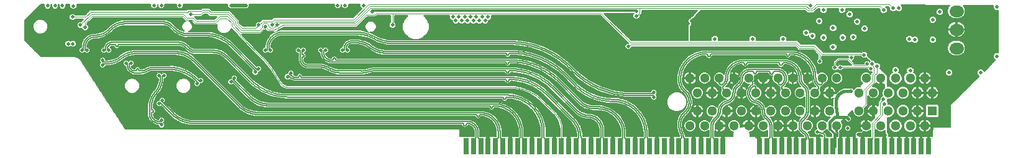
<source format=gbl>
G75*
%MOIN*%
%OFA0B0*%
%FSLAX25Y25*%
%IPPOS*%
%LPD*%
%AMOC8*
5,1,8,0,0,1.08239X$1,22.5*
%
%ADD10R,0.03150X0.08661*%
%ADD11C,0.05118*%
%ADD12R,0.05118X0.05118*%
%ADD13C,0.06362*%
%ADD14C,0.01969*%
%ADD15C,0.01969*%
%ADD16C,0.00630*%
%ADD17C,0.00402*%
%ADD18C,0.00622*%
%ADD19C,0.00591*%
%ADD20C,0.00472*%
%ADD21C,0.01181*%
%ADD22C,0.01575*%
%ADD23C,0.01417*%
%ADD24C,0.01260*%
D10*
X0251565Y0013752D03*
X0255502Y0013752D03*
X0259439Y0013752D03*
X0263376Y0013752D03*
X0267313Y0013752D03*
X0271250Y0013752D03*
X0275187Y0013752D03*
X0279124Y0013752D03*
X0283061Y0013752D03*
X0286998Y0013752D03*
X0290935Y0013752D03*
X0294872Y0013752D03*
X0298809Y0013752D03*
X0302746Y0013752D03*
X0306683Y0013752D03*
X0310620Y0013752D03*
X0314557Y0013752D03*
X0318494Y0013752D03*
X0322431Y0013752D03*
X0326368Y0013752D03*
X0330305Y0013752D03*
X0334242Y0013752D03*
X0338179Y0013752D03*
X0342116Y0013752D03*
X0346053Y0013752D03*
X0349990Y0013752D03*
X0353927Y0013752D03*
X0357864Y0013752D03*
X0361801Y0013752D03*
X0365738Y0013752D03*
X0369675Y0013752D03*
X0373612Y0013752D03*
X0377549Y0013752D03*
X0381486Y0013752D03*
X0385423Y0013752D03*
X0389360Y0013752D03*
X0409045Y0013752D03*
X0412982Y0013752D03*
X0416919Y0013752D03*
X0420856Y0013752D03*
X0424793Y0013752D03*
X0428730Y0013752D03*
X0432667Y0013752D03*
X0436604Y0013752D03*
X0440541Y0013752D03*
X0444478Y0013752D03*
X0448415Y0013752D03*
X0452352Y0013752D03*
X0456289Y0013752D03*
X0460226Y0013752D03*
X0464163Y0013752D03*
X0468100Y0013752D03*
X0472037Y0013752D03*
X0475975Y0013752D03*
X0479912Y0013752D03*
X0483849Y0013752D03*
X0487786Y0013752D03*
X0491723Y0013752D03*
X0495660Y0013752D03*
X0499597Y0013752D03*
D11*
X0497628Y0024776D03*
X0489754Y0024776D03*
X0481880Y0024776D03*
X0474006Y0024776D03*
X0466132Y0024776D03*
X0450384Y0024776D03*
X0442510Y0024776D03*
X0434636Y0024776D03*
X0426762Y0024776D03*
X0418888Y0024776D03*
X0411014Y0024776D03*
X0403140Y0024776D03*
X0395266Y0024776D03*
X0387392Y0024776D03*
X0379518Y0024776D03*
X0371644Y0024776D03*
X0375581Y0032650D03*
X0383455Y0032650D03*
X0391329Y0032650D03*
X0399203Y0032650D03*
X0407077Y0032650D03*
X0414951Y0032650D03*
X0422825Y0032650D03*
X0430699Y0032650D03*
X0438573Y0032650D03*
X0446447Y0032650D03*
X0462195Y0032650D03*
X0470069Y0032650D03*
X0477943Y0032650D03*
X0485817Y0032650D03*
X0493691Y0032650D03*
X0493691Y0042493D03*
X0501565Y0042493D03*
X0485817Y0042493D03*
X0477943Y0042493D03*
X0470069Y0042493D03*
X0462195Y0042493D03*
X0446447Y0042493D03*
X0438573Y0042493D03*
X0430699Y0042493D03*
X0422825Y0042493D03*
X0414951Y0042493D03*
X0407077Y0042493D03*
X0399203Y0042493D03*
X0391329Y0042493D03*
X0383455Y0042493D03*
X0375581Y0042493D03*
X0379518Y0050367D03*
X0387392Y0050367D03*
X0395266Y0050367D03*
X0403140Y0050367D03*
X0411014Y0050367D03*
X0418888Y0050367D03*
X0426762Y0050367D03*
X0434636Y0050367D03*
X0442510Y0050367D03*
X0450384Y0050367D03*
X0466132Y0050367D03*
X0474006Y0050367D03*
X0481880Y0050367D03*
X0489754Y0050367D03*
X0497628Y0050367D03*
X0371644Y0050367D03*
D12*
X0501565Y0032650D03*
D13*
X0513921Y0066548D02*
X0515193Y0066548D01*
X0515193Y0076548D02*
X0513921Y0076548D01*
X0513921Y0086548D02*
X0515193Y0086548D01*
D14*
X0332274Y0023989D02*
X0330305Y0022020D01*
X0330305Y0013752D01*
X0318494Y0013752D02*
X0318494Y0019658D01*
X0306683Y0019658D02*
X0306683Y0013752D01*
X0298809Y0013752D02*
X0298809Y0019658D01*
X0286998Y0019658D02*
X0286998Y0013752D01*
X0275187Y0013752D02*
X0275187Y0019658D01*
X0263376Y0019658D02*
X0263376Y0013752D01*
X0342116Y0013752D02*
X0342116Y0021036D01*
X0353927Y0019264D02*
X0353927Y0013752D01*
X0361801Y0013752D02*
X0361801Y0019855D01*
X0373612Y0019658D02*
X0373612Y0013752D01*
X0377549Y0013752D02*
X0377549Y0019658D01*
X0389360Y0019658D02*
X0389360Y0013752D01*
X0406880Y0019855D02*
X0409045Y0017689D01*
X0409045Y0013752D01*
X0420856Y0013752D02*
X0420856Y0019461D01*
X0424793Y0019855D02*
X0424793Y0013752D01*
X0428730Y0013752D02*
X0428730Y0019658D01*
X0440148Y0018871D02*
X0440148Y0013752D01*
X0440541Y0013752D01*
X0461998Y0020052D02*
X0464163Y0020052D01*
X0464163Y0013752D01*
X0475975Y0013752D02*
X0475975Y0019658D01*
X0476368Y0019658D01*
X0137786Y0078910D02*
X0137786Y0082847D01*
X0133455Y0089540D02*
X0129518Y0089540D01*
X0125581Y0089540D01*
D15*
X0125581Y0089540D03*
X0129518Y0089540D03*
X0133455Y0089540D03*
X0111998Y0089343D03*
X0098022Y0089540D03*
X0088179Y0089540D03*
X0084242Y0089540D03*
X0103927Y0084619D03*
X0107864Y0082847D03*
X0115935Y0082847D03*
X0132313Y0078949D03*
X0134872Y0078949D03*
X0137431Y0078949D03*
X0140345Y0078910D03*
X0143888Y0078123D03*
X0147431Y0079107D03*
X0150187Y0079107D03*
X0160030Y0077138D03*
X0165935Y0077138D03*
X0171841Y0077138D03*
X0177746Y0077138D03*
X0183652Y0077138D03*
X0189557Y0077138D03*
X0195463Y0077138D03*
X0212195Y0078910D03*
X0200384Y0082256D03*
X0201368Y0086193D03*
X0196447Y0089540D03*
X0186604Y0089540D03*
X0182667Y0089540D03*
X0134675Y0073044D03*
X0121683Y0068319D03*
X0115935Y0067099D03*
X0124006Y0065130D03*
X0120069Y0060997D03*
X0110226Y0059225D03*
X0105502Y0054894D03*
X0098809Y0057256D03*
X0100384Y0060406D03*
X0091723Y0061784D03*
X0090541Y0058044D03*
X0084833Y0060012D03*
X0079321Y0061784D03*
X0071766Y0058437D03*
X0073809Y0057060D03*
X0069160Y0058437D03*
X0067116Y0057060D03*
X0062195Y0056666D03*
X0056683Y0057331D03*
X0056683Y0054894D03*
X0056683Y0059937D03*
X0056683Y0062374D03*
X0062195Y0061784D03*
X0059955Y0065327D03*
X0062116Y0066705D03*
X0057349Y0065327D03*
X0055187Y0066705D03*
X0050108Y0066902D03*
X0048144Y0065327D03*
X0045537Y0065327D03*
X0043612Y0066902D03*
X0040738Y0068871D03*
X0038179Y0068871D03*
X0030699Y0066508D03*
X0028140Y0066508D03*
X0025581Y0066508D03*
X0030699Y0063949D03*
X0017313Y0069067D03*
X0021644Y0072611D03*
X0028337Y0077926D03*
X0042510Y0077138D03*
X0044675Y0078910D03*
X0047234Y0077729D03*
X0049793Y0077138D03*
X0041919Y0072020D03*
X0067510Y0066705D03*
X0073415Y0066705D03*
X0079321Y0066705D03*
X0085226Y0066705D03*
X0091132Y0066705D03*
X0096644Y0066737D03*
X0103337Y0069264D03*
X0107667Y0067099D03*
X0111801Y0076154D03*
X0097628Y0077729D03*
X0090935Y0077335D03*
X0085226Y0077335D03*
X0079321Y0077335D03*
X0073415Y0077335D03*
X0067510Y0077335D03*
X0040541Y0083241D03*
X0024990Y0087374D03*
X0027156Y0089343D03*
X0031093Y0089343D03*
X0035030Y0089343D03*
X0040935Y0089146D03*
X0021447Y0082847D03*
X0017313Y0082847D03*
X0050778Y0059422D03*
X0074203Y0051351D03*
X0079912Y0050957D03*
X0084833Y0053319D03*
X0086876Y0051745D03*
X0089482Y0051745D03*
X0091526Y0053123D03*
X0099793Y0051548D03*
X0109179Y0049123D03*
X0111014Y0050760D03*
X0107336Y0047280D03*
X0105502Y0045642D03*
X0110030Y0042689D03*
X0117510Y0044658D03*
X0123612Y0046823D03*
X0125447Y0048461D03*
X0127290Y0050304D03*
X0129124Y0051941D03*
X0136762Y0051902D03*
X0138439Y0053579D03*
X0140282Y0055422D03*
X0141959Y0057099D03*
X0149597Y0058123D03*
X0155108Y0060091D03*
X0160620Y0062453D03*
X0166723Y0060603D03*
X0171447Y0061981D03*
X0179518Y0062965D03*
X0176097Y0065327D03*
X0178140Y0066902D03*
X0173490Y0065327D03*
X0171447Y0066902D03*
X0166329Y0066902D03*
X0164286Y0065327D03*
X0161679Y0065327D03*
X0159636Y0066902D03*
X0154518Y0066902D03*
X0148612Y0066902D03*
X0146569Y0065327D03*
X0143963Y0065327D03*
X0141919Y0066902D03*
X0174597Y0059028D03*
X0181093Y0057256D03*
X0188573Y0057256D03*
X0196447Y0057256D03*
X0203534Y0057256D03*
X0210226Y0057256D03*
X0218100Y0057256D03*
X0222037Y0052532D03*
X0229912Y0052532D03*
X0233849Y0057256D03*
X0241723Y0057256D03*
X0245660Y0052532D03*
X0253534Y0052532D03*
X0257471Y0057256D03*
X0265345Y0057256D03*
X0271250Y0057256D03*
X0275975Y0057256D03*
X0284045Y0056075D03*
X0284833Y0060800D03*
X0275975Y0061981D03*
X0271250Y0061981D03*
X0261408Y0061981D03*
X0253534Y0061981D03*
X0245660Y0061981D03*
X0237786Y0061981D03*
X0229912Y0061981D03*
X0222037Y0061981D03*
X0214163Y0061981D03*
X0206289Y0061981D03*
X0198809Y0061981D03*
X0192313Y0063556D03*
X0188573Y0062178D03*
X0187908Y0065327D03*
X0189951Y0066902D03*
X0185301Y0065327D03*
X0183258Y0066902D03*
X0195778Y0066902D03*
X0206093Y0067493D03*
X0200108Y0070445D03*
X0213179Y0072414D03*
X0218100Y0066705D03*
X0225975Y0066705D03*
X0233849Y0066705D03*
X0241723Y0066705D03*
X0249597Y0066705D03*
X0257471Y0066705D03*
X0265345Y0066705D03*
X0274400Y0066902D03*
X0283652Y0065918D03*
X0291919Y0063556D03*
X0308849Y0060997D03*
X0299793Y0059225D03*
X0294282Y0057060D03*
X0291289Y0053319D03*
X0282864Y0051548D03*
X0288573Y0049382D03*
X0299498Y0047315D03*
X0309242Y0044264D03*
X0306093Y0040721D03*
X0313475Y0040032D03*
X0302943Y0037178D03*
X0300384Y0033044D03*
X0309931Y0030189D03*
X0317116Y0026154D03*
X0324892Y0030189D03*
X0336408Y0032060D03*
X0330404Y0035701D03*
X0344282Y0038359D03*
X0352352Y0037768D03*
X0352352Y0040205D03*
X0352352Y0042811D03*
X0352352Y0045248D03*
X0364163Y0044264D03*
X0359439Y0051351D03*
X0380699Y0055091D03*
X0374990Y0059225D03*
X0366132Y0059225D03*
X0356289Y0061587D03*
X0344478Y0065524D03*
X0338573Y0067296D03*
X0335226Y0067493D03*
X0326565Y0067296D03*
X0322628Y0060603D03*
X0331093Y0060800D03*
X0334045Y0058241D03*
X0336998Y0060800D03*
X0365148Y0066311D03*
X0375975Y0065918D03*
X0383849Y0060406D03*
X0391526Y0061587D03*
X0403730Y0061587D03*
X0412904Y0061587D03*
X0413967Y0066311D03*
X0425187Y0066311D03*
X0437392Y0064343D03*
X0441329Y0059380D03*
X0447234Y0057650D03*
X0449400Y0056075D03*
X0452156Y0056075D03*
X0451919Y0058674D03*
X0455108Y0058044D03*
X0458244Y0061390D03*
X0464951Y0062768D03*
X0463967Y0059225D03*
X0466723Y0058044D03*
X0469282Y0058044D03*
X0471841Y0056863D03*
X0468494Y0055288D03*
X0461998Y0054304D03*
X0481880Y0054697D03*
X0489754Y0054500D03*
X0503927Y0049776D03*
X0510226Y0049776D03*
X0510620Y0053319D03*
X0525187Y0050563D03*
X0527549Y0053319D03*
X0536211Y0061981D03*
X0501762Y0071036D03*
X0492313Y0071036D03*
X0489360Y0071430D03*
X0465345Y0076941D03*
X0461408Y0080878D03*
X0457274Y0084619D03*
X0453140Y0086981D03*
X0443297Y0086981D03*
X0436211Y0089343D03*
X0440935Y0081075D03*
X0448415Y0077335D03*
X0437392Y0073201D03*
X0434045Y0074776D03*
X0443297Y0072217D03*
X0453534Y0072217D03*
X0459242Y0072414D03*
X0448415Y0067099D03*
X0426368Y0060800D03*
X0432667Y0058437D03*
X0425187Y0056075D03*
X0417904Y0056863D03*
X0407471Y0056863D03*
X0398612Y0056469D03*
X0389951Y0056863D03*
X0389163Y0066311D03*
X0402352Y0066311D03*
X0405108Y0071430D03*
X0421447Y0071430D03*
X0385030Y0071430D03*
X0382274Y0073004D03*
X0379912Y0073004D03*
X0379912Y0075367D03*
X0382274Y0075367D03*
X0377549Y0075367D03*
X0375187Y0075367D03*
X0372825Y0075367D03*
X0372825Y0073004D03*
X0375187Y0073004D03*
X0377549Y0073004D03*
X0370463Y0079697D03*
X0367707Y0079697D03*
X0364951Y0079697D03*
X0362786Y0082060D03*
X0362786Y0084422D03*
X0352943Y0084422D03*
X0352943Y0082060D03*
X0350778Y0079697D03*
X0348022Y0079697D03*
X0345266Y0079697D03*
X0343100Y0081469D03*
X0341526Y0079697D03*
X0342904Y0077729D03*
X0341132Y0075839D03*
X0338770Y0075839D03*
X0355108Y0079697D03*
X0357864Y0079697D03*
X0360620Y0079697D03*
X0372825Y0084422D03*
X0342904Y0083831D03*
X0342904Y0086272D03*
X0329518Y0084422D03*
X0316526Y0083241D03*
X0308652Y0083241D03*
X0291329Y0080288D03*
X0288967Y0080288D03*
X0286604Y0080288D03*
X0281486Y0080288D03*
X0279124Y0080288D03*
X0276762Y0080288D03*
X0271644Y0080288D03*
X0269282Y0080288D03*
X0266919Y0080288D03*
X0261801Y0081272D03*
X0258652Y0081272D03*
X0255502Y0081272D03*
X0252352Y0081272D03*
X0249203Y0081272D03*
X0246053Y0081272D03*
X0244478Y0083241D03*
X0247628Y0083241D03*
X0250778Y0083241D03*
X0253927Y0083241D03*
X0257077Y0083241D03*
X0260226Y0083241D03*
X0263376Y0083241D03*
X0264163Y0077729D03*
X0264163Y0075367D03*
X0274203Y0075367D03*
X0274203Y0077729D03*
X0284045Y0077729D03*
X0284045Y0075367D03*
X0294085Y0075367D03*
X0293888Y0077729D03*
X0298219Y0075563D03*
X0296053Y0068871D03*
X0254321Y0072808D03*
X0249597Y0057256D03*
X0261408Y0052532D03*
X0271250Y0052532D03*
X0275975Y0052532D03*
X0275975Y0047808D03*
X0271250Y0047808D03*
X0265345Y0047808D03*
X0257471Y0047808D03*
X0249597Y0047808D03*
X0241723Y0047808D03*
X0233849Y0047808D03*
X0225975Y0047808D03*
X0218100Y0047808D03*
X0210226Y0047808D03*
X0202352Y0047808D03*
X0194478Y0047808D03*
X0186604Y0047808D03*
X0178730Y0047808D03*
X0170856Y0047808D03*
X0162982Y0047808D03*
X0154085Y0049540D03*
X0155762Y0051217D03*
X0157605Y0053060D03*
X0159282Y0054737D03*
X0168100Y0054500D03*
X0174006Y0052926D03*
X0179045Y0052414D03*
X0201368Y0052532D03*
X0212589Y0052532D03*
X0225975Y0057256D03*
X0237786Y0052532D03*
X0237786Y0043083D03*
X0245660Y0043083D03*
X0253534Y0043083D03*
X0261408Y0043083D03*
X0271250Y0043083D03*
X0275975Y0043083D03*
X0284636Y0040721D03*
X0285817Y0045445D03*
X0296152Y0043969D03*
X0292805Y0040623D03*
X0289360Y0037178D03*
X0283061Y0035406D03*
X0278337Y0034028D03*
X0275975Y0038162D03*
X0265345Y0038359D03*
X0257471Y0038359D03*
X0249597Y0038359D03*
X0241723Y0038359D03*
X0233849Y0038359D03*
X0225975Y0038359D03*
X0218100Y0038359D03*
X0210226Y0038359D03*
X0202352Y0038359D03*
X0194478Y0038359D03*
X0186604Y0038359D03*
X0178730Y0038359D03*
X0170856Y0038359D03*
X0162982Y0038359D03*
X0155108Y0038359D03*
X0145660Y0038359D03*
X0131880Y0038359D03*
X0122037Y0038359D03*
X0114360Y0038359D03*
X0108652Y0038359D03*
X0100187Y0040524D03*
X0095856Y0037178D03*
X0088707Y0038493D03*
X0086864Y0036650D03*
X0085030Y0034776D03*
X0079518Y0035012D03*
X0069675Y0035012D03*
X0061998Y0035800D03*
X0072038Y0040130D03*
X0064557Y0041705D03*
X0077352Y0044264D03*
X0080896Y0040721D03*
X0088376Y0042689D03*
X0094675Y0045248D03*
X0090345Y0047414D03*
X0085423Y0049382D03*
X0067510Y0048201D03*
X0062195Y0048792D03*
X0054321Y0048201D03*
X0090620Y0040406D03*
X0095069Y0033634D03*
X0090738Y0028910D03*
X0088179Y0027851D03*
X0088179Y0025245D03*
X0085620Y0024186D03*
X0090738Y0024186D03*
X0103927Y0024186D03*
X0118100Y0024186D03*
X0127549Y0024186D03*
X0135423Y0024186D03*
X0143297Y0024186D03*
X0151171Y0024186D03*
X0159045Y0024186D03*
X0166919Y0024186D03*
X0174793Y0024186D03*
X0182667Y0024186D03*
X0190541Y0024186D03*
X0198415Y0024186D03*
X0206289Y0024186D03*
X0214163Y0024186D03*
X0222037Y0024186D03*
X0229912Y0024186D03*
X0237786Y0024186D03*
X0245660Y0024186D03*
X0253927Y0023201D03*
X0255108Y0020052D03*
X0259833Y0020052D03*
X0263376Y0019658D03*
X0266919Y0020445D03*
X0271644Y0020052D03*
X0275187Y0019658D03*
X0278730Y0020052D03*
X0283455Y0020052D03*
X0286998Y0019658D03*
X0290541Y0020052D03*
X0295266Y0020052D03*
X0298809Y0019658D03*
X0308652Y0019855D03*
X0320463Y0019855D03*
X0332274Y0019855D03*
X0344085Y0019855D03*
X0355896Y0019855D03*
X0361801Y0019855D03*
X0373612Y0019658D03*
X0377549Y0019658D03*
X0389360Y0019658D03*
X0406880Y0019855D03*
X0420856Y0019461D03*
X0426762Y0019855D03*
X0437786Y0019855D03*
X0439951Y0021430D03*
X0446841Y0019658D03*
X0456289Y0023398D03*
X0461998Y0020052D03*
X0476368Y0019658D03*
X0479912Y0019855D03*
X0483849Y0019855D03*
X0487786Y0019855D03*
X0491723Y0019855D03*
X0495660Y0019855D03*
X0479518Y0028516D03*
X0456683Y0028319D03*
X0444912Y0036587D03*
X0428376Y0035997D03*
X0425226Y0039146D03*
X0409478Y0039146D03*
X0418534Y0035209D03*
X0456486Y0045839D03*
X0458061Y0043477D03*
X0475384Y0038949D03*
X0475975Y0036390D03*
X0482274Y0037571D03*
X0488179Y0046233D03*
X0440935Y0054304D03*
X0364163Y0030878D03*
X0352549Y0030485D03*
X0341919Y0026941D03*
X0329321Y0024973D03*
X0363179Y0024973D03*
X0311506Y0035308D03*
X0325384Y0041508D03*
X0318494Y0044461D03*
X0323120Y0047709D03*
X0338868Y0044560D03*
X0307667Y0052532D03*
X0302845Y0050662D03*
X0267313Y0033044D03*
X0261408Y0033634D03*
X0253534Y0033634D03*
X0245660Y0033634D03*
X0237786Y0033634D03*
X0241723Y0028910D03*
X0233849Y0028910D03*
X0225975Y0028910D03*
X0229912Y0033634D03*
X0222037Y0033634D03*
X0214163Y0033634D03*
X0210226Y0028910D03*
X0202352Y0028910D03*
X0194478Y0028910D03*
X0190541Y0033634D03*
X0182667Y0033634D03*
X0178730Y0028910D03*
X0170856Y0028910D03*
X0166919Y0033634D03*
X0159045Y0033634D03*
X0155108Y0028910D03*
X0147234Y0028910D03*
X0151171Y0033634D03*
X0140541Y0033634D03*
X0139360Y0028910D03*
X0131486Y0028910D03*
X0123612Y0028910D03*
X0115738Y0028910D03*
X0116329Y0033634D03*
X0126762Y0033634D03*
X0105896Y0028910D03*
X0103730Y0033634D03*
X0077549Y0030288D03*
X0070266Y0024382D03*
X0127943Y0043083D03*
X0135030Y0044264D03*
X0139557Y0043083D03*
X0143297Y0047099D03*
X0151171Y0043949D03*
X0159045Y0043083D03*
X0166919Y0043083D03*
X0174793Y0043083D03*
X0182667Y0043083D03*
X0190541Y0043083D03*
X0198415Y0043083D03*
X0206289Y0043083D03*
X0214163Y0043083D03*
X0222037Y0043083D03*
X0229912Y0043083D03*
X0206289Y0033634D03*
X0198415Y0033634D03*
X0186604Y0028910D03*
X0174793Y0033634D03*
X0162982Y0028910D03*
X0218100Y0028910D03*
X0249597Y0028910D03*
X0260226Y0028319D03*
X0265345Y0024973D03*
X0271250Y0025367D03*
X0277746Y0025760D03*
X0283061Y0025760D03*
X0288967Y0027926D03*
X0294675Y0027926D03*
X0284833Y0031075D03*
X0274203Y0030485D03*
X0249597Y0020052D03*
X0146053Y0052217D03*
X0131486Y0057060D03*
X0116526Y0053713D03*
X0475581Y0086981D03*
X0480699Y0087965D03*
X0483652Y0087965D03*
X0501762Y0081863D03*
X0505699Y0085997D03*
X0536211Y0088752D03*
D16*
X0255449Y0023126D02*
X0068758Y0023126D01*
X0068883Y0022934D02*
X0045097Y0059589D01*
X0044554Y0060609D01*
X0044554Y0060609D01*
X0042540Y0061868D01*
X0041636Y0061900D01*
X0041626Y0061910D01*
X0041341Y0061910D01*
X0041057Y0061920D01*
X0041047Y0061910D01*
X0025187Y0061910D01*
X0025187Y0065130D01*
X0037392Y0065130D01*
X0039733Y0067471D01*
X0040034Y0067170D01*
X0041443Y0067170D01*
X0042439Y0068166D01*
X0042439Y0069575D01*
X0042138Y0069876D01*
X0055108Y0082847D01*
X0099233Y0082847D01*
X0100612Y0081468D01*
X0101167Y0080914D01*
X0100326Y0080566D01*
X0099516Y0079755D01*
X0099077Y0078696D01*
X0099077Y0077549D01*
X0099516Y0076490D01*
X0100326Y0075679D01*
X0100379Y0075658D01*
X0099071Y0075984D01*
X0096910Y0077203D01*
X0095972Y0078018D01*
X0094386Y0079604D01*
X0093385Y0080607D01*
X0090754Y0081663D01*
X0090754Y0081663D01*
X0089348Y0081630D01*
X0066783Y0081630D01*
X0063496Y0080678D01*
X0060603Y0078849D01*
X0059750Y0077887D01*
X0059468Y0077569D01*
X0058565Y0076683D01*
X0056432Y0075335D01*
X0054008Y0074633D01*
X0052746Y0074544D01*
X0050950Y0074544D01*
X0048358Y0073470D01*
X0046375Y0071487D01*
X0046375Y0071487D01*
X0045301Y0068895D01*
X0045301Y0067028D01*
X0044833Y0067028D01*
X0043837Y0066032D01*
X0043837Y0064623D01*
X0044833Y0063626D01*
X0046242Y0063626D01*
X0046841Y0064225D01*
X0047439Y0063626D01*
X0048848Y0063626D01*
X0049845Y0064623D01*
X0049845Y0066032D01*
X0048848Y0067028D01*
X0048380Y0067028D01*
X0048380Y0067493D01*
X0048456Y0068268D01*
X0049049Y0069700D01*
X0050145Y0070796D01*
X0051577Y0071389D01*
X0052352Y0071465D01*
X0054457Y0071465D01*
X0057745Y0072417D01*
X0060637Y0074246D01*
X0060637Y0074246D01*
X0061490Y0075208D01*
X0061772Y0075527D01*
X0062676Y0076412D01*
X0064809Y0077761D01*
X0067232Y0078463D01*
X0068494Y0078552D01*
X0088950Y0078552D01*
X0088961Y0078541D01*
X0089374Y0078552D01*
X0089391Y0078552D01*
X0090164Y0078493D01*
X0091605Y0077919D01*
X0092210Y0077427D01*
X0093785Y0075851D01*
X0094963Y0074673D01*
X0097865Y0073026D01*
X0097866Y0073026D01*
X0101102Y0072213D01*
X0101102Y0072213D01*
X0102758Y0072252D01*
X0112568Y0072252D01*
X0114771Y0072073D01*
X0119021Y0070881D01*
X0122832Y0068652D01*
X0124492Y0067191D01*
X0124615Y0067069D01*
X0124793Y0066891D01*
X0137069Y0054615D01*
X0136738Y0054283D01*
X0136738Y0052874D01*
X0137734Y0051878D01*
X0139143Y0051878D01*
X0140140Y0052874D01*
X0140140Y0053721D01*
X0140986Y0053721D01*
X0141983Y0054717D01*
X0141983Y0056126D01*
X0140986Y0057123D01*
X0139577Y0057123D01*
X0139246Y0056792D01*
X0126970Y0069068D01*
X0126924Y0069114D01*
X0126368Y0069669D01*
X0124814Y0071224D01*
X0120285Y0073872D01*
X0120285Y0073872D01*
X0115233Y0075287D01*
X0113025Y0075324D01*
X0113018Y0075331D01*
X0112601Y0075331D01*
X0112184Y0075338D01*
X0112177Y0075331D01*
X0103157Y0075331D01*
X0103146Y0075341D01*
X0102752Y0075332D01*
X0103591Y0075679D01*
X0104402Y0076490D01*
X0104841Y0077549D01*
X0104841Y0078696D01*
X0104402Y0079755D01*
X0103591Y0080566D01*
X0102760Y0080910D01*
X0104123Y0080910D01*
X0105337Y0079696D01*
X0105895Y0079138D01*
X0117708Y0079138D01*
X0118002Y0079432D01*
X0117778Y0078892D01*
X0117778Y0077353D01*
X0118366Y0075933D01*
X0119454Y0074845D01*
X0120875Y0074256D01*
X0122413Y0074256D01*
X0123834Y0074845D01*
X0124771Y0075782D01*
X0127549Y0073004D01*
X0129156Y0073004D01*
X0129156Y0073003D01*
X0140376Y0061783D01*
X0140655Y0061504D01*
X0142621Y0059428D01*
X0146204Y0054974D01*
X0147807Y0052613D01*
X0149443Y0049935D01*
X0151158Y0047291D01*
X0151713Y0046430D01*
X0151713Y0046430D01*
X0153326Y0045163D01*
X0155264Y0044493D01*
X0275187Y0044493D01*
X0277312Y0044394D01*
X0281489Y0043608D01*
X0285448Y0042063D01*
X0289053Y0039812D01*
X0290676Y0038451D01*
X0298250Y0030877D01*
X0298529Y0030598D01*
X0299464Y0029537D01*
X0300895Y0027104D01*
X0301670Y0024390D01*
X0301793Y0022984D01*
X0301793Y0019067D01*
X0300632Y0019067D01*
X0300518Y0019098D01*
X0299124Y0019098D01*
X0299124Y0019067D01*
X0298494Y0019067D01*
X0298494Y0019098D01*
X0297101Y0019098D01*
X0296986Y0019067D01*
X0294443Y0019067D01*
X0294443Y0024172D01*
X0293023Y0029470D01*
X0290281Y0034220D01*
X0286403Y0038098D01*
X0286403Y0038098D01*
X0281653Y0040841D01*
X0281653Y0040841D01*
X0276355Y0042260D01*
X0155913Y0042260D01*
X0153225Y0042431D01*
X0147957Y0043540D01*
X0142998Y0045635D01*
X0138530Y0048639D01*
X0136534Y0050449D01*
X0124166Y0062817D01*
X0124166Y0062819D01*
X0123866Y0063117D01*
X0123565Y0063417D01*
X0123563Y0063417D01*
X0122844Y0064132D01*
X0122844Y0064132D01*
X0120346Y0065559D01*
X0117564Y0066286D01*
X0117563Y0066286D01*
X0116129Y0066276D01*
X0106673Y0066276D01*
X0105674Y0066386D01*
X0103859Y0067220D01*
X0103125Y0067907D01*
X0102847Y0068229D01*
X0102393Y0068757D01*
X0102393Y0068757D01*
X0102393Y0068757D01*
X0100508Y0069973D01*
X0100508Y0069973D01*
X0098356Y0070607D01*
X0060257Y0070607D01*
X0058263Y0069456D01*
X0058263Y0069456D01*
X0058263Y0069456D01*
X0057112Y0067462D01*
X0057112Y0067028D01*
X0056644Y0067028D01*
X0055648Y0066032D01*
X0055648Y0064623D01*
X0056644Y0063626D01*
X0058053Y0063626D01*
X0058652Y0064225D01*
X0059250Y0063626D01*
X0060659Y0063626D01*
X0061656Y0064623D01*
X0061656Y0066032D01*
X0060659Y0067028D01*
X0060464Y0067028D01*
X0060547Y0067172D01*
X0061093Y0067487D01*
X0061408Y0067528D01*
X0062742Y0067528D01*
X0062742Y0067361D01*
X0063360Y0066510D01*
X0063360Y0066510D01*
X0063360Y0066510D01*
X0064360Y0066185D01*
X0064360Y0066185D01*
X0065360Y0066510D01*
X0065360Y0066510D01*
X0065978Y0067361D01*
X0065978Y0067528D01*
X0097234Y0067528D01*
X0098236Y0067420D01*
X0100057Y0066585D01*
X0100793Y0065897D01*
X0100816Y0065870D01*
X0101070Y0065575D01*
X0101070Y0065575D01*
X0101525Y0065047D01*
X0103410Y0063831D01*
X0105562Y0063197D01*
X0115711Y0063197D01*
X0115713Y0063196D01*
X0116136Y0063197D01*
X0116139Y0063197D01*
X0117171Y0063134D01*
X0119168Y0062605D01*
X0120958Y0061574D01*
X0121736Y0060892D01*
X0134034Y0048595D01*
X0134142Y0048486D01*
X0134636Y0047993D01*
X0136461Y0046168D01*
X0141448Y0042809D01*
X0146986Y0040466D01*
X0152870Y0039227D01*
X0155459Y0039188D01*
X0155466Y0039182D01*
X0155883Y0039182D01*
X0156302Y0039175D01*
X0156308Y0039182D01*
X0270616Y0039182D01*
X0270616Y0039014D01*
X0271234Y0038163D01*
X0272234Y0037838D01*
X0272234Y0037838D01*
X0273234Y0038163D01*
X0273852Y0039014D01*
X0273852Y0039166D01*
X0275929Y0039030D01*
X0280406Y0037830D01*
X0284419Y0035513D01*
X0287696Y0032236D01*
X0290013Y0028223D01*
X0291212Y0023747D01*
X0291364Y0021430D01*
X0291364Y0019067D01*
X0288821Y0019067D01*
X0288707Y0019098D01*
X0287313Y0019098D01*
X0287313Y0019067D01*
X0286683Y0019067D01*
X0286683Y0019098D01*
X0285290Y0019098D01*
X0285175Y0019067D01*
X0282632Y0019067D01*
X0282632Y0023550D01*
X0281534Y0027646D01*
X0281534Y0027646D01*
X0279414Y0031319D01*
X0279414Y0031319D01*
X0276415Y0034318D01*
X0272742Y0036438D01*
X0268646Y0037536D01*
X0146469Y0037536D01*
X0146464Y0037541D01*
X0146044Y0037536D01*
X0146037Y0037536D01*
X0144285Y0037631D01*
X0140893Y0038510D01*
X0137849Y0040247D01*
X0136526Y0041401D01*
X0128659Y0049268D01*
X0128990Y0049599D01*
X0128990Y0051008D01*
X0127994Y0052005D01*
X0126585Y0052005D01*
X0125589Y0051008D01*
X0125589Y0050162D01*
X0124742Y0050162D01*
X0123746Y0049165D01*
X0123746Y0047756D01*
X0124742Y0046760D01*
X0126151Y0046760D01*
X0126482Y0047091D01*
X0134034Y0039540D01*
X0134127Y0039447D01*
X0134636Y0038938D01*
X0135877Y0037696D01*
X0139664Y0035529D01*
X0143887Y0034432D01*
X0146062Y0034457D01*
X0263530Y0034457D01*
X0263530Y0034290D01*
X0264148Y0033439D01*
X0265148Y0033114D01*
X0266148Y0033439D01*
X0266766Y0034290D01*
X0266766Y0034441D01*
X0268226Y0034346D01*
X0271511Y0033465D01*
X0274456Y0031765D01*
X0276861Y0029360D01*
X0278562Y0026415D01*
X0279442Y0023130D01*
X0279553Y0021430D01*
X0279553Y0019067D01*
X0277010Y0019067D01*
X0276896Y0019098D01*
X0275502Y0019098D01*
X0275502Y0019067D01*
X0274872Y0019067D01*
X0274872Y0019098D01*
X0273479Y0019098D01*
X0273364Y0019067D01*
X0270821Y0019067D01*
X0270821Y0023232D01*
X0269707Y0026661D01*
X0269707Y0026661D01*
X0267588Y0029578D01*
X0267588Y0029578D01*
X0267588Y0029578D01*
X0264671Y0031697D01*
X0264671Y0031697D01*
X0261242Y0032811D01*
X0140957Y0032811D01*
X0140952Y0032816D01*
X0140533Y0032811D01*
X0140525Y0032811D01*
X0138773Y0032907D01*
X0135381Y0033785D01*
X0132338Y0035522D01*
X0131015Y0036677D01*
X0106290Y0061402D01*
X0106290Y0061402D01*
X0105100Y0062591D01*
X0101436Y0064678D01*
X0097352Y0065722D01*
X0097352Y0065722D01*
X0095253Y0065685D01*
X0072803Y0065685D01*
X0069690Y0064975D01*
X0066814Y0063589D01*
X0066814Y0063589D01*
X0065566Y0062594D01*
X0064552Y0061874D01*
X0062314Y0060796D01*
X0059893Y0060243D01*
X0058652Y0060174D01*
X0058384Y0060174D01*
X0058384Y0060642D01*
X0057388Y0061638D01*
X0055979Y0061638D01*
X0054982Y0060642D01*
X0054982Y0059233D01*
X0055581Y0058634D01*
X0054982Y0058036D01*
X0054982Y0056627D01*
X0055979Y0055630D01*
X0057388Y0055630D01*
X0058384Y0056627D01*
X0058384Y0057095D01*
X0060248Y0057095D01*
X0063361Y0057806D01*
X0066238Y0059191D01*
X0067422Y0060136D01*
X0067486Y0060187D01*
X0068500Y0060907D01*
X0070737Y0061984D01*
X0073158Y0062537D01*
X0074400Y0062607D01*
X0094856Y0062607D01*
X0094864Y0062599D01*
X0095280Y0062607D01*
X0095293Y0062607D01*
X0096971Y0062525D01*
X0100226Y0061694D01*
X0103146Y0060032D01*
X0104414Y0058924D01*
X0104715Y0058623D01*
X0129124Y0034213D01*
X0130366Y0032972D01*
X0134153Y0030805D01*
X0138376Y0029708D01*
X0140551Y0029733D01*
X0256443Y0029733D01*
X0256443Y0029565D01*
X0257061Y0028715D01*
X0257061Y0028715D01*
X0258061Y0028390D01*
X0259061Y0028715D01*
X0259679Y0029565D01*
X0259679Y0029714D01*
X0260738Y0029631D01*
X0263209Y0028828D01*
X0265310Y0027301D01*
X0266837Y0025199D01*
X0267640Y0022728D01*
X0267742Y0021430D01*
X0267742Y0019067D01*
X0265199Y0019067D01*
X0265085Y0019098D01*
X0263691Y0019098D01*
X0263691Y0019067D01*
X0263061Y0019067D01*
X0263061Y0019098D01*
X0261668Y0019098D01*
X0261553Y0019067D01*
X0259010Y0019067D01*
X0259010Y0022754D01*
X0257996Y0025201D01*
X0256124Y0027074D01*
X0256124Y0027074D01*
X0253677Y0028087D01*
X0105938Y0028087D01*
X0105937Y0028088D01*
X0105512Y0028087D01*
X0105512Y0028087D01*
X0103600Y0028210D01*
X0099907Y0029198D01*
X0096597Y0031111D01*
X0095158Y0032376D01*
X0095158Y0032376D01*
X0094857Y0032677D01*
X0094856Y0032677D01*
X0090077Y0037457D01*
X0090408Y0037788D01*
X0090408Y0039197D01*
X0089411Y0040194D01*
X0088003Y0040194D01*
X0087006Y0039197D01*
X0087006Y0038351D01*
X0086160Y0038351D01*
X0085163Y0037354D01*
X0085163Y0035945D01*
X0086160Y0034949D01*
X0087569Y0034949D01*
X0087900Y0035280D01*
X0092695Y0030485D01*
X0092766Y0030414D01*
X0093297Y0029883D01*
X0094643Y0028537D01*
X0098676Y0026210D01*
X0098676Y0026210D01*
X0103175Y0025007D01*
X0105502Y0025008D01*
X0249356Y0025008D01*
X0249356Y0024841D01*
X0249974Y0023990D01*
X0249974Y0023990D01*
X0249974Y0023990D01*
X0250974Y0023665D01*
X0250975Y0023665D01*
X0251975Y0023990D01*
X0252593Y0024841D01*
X0252593Y0024985D01*
X0253051Y0024940D01*
X0254341Y0024405D01*
X0255328Y0023418D01*
X0255862Y0022128D01*
X0255931Y0021430D01*
X0255931Y0019067D01*
X0248345Y0019067D01*
X0248345Y0022514D01*
X0247925Y0022934D01*
X0068883Y0022934D01*
X0068351Y0023755D02*
X0087264Y0023755D01*
X0087475Y0023544D02*
X0086478Y0024540D01*
X0086478Y0025008D01*
X0085752Y0025008D01*
X0083450Y0025962D01*
X0083450Y0025962D01*
X0081688Y0027724D01*
X0081688Y0027724D01*
X0080734Y0030026D01*
X0080734Y0036439D01*
X0081504Y0039595D01*
X0081504Y0039595D01*
X0082999Y0042478D01*
X0082999Y0042478D01*
X0084067Y0043702D01*
X0084067Y0043702D01*
X0084829Y0044689D01*
X0085975Y0046899D01*
X0086565Y0049318D01*
X0086609Y0050044D01*
X0086172Y0050044D01*
X0085175Y0051040D01*
X0085175Y0052449D01*
X0086172Y0053445D01*
X0087581Y0053445D01*
X0088179Y0052847D01*
X0088778Y0053445D01*
X0090187Y0053445D01*
X0091183Y0052449D01*
X0091183Y0051040D01*
X0090187Y0050044D01*
X0089719Y0050044D01*
X0089719Y0048940D01*
X0088949Y0045784D01*
X0088949Y0045784D01*
X0087454Y0042901D01*
X0087454Y0042901D01*
X0086412Y0041707D01*
X0086386Y0041677D01*
X0085625Y0040692D01*
X0084480Y0038487D01*
X0083889Y0036073D01*
X0083813Y0034831D01*
X0083813Y0034268D01*
X0083981Y0034268D01*
X0084831Y0033650D01*
X0084831Y0033650D01*
X0085156Y0032650D01*
X0085156Y0032650D01*
X0084831Y0031650D01*
X0084831Y0031650D01*
X0083981Y0031032D01*
X0083837Y0031032D01*
X0083874Y0030651D01*
X0084350Y0029503D01*
X0085229Y0028624D01*
X0086377Y0028148D01*
X0086377Y0028148D01*
X0086478Y0028138D01*
X0086478Y0028555D01*
X0087475Y0029552D01*
X0088884Y0029552D01*
X0089880Y0028555D01*
X0089880Y0027146D01*
X0089281Y0026548D01*
X0089880Y0025949D01*
X0089880Y0024540D01*
X0088884Y0023544D01*
X0087475Y0023544D01*
X0086635Y0024383D02*
X0067943Y0024383D01*
X0067535Y0025011D02*
X0085745Y0025011D01*
X0084227Y0025640D02*
X0067127Y0025640D01*
X0066719Y0026268D02*
X0083144Y0026268D01*
X0082515Y0026897D02*
X0066312Y0026897D01*
X0065904Y0027525D02*
X0081887Y0027525D01*
X0081510Y0028154D02*
X0065496Y0028154D01*
X0065088Y0028782D02*
X0081250Y0028782D01*
X0080989Y0029410D02*
X0064680Y0029410D01*
X0064272Y0030039D02*
X0080734Y0030039D01*
X0080734Y0030667D02*
X0063865Y0030667D01*
X0063457Y0031296D02*
X0080734Y0031296D01*
X0080734Y0031924D02*
X0063049Y0031924D01*
X0062641Y0032553D02*
X0080734Y0032553D01*
X0080734Y0033181D02*
X0062233Y0033181D01*
X0061826Y0033810D02*
X0080734Y0033810D01*
X0080734Y0034438D02*
X0061418Y0034438D01*
X0061010Y0035066D02*
X0080734Y0035066D01*
X0080734Y0035695D02*
X0060602Y0035695D01*
X0060194Y0036323D02*
X0080734Y0036323D01*
X0080859Y0036952D02*
X0059787Y0036952D01*
X0059379Y0037580D02*
X0081013Y0037580D01*
X0081166Y0038209D02*
X0058971Y0038209D01*
X0058563Y0038837D02*
X0081319Y0038837D01*
X0081472Y0039465D02*
X0058155Y0039465D01*
X0057747Y0040094D02*
X0081763Y0040094D01*
X0082088Y0040722D02*
X0057340Y0040722D01*
X0056932Y0041351D02*
X0082414Y0041351D01*
X0082740Y0041979D02*
X0056524Y0041979D01*
X0056116Y0042608D02*
X0070566Y0042608D01*
X0070130Y0042788D02*
X0071623Y0042170D01*
X0073239Y0042170D01*
X0074733Y0042788D01*
X0075876Y0043931D01*
X0076494Y0045425D01*
X0076494Y0047041D01*
X0075876Y0048534D01*
X0074733Y0049677D01*
X0073239Y0050296D01*
X0071623Y0050296D01*
X0070130Y0049677D01*
X0068987Y0048534D01*
X0068368Y0047041D01*
X0068368Y0045425D01*
X0068987Y0043931D01*
X0070130Y0042788D01*
X0069682Y0043236D02*
X0055708Y0043236D01*
X0055301Y0043864D02*
X0069054Y0043864D01*
X0068754Y0044493D02*
X0054893Y0044493D01*
X0054485Y0045121D02*
X0068494Y0045121D01*
X0068368Y0045750D02*
X0054077Y0045750D01*
X0053669Y0046378D02*
X0068368Y0046378D01*
X0068368Y0047007D02*
X0053262Y0047007D01*
X0052854Y0047635D02*
X0068614Y0047635D01*
X0068875Y0048263D02*
X0052446Y0048263D01*
X0052038Y0048892D02*
X0069344Y0048892D01*
X0069973Y0049520D02*
X0051630Y0049520D01*
X0051222Y0050149D02*
X0071268Y0050149D01*
X0073594Y0050149D02*
X0086067Y0050149D01*
X0086577Y0049520D02*
X0074890Y0049520D01*
X0075518Y0048892D02*
X0086461Y0048892D01*
X0086308Y0048263D02*
X0075988Y0048263D01*
X0076248Y0047635D02*
X0086155Y0047635D01*
X0086002Y0047007D02*
X0076494Y0047007D01*
X0076494Y0046378D02*
X0085705Y0046378D01*
X0085379Y0045750D02*
X0076494Y0045750D01*
X0076369Y0045121D02*
X0085054Y0045121D01*
X0084678Y0044493D02*
X0076108Y0044493D01*
X0075809Y0043864D02*
X0084192Y0043864D01*
X0083660Y0043236D02*
X0075180Y0043236D01*
X0074296Y0042608D02*
X0083112Y0042608D01*
X0085648Y0040722D02*
X0122615Y0040722D01*
X0123243Y0040094D02*
X0089511Y0040094D01*
X0090140Y0039465D02*
X0123872Y0039465D01*
X0124500Y0038837D02*
X0090408Y0038837D01*
X0090408Y0038209D02*
X0125129Y0038209D01*
X0125757Y0037580D02*
X0090200Y0037580D01*
X0090582Y0036952D02*
X0126386Y0036952D01*
X0127014Y0036323D02*
X0091211Y0036323D01*
X0091839Y0035695D02*
X0127643Y0035695D01*
X0128271Y0035066D02*
X0092467Y0035066D01*
X0093096Y0034438D02*
X0128899Y0034438D01*
X0129124Y0034213D02*
X0129124Y0034213D01*
X0129528Y0033810D02*
X0093724Y0033810D01*
X0094353Y0033181D02*
X0130156Y0033181D01*
X0130366Y0032972D02*
X0130366Y0032972D01*
X0130366Y0032972D01*
X0131098Y0032553D02*
X0094982Y0032553D01*
X0095672Y0031924D02*
X0132196Y0031924D01*
X0133294Y0031296D02*
X0096387Y0031296D01*
X0097364Y0030667D02*
X0134681Y0030667D01*
X0134153Y0030805D02*
X0134153Y0030805D01*
X0137101Y0030039D02*
X0098451Y0030039D01*
X0099539Y0029410D02*
X0256555Y0029410D01*
X0257012Y0028782D02*
X0101461Y0028782D01*
X0104477Y0028154D02*
X0264136Y0028154D01*
X0263272Y0028782D02*
X0259110Y0028782D01*
X0259061Y0028715D02*
X0259061Y0028715D01*
X0259567Y0029410D02*
X0261415Y0029410D01*
X0258061Y0028390D02*
X0258061Y0028390D01*
X0257061Y0028715D02*
X0257061Y0028715D01*
X0256300Y0026897D02*
X0265604Y0026897D01*
X0266060Y0026268D02*
X0256929Y0026268D01*
X0257557Y0025640D02*
X0266517Y0025640D01*
X0266898Y0025011D02*
X0258075Y0025011D01*
X0257996Y0025201D02*
X0257996Y0025201D01*
X0258335Y0024383D02*
X0267102Y0024383D01*
X0267307Y0023755D02*
X0258595Y0023755D01*
X0258856Y0023126D02*
X0267511Y0023126D01*
X0267658Y0022498D02*
X0259010Y0022498D01*
X0259010Y0021869D02*
X0267708Y0021869D01*
X0267742Y0021241D02*
X0259010Y0021241D01*
X0259010Y0020612D02*
X0267742Y0020612D01*
X0267742Y0019984D02*
X0259010Y0019984D01*
X0259010Y0019356D02*
X0267742Y0019356D01*
X0270821Y0019356D02*
X0279553Y0019356D01*
X0279553Y0019984D02*
X0270821Y0019984D01*
X0270821Y0020612D02*
X0279553Y0020612D01*
X0279553Y0021241D02*
X0270821Y0021241D01*
X0270821Y0021869D02*
X0279524Y0021869D01*
X0279483Y0022498D02*
X0270821Y0022498D01*
X0270821Y0023126D02*
X0279442Y0023126D01*
X0279274Y0023755D02*
X0270651Y0023755D01*
X0270447Y0024383D02*
X0279106Y0024383D01*
X0278938Y0025011D02*
X0270243Y0025011D01*
X0270039Y0025640D02*
X0278769Y0025640D01*
X0278601Y0026268D02*
X0269834Y0026268D01*
X0269536Y0026897D02*
X0278283Y0026897D01*
X0277921Y0027525D02*
X0269079Y0027525D01*
X0268623Y0028154D02*
X0277558Y0028154D01*
X0277195Y0028782D02*
X0268166Y0028782D01*
X0267709Y0029410D02*
X0276811Y0029410D01*
X0276183Y0030039D02*
X0266953Y0030039D01*
X0266088Y0030667D02*
X0275554Y0030667D01*
X0274926Y0031296D02*
X0265223Y0031296D01*
X0263973Y0031924D02*
X0274181Y0031924D01*
X0273092Y0032553D02*
X0262038Y0032553D01*
X0263878Y0033810D02*
X0135339Y0033810D01*
X0134237Y0034438D02*
X0143865Y0034438D01*
X0144393Y0034438D02*
X0263530Y0034438D01*
X0264148Y0033439D02*
X0264148Y0033439D01*
X0264148Y0033439D01*
X0264941Y0033181D02*
X0137714Y0033181D01*
X0139664Y0035529D02*
X0139664Y0035529D01*
X0139375Y0035695D02*
X0132140Y0035695D01*
X0131420Y0036323D02*
X0138277Y0036323D01*
X0137178Y0036952D02*
X0130740Y0036952D01*
X0130111Y0037580D02*
X0136080Y0037580D01*
X0135365Y0038209D02*
X0129483Y0038209D01*
X0128854Y0038837D02*
X0134737Y0038837D01*
X0134108Y0039465D02*
X0128226Y0039465D01*
X0127598Y0040094D02*
X0133480Y0040094D01*
X0132851Y0040722D02*
X0126969Y0040722D01*
X0126341Y0041351D02*
X0132223Y0041351D01*
X0131594Y0041979D02*
X0125712Y0041979D01*
X0125084Y0042608D02*
X0130966Y0042608D01*
X0130338Y0043236D02*
X0124455Y0043236D01*
X0123827Y0043864D02*
X0129709Y0043864D01*
X0129081Y0044493D02*
X0123198Y0044493D01*
X0122570Y0045121D02*
X0128452Y0045121D01*
X0127824Y0045750D02*
X0121942Y0045750D01*
X0121313Y0046378D02*
X0127195Y0046378D01*
X0126567Y0047007D02*
X0126398Y0047007D01*
X0124496Y0047007D02*
X0120685Y0047007D01*
X0120056Y0047635D02*
X0123867Y0047635D01*
X0123746Y0048263D02*
X0119428Y0048263D01*
X0118799Y0048892D02*
X0123746Y0048892D01*
X0124101Y0049520D02*
X0118171Y0049520D01*
X0117543Y0050149D02*
X0124729Y0050149D01*
X0125589Y0050777D02*
X0116914Y0050777D01*
X0116286Y0051406D02*
X0125986Y0051406D01*
X0128593Y0051406D02*
X0131223Y0051406D01*
X0130595Y0052034D02*
X0115657Y0052034D01*
X0115029Y0052662D02*
X0129966Y0052662D01*
X0129338Y0053291D02*
X0114400Y0053291D01*
X0113772Y0053919D02*
X0128709Y0053919D01*
X0128081Y0054548D02*
X0113144Y0054548D01*
X0112515Y0055176D02*
X0127452Y0055176D01*
X0126824Y0055805D02*
X0111887Y0055805D01*
X0111258Y0056433D02*
X0126196Y0056433D01*
X0125567Y0057062D02*
X0110630Y0057062D01*
X0110001Y0057690D02*
X0124939Y0057690D01*
X0124310Y0058318D02*
X0109373Y0058318D01*
X0108745Y0058947D02*
X0123682Y0058947D01*
X0123053Y0059575D02*
X0108116Y0059575D01*
X0107488Y0060204D02*
X0122425Y0060204D01*
X0121797Y0060832D02*
X0106859Y0060832D01*
X0106231Y0061461D02*
X0121088Y0061461D01*
X0120064Y0062089D02*
X0105602Y0062089D01*
X0105100Y0062591D02*
X0105100Y0062591D01*
X0104879Y0062717D02*
X0118742Y0062717D01*
X0119195Y0065860D02*
X0125824Y0065860D01*
X0125196Y0066488D02*
X0105452Y0066488D01*
X0104084Y0067116D02*
X0124567Y0067116D01*
X0123863Y0067745D02*
X0103298Y0067745D01*
X0102847Y0068229D02*
X0102847Y0068229D01*
X0102723Y0068373D02*
X0123149Y0068373D01*
X0122234Y0069002D02*
X0102013Y0069002D01*
X0101039Y0069630D02*
X0121160Y0069630D01*
X0120086Y0070259D02*
X0099538Y0070259D01*
X0098875Y0072772D02*
X0058307Y0072772D01*
X0057745Y0072417D02*
X0057745Y0072417D01*
X0056801Y0072144D02*
X0113900Y0072144D01*
X0116759Y0071515D02*
X0054631Y0071515D01*
X0050366Y0070887D02*
X0119001Y0070887D01*
X0122166Y0072772D02*
X0129387Y0072772D01*
X0130015Y0072144D02*
X0123241Y0072144D01*
X0124315Y0071515D02*
X0130644Y0071515D01*
X0131272Y0070887D02*
X0125151Y0070887D01*
X0125779Y0070259D02*
X0131900Y0070259D01*
X0132529Y0069630D02*
X0126408Y0069630D01*
X0127036Y0069002D02*
X0133157Y0069002D01*
X0133786Y0068373D02*
X0127664Y0068373D01*
X0128293Y0067745D02*
X0134414Y0067745D01*
X0135043Y0067116D02*
X0128921Y0067116D01*
X0129550Y0066488D02*
X0135671Y0066488D01*
X0136299Y0065860D02*
X0130178Y0065860D01*
X0130807Y0065231D02*
X0136928Y0065231D01*
X0137556Y0064603D02*
X0131435Y0064603D01*
X0132064Y0063974D02*
X0138185Y0063974D01*
X0138813Y0063346D02*
X0132692Y0063346D01*
X0133320Y0062717D02*
X0139442Y0062717D01*
X0140070Y0062089D02*
X0133949Y0062089D01*
X0134577Y0061461D02*
X0140696Y0061461D01*
X0140376Y0061783D02*
X0140376Y0061783D01*
X0141292Y0060832D02*
X0135206Y0060832D01*
X0135834Y0060204D02*
X0141887Y0060204D01*
X0142482Y0059575D02*
X0136463Y0059575D01*
X0137091Y0058947D02*
X0143009Y0058947D01*
X0143514Y0058318D02*
X0137719Y0058318D01*
X0138348Y0057690D02*
X0144020Y0057690D01*
X0144525Y0057062D02*
X0141047Y0057062D01*
X0141676Y0056433D02*
X0145031Y0056433D01*
X0145536Y0055805D02*
X0141983Y0055805D01*
X0141983Y0055176D02*
X0146042Y0055176D01*
X0146494Y0054548D02*
X0141813Y0054548D01*
X0141184Y0053919D02*
X0146920Y0053919D01*
X0147347Y0053291D02*
X0140140Y0053291D01*
X0139928Y0052662D02*
X0147773Y0052662D01*
X0148161Y0052034D02*
X0139299Y0052034D01*
X0137579Y0052034D02*
X0134949Y0052034D01*
X0135577Y0051406D02*
X0148545Y0051406D01*
X0148929Y0050777D02*
X0136205Y0050777D01*
X0136865Y0050149D02*
X0149313Y0050149D01*
X0149712Y0049520D02*
X0137558Y0049520D01*
X0138252Y0048892D02*
X0150120Y0048892D01*
X0150527Y0048263D02*
X0139090Y0048263D01*
X0140024Y0047635D02*
X0150935Y0047635D01*
X0151341Y0047007D02*
X0140959Y0047007D01*
X0141893Y0046378D02*
X0151778Y0046378D01*
X0152578Y0045750D02*
X0142827Y0045750D01*
X0144214Y0045121D02*
X0153446Y0045121D01*
X0153326Y0045163D02*
X0153326Y0045163D01*
X0154279Y0046911D02*
X0153185Y0047770D01*
X0152760Y0048323D01*
X0152759Y0048324D01*
X0152757Y0048328D01*
X0151074Y0050961D01*
X0149626Y0053296D01*
X0149627Y0053304D01*
X0149420Y0053628D01*
X0149220Y0053956D01*
X0149208Y0053959D01*
X0147816Y0056134D01*
X0144099Y0060755D01*
X0142003Y0062851D01*
X0141723Y0063130D01*
X0131849Y0073004D01*
X0146081Y0073004D01*
X0144648Y0071032D01*
X0143726Y0068196D01*
X0143726Y0067028D01*
X0143258Y0067028D01*
X0142262Y0066032D01*
X0142262Y0064623D01*
X0143258Y0063626D01*
X0144667Y0063626D01*
X0145266Y0064225D01*
X0145865Y0063626D01*
X0147273Y0063626D01*
X0148270Y0064623D01*
X0148270Y0066032D01*
X0147273Y0067028D01*
X0146837Y0067028D01*
X0146927Y0067941D01*
X0147873Y0070225D01*
X0149621Y0071972D01*
X0151904Y0072918D01*
X0152780Y0073004D01*
X0193067Y0073004D01*
X0194878Y0072889D01*
X0199461Y0071697D01*
X0201603Y0070676D01*
X0201642Y0070654D01*
X0204031Y0069321D01*
X0204031Y0069321D01*
X0209414Y0067922D01*
X0275187Y0067922D01*
X0278758Y0067777D01*
X0285806Y0066624D01*
X0292576Y0064350D01*
X0298891Y0061014D01*
X0304585Y0056704D01*
X0307138Y0054231D01*
X0307161Y0054208D01*
X0307445Y0053909D01*
X0307460Y0053909D01*
X0308425Y0052944D01*
X0310880Y0050488D01*
X0316682Y0046300D01*
X0323078Y0043091D01*
X0329904Y0040944D01*
X0336985Y0039913D01*
X0340555Y0039969D01*
X0350652Y0039969D01*
X0350652Y0039501D01*
X0351648Y0038504D01*
X0353057Y0038504D01*
X0354053Y0039501D01*
X0354053Y0040910D01*
X0353455Y0041508D01*
X0354053Y0042107D01*
X0354053Y0043516D01*
X0353057Y0044512D01*
X0351648Y0044512D01*
X0350652Y0043516D01*
X0350652Y0043048D01*
X0340953Y0043048D01*
X0340946Y0043054D01*
X0340528Y0043048D01*
X0340516Y0043048D01*
X0337195Y0043129D01*
X0330615Y0044087D01*
X0324274Y0046084D01*
X0318332Y0049069D01*
X0312944Y0052963D01*
X0310501Y0055222D01*
X0310200Y0055523D01*
X0309355Y0056368D01*
X0306722Y0059132D01*
X0300613Y0063753D01*
X0293839Y0067330D01*
X0286577Y0069767D01*
X0279017Y0071001D01*
X0275187Y0071000D01*
X0212195Y0071000D01*
X0209827Y0071151D01*
X0205244Y0072343D01*
X0203857Y0073004D01*
X0219793Y0073004D01*
X0220622Y0072175D01*
X0223201Y0071107D01*
X0225992Y0071107D01*
X0228571Y0072175D01*
X0229400Y0073004D01*
X0310620Y0073004D01*
X0316526Y0067099D01*
X0336872Y0067099D01*
X0336872Y0066591D01*
X0337868Y0065595D01*
X0339277Y0065595D01*
X0340274Y0066591D01*
X0340274Y0067099D01*
X0428170Y0067099D01*
X0429156Y0066114D01*
X0429714Y0065556D01*
X0430349Y0065556D01*
X0430538Y0065367D01*
X0437777Y0065367D01*
X0440376Y0062767D01*
X0440376Y0060832D01*
X0436256Y0060832D01*
X0435628Y0061461D02*
X0440376Y0061461D01*
X0440376Y0062089D02*
X0435000Y0062089D01*
X0434503Y0062585D02*
X0434503Y0062585D01*
X0431190Y0064498D01*
X0427494Y0065489D01*
X0378237Y0065489D01*
X0374240Y0064418D01*
X0370657Y0062349D01*
X0367732Y0059424D01*
X0367732Y0059424D01*
X0365663Y0055841D01*
X0365663Y0055841D01*
X0364593Y0051845D01*
X0364593Y0048027D01*
X0365370Y0045431D01*
X0366861Y0043167D01*
X0367573Y0042570D01*
X0367899Y0042297D01*
X0368543Y0041673D01*
X0369526Y0040179D01*
X0370039Y0038466D01*
X0370104Y0037571D01*
X0370039Y0036677D01*
X0369526Y0034964D01*
X0368543Y0033470D01*
X0367899Y0032846D01*
X0367573Y0032572D01*
X0366861Y0031975D01*
X0366861Y0031975D01*
X0365370Y0029712D01*
X0365370Y0029711D01*
X0364593Y0027115D01*
X0364593Y0024204D01*
X0365048Y0021922D01*
X0365343Y0021212D01*
X0365332Y0021183D01*
X0365504Y0020824D01*
X0365527Y0020770D01*
X0365970Y0019546D01*
X0366042Y0019067D01*
X0363624Y0019067D01*
X0363510Y0019098D01*
X0362116Y0019098D01*
X0362116Y0019067D01*
X0361486Y0019067D01*
X0361486Y0019098D01*
X0360093Y0019098D01*
X0359978Y0019067D01*
X0355750Y0019067D01*
X0355636Y0019098D01*
X0354242Y0019098D01*
X0354242Y0019067D01*
X0353612Y0019067D01*
X0353612Y0019098D01*
X0352219Y0019098D01*
X0352104Y0019067D01*
X0349561Y0019067D01*
X0349561Y0023177D01*
X0348249Y0028074D01*
X0348249Y0028075D01*
X0345714Y0032465D01*
X0345714Y0032465D01*
X0342129Y0036050D01*
X0337738Y0038586D01*
X0332841Y0039898D01*
X0330729Y0039898D01*
X0330727Y0039900D01*
X0330305Y0039898D01*
X0330301Y0039898D01*
X0327667Y0040017D01*
X0322497Y0041030D01*
X0317627Y0043038D01*
X0313246Y0045964D01*
X0311294Y0047736D01*
X0311294Y0047736D01*
X0310993Y0048037D01*
X0310993Y0048037D01*
X0305904Y0053126D01*
X0305904Y0053131D01*
X0305604Y0053426D01*
X0305305Y0053725D01*
X0305300Y0053725D01*
X0303193Y0055798D01*
X0303193Y0055798D01*
X0297702Y0059733D01*
X0291669Y0062770D01*
X0285238Y0064836D01*
X0285238Y0064836D01*
X0278565Y0065882D01*
X0278565Y0065882D01*
X0275613Y0065882D01*
X0275613Y0065882D01*
X0275176Y0065882D01*
X0274762Y0065882D01*
X0208258Y0065882D01*
X0207016Y0065952D01*
X0204595Y0066505D01*
X0202358Y0067582D01*
X0201344Y0068302D01*
X0201128Y0068475D01*
X0200096Y0069298D01*
X0197219Y0070684D01*
X0194106Y0071394D01*
X0189137Y0071394D01*
X0187269Y0070620D01*
X0185839Y0069191D01*
X0185839Y0069191D01*
X0185065Y0067322D01*
X0185065Y0067028D01*
X0184597Y0067028D01*
X0183600Y0066032D01*
X0183600Y0064623D01*
X0184597Y0063626D01*
X0186006Y0063626D01*
X0186604Y0064225D01*
X0187203Y0063626D01*
X0188612Y0063626D01*
X0189608Y0064623D01*
X0189608Y0066032D01*
X0188612Y0067028D01*
X0188326Y0067028D01*
X0188731Y0067728D01*
X0189629Y0068247D01*
X0190148Y0068315D01*
X0192510Y0068315D01*
X0193752Y0068246D01*
X0196173Y0067693D01*
X0198410Y0066615D01*
X0199424Y0065896D01*
X0199424Y0065895D01*
X0200672Y0064900D01*
X0203549Y0063514D01*
X0206661Y0062804D01*
X0272191Y0062804D01*
X0272191Y0062636D01*
X0272809Y0061785D01*
X0272809Y0061785D01*
X0272809Y0061785D01*
X0273809Y0061461D01*
X0182416Y0061461D01*
X0182514Y0061325D02*
X0181896Y0062176D01*
X0181896Y0062176D01*
X0181896Y0062176D01*
X0180896Y0062501D01*
X0180896Y0062501D01*
X0179896Y0062176D01*
X0179896Y0062176D01*
X0179278Y0061325D01*
X0179278Y0061158D01*
X0179124Y0061158D01*
X0178580Y0061212D01*
X0177573Y0061628D01*
X0176803Y0062398D01*
X0176386Y0063405D01*
X0176365Y0063626D01*
X0176801Y0063626D01*
X0177797Y0064623D01*
X0177797Y0066032D01*
X0176801Y0067028D01*
X0175392Y0067028D01*
X0174793Y0066429D01*
X0174195Y0067028D01*
X0172786Y0067028D01*
X0171789Y0066032D01*
X0171789Y0064623D01*
X0172786Y0063626D01*
X0173254Y0063626D01*
X0173254Y0062782D01*
X0174148Y0060624D01*
X0175799Y0058973D01*
X0177956Y0058079D01*
X0272191Y0058079D01*
X0272191Y0057912D01*
X0272809Y0057061D01*
X0272809Y0057061D01*
X0272809Y0057061D01*
X0273809Y0056736D01*
X0273809Y0056736D01*
X0274809Y0057061D01*
X0274809Y0057061D01*
X0275427Y0057912D01*
X0275427Y0058068D01*
X0278631Y0057912D01*
X0285390Y0056583D01*
X0291765Y0053975D01*
X0297517Y0050186D01*
X0300090Y0047893D01*
X0311199Y0036784D01*
X0311277Y0036706D01*
X0311801Y0036182D01*
X0312628Y0035355D01*
X0315384Y0033750D01*
X0318459Y0032901D01*
X0319635Y0032887D01*
X0319640Y0032882D01*
X0320059Y0032882D01*
X0320479Y0032878D01*
X0320484Y0032882D01*
X0322038Y0032882D01*
X0323687Y0032774D01*
X0326872Y0031921D01*
X0329729Y0030272D01*
X0332061Y0027940D01*
X0333710Y0025083D01*
X0334563Y0021898D01*
X0334671Y0020248D01*
X0334671Y0019067D01*
X0332128Y0019067D01*
X0332014Y0019098D01*
X0330620Y0019098D01*
X0330620Y0019067D01*
X0329990Y0019067D01*
X0329990Y0019098D01*
X0328597Y0019098D01*
X0328482Y0019067D01*
X0325939Y0019067D01*
X0325939Y0024365D01*
X0324596Y0027608D01*
X0322115Y0030090D01*
X0318873Y0031433D01*
X0317127Y0031434D01*
X0315744Y0031581D01*
X0313189Y0032649D01*
X0312113Y0033531D01*
X0299207Y0046437D01*
X0299207Y0046443D01*
X0298906Y0046738D01*
X0298609Y0047035D01*
X0298603Y0047035D01*
X0296552Y0049049D01*
X0291047Y0052670D01*
X0284947Y0055163D01*
X0278482Y0056434D01*
X0203152Y0056434D01*
X0202021Y0056460D01*
X0199760Y0056115D01*
X0198686Y0055752D01*
X0197010Y0055358D01*
X0195295Y0055252D01*
X0195278Y0055252D01*
X0194865Y0055262D01*
X0194855Y0055252D01*
X0184242Y0055252D01*
X0182901Y0055340D01*
X0180310Y0056031D01*
X0179103Y0056623D01*
X0179077Y0056638D01*
X0178734Y0056835D01*
X0177580Y0057497D01*
X0174187Y0058402D01*
X0166919Y0058402D01*
X0166299Y0058484D01*
X0165224Y0059104D01*
X0164603Y0060179D01*
X0164527Y0060756D01*
X0164689Y0060756D01*
X0165540Y0061374D01*
X0165540Y0061374D01*
X0165540Y0061374D01*
X0165865Y0062374D01*
X0165865Y0062374D01*
X0165540Y0063375D01*
X0165075Y0063712D01*
X0165986Y0064623D01*
X0165986Y0066032D01*
X0164990Y0067028D01*
X0163581Y0067028D01*
X0162982Y0066429D01*
X0162384Y0067028D01*
X0160975Y0067028D01*
X0159978Y0066032D01*
X0159978Y0064623D01*
X0160975Y0063626D01*
X0161443Y0063626D01*
X0161443Y0059710D01*
X0162277Y0057698D01*
X0162277Y0057698D01*
X0163817Y0056157D01*
X0163817Y0056157D01*
X0165830Y0055323D01*
X0172431Y0055323D01*
X0173772Y0055236D01*
X0176364Y0054545D01*
X0177570Y0053953D01*
X0177939Y0053741D01*
X0177939Y0053741D01*
X0179093Y0053079D01*
X0182486Y0052174D01*
X0195254Y0052174D01*
X0196385Y0052147D01*
X0198645Y0052492D01*
X0199720Y0052855D01*
X0201396Y0053250D01*
X0203111Y0053355D01*
X0203128Y0053355D01*
X0203541Y0053345D01*
X0203551Y0053355D01*
X0272191Y0053355D01*
X0272191Y0053187D01*
X0272809Y0052337D01*
X0272809Y0052337D01*
X0273809Y0052012D01*
X0274809Y0052337D01*
X0275427Y0053187D01*
X0275427Y0053343D01*
X0278168Y0053210D01*
X0284018Y0052061D01*
X0289537Y0049805D01*
X0294518Y0046528D01*
X0296746Y0044544D01*
X0309624Y0031666D01*
X0309624Y0031666D01*
X0309925Y0031365D01*
X0310872Y0030419D01*
X0313185Y0029074D01*
X0313185Y0029074D01*
X0315766Y0028366D01*
X0315766Y0028366D01*
X0316684Y0028358D01*
X0316688Y0028355D01*
X0317109Y0028355D01*
X0317114Y0028355D01*
X0318235Y0028245D01*
X0320306Y0027388D01*
X0321892Y0025803D01*
X0322750Y0023732D01*
X0322860Y0022611D01*
X0322860Y0019067D01*
X0320317Y0019067D01*
X0320203Y0019098D01*
X0318809Y0019098D01*
X0318809Y0019067D01*
X0318179Y0019067D01*
X0318179Y0019098D01*
X0316786Y0019098D01*
X0316671Y0019067D01*
X0314128Y0019067D01*
X0314128Y0019098D01*
X0314126Y0019100D01*
X0314120Y0020639D01*
X0313094Y0024427D01*
X0311128Y0027823D01*
X0310041Y0028910D01*
X0309740Y0029211D01*
X0309439Y0029512D01*
X0295863Y0043088D01*
X0295863Y0043094D01*
X0295563Y0043388D01*
X0295265Y0043686D01*
X0295259Y0043686D01*
X0293538Y0045373D01*
X0288809Y0048480D01*
X0288809Y0048480D01*
X0283570Y0050619D01*
X0283569Y0050619D02*
X0278017Y0051709D01*
X0164010Y0051709D01*
X0164010Y0051877D01*
X0163392Y0052727D01*
X0162392Y0053052D01*
X0161392Y0052727D01*
X0161392Y0052727D01*
X0160774Y0051877D01*
X0160774Y0051709D01*
X0160750Y0051709D01*
X0160110Y0051746D01*
X0159088Y0052138D01*
X0159305Y0052355D01*
X0159305Y0053764D01*
X0158309Y0054761D01*
X0156900Y0054761D01*
X0155904Y0053764D01*
X0155904Y0052918D01*
X0155057Y0052918D01*
X0154061Y0051921D01*
X0154061Y0050512D01*
X0155057Y0049516D01*
X0156466Y0049516D01*
X0156796Y0049846D01*
X0157109Y0049532D01*
X0159550Y0048577D01*
X0160838Y0048630D01*
X0272191Y0048630D01*
X0272191Y0048463D01*
X0272809Y0047612D01*
X0272809Y0047612D01*
X0272809Y0047612D01*
X0273809Y0047287D01*
X0274809Y0047612D01*
X0275427Y0048463D01*
X0275427Y0048619D01*
X0277705Y0048508D01*
X0282645Y0047539D01*
X0287307Y0045636D01*
X0291516Y0042872D01*
X0293399Y0041198D01*
X0307262Y0027335D01*
X0307533Y0027065D01*
X0307563Y0027034D01*
X0308585Y0025870D01*
X0310134Y0023195D01*
X0310942Y0020212D01*
X0311022Y0019067D01*
X0308506Y0019067D01*
X0308392Y0019098D01*
X0306998Y0019098D01*
X0306998Y0019067D01*
X0306368Y0019067D01*
X0306368Y0019098D01*
X0304975Y0019098D01*
X0304860Y0019067D01*
X0303699Y0019067D01*
X0303699Y0022623D01*
X0303708Y0022633D01*
X0303699Y0023016D01*
X0303699Y0023399D01*
X0303689Y0023409D01*
X0303658Y0024693D01*
X0302744Y0027896D01*
X0302744Y0027896D01*
X0301054Y0030768D01*
X0299877Y0031946D01*
X0299597Y0032225D01*
X0292265Y0039557D01*
X0292264Y0039580D01*
X0291989Y0039834D01*
X0291723Y0040099D01*
X0291701Y0040099D01*
X0290273Y0041413D01*
X0286351Y0043862D01*
X0286351Y0043862D01*
X0282043Y0045543D01*
X0277499Y0046398D01*
X0156289Y0046398D01*
X0155594Y0046456D01*
X0154279Y0046911D01*
X0154157Y0047007D02*
X0283950Y0047007D01*
X0285490Y0046378D02*
X0277605Y0046378D01*
X0278953Y0048263D02*
X0275282Y0048263D01*
X0274826Y0047635D02*
X0282156Y0047635D01*
X0282765Y0050777D02*
X0287159Y0050777D01*
X0286261Y0049520D02*
X0289970Y0049520D01*
X0290925Y0048892D02*
X0287801Y0048892D01*
X0289139Y0048263D02*
X0291880Y0048263D01*
X0292835Y0047635D02*
X0290095Y0047635D01*
X0291051Y0047007D02*
X0293790Y0047007D01*
X0294686Y0046378D02*
X0292008Y0046378D01*
X0292964Y0045750D02*
X0295392Y0045750D01*
X0296098Y0045121D02*
X0293794Y0045121D01*
X0293538Y0045373D02*
X0293538Y0045373D01*
X0294436Y0044493D02*
X0296797Y0044493D01*
X0297426Y0043864D02*
X0295077Y0043864D01*
X0295718Y0043236D02*
X0298054Y0043236D01*
X0298683Y0042608D02*
X0296344Y0042608D01*
X0296972Y0041979D02*
X0299311Y0041979D01*
X0299939Y0041351D02*
X0297600Y0041351D01*
X0298229Y0040722D02*
X0300568Y0040722D01*
X0301196Y0040094D02*
X0298857Y0040094D01*
X0299486Y0039465D02*
X0301825Y0039465D01*
X0302453Y0038837D02*
X0300114Y0038837D01*
X0300743Y0038209D02*
X0303082Y0038209D01*
X0303710Y0037580D02*
X0301371Y0037580D01*
X0302000Y0036952D02*
X0304338Y0036952D01*
X0304967Y0036323D02*
X0302628Y0036323D01*
X0303256Y0035695D02*
X0305595Y0035695D01*
X0306224Y0035066D02*
X0303885Y0035066D01*
X0304513Y0034438D02*
X0306852Y0034438D01*
X0307481Y0033810D02*
X0305142Y0033810D01*
X0305770Y0033181D02*
X0308109Y0033181D01*
X0308737Y0032553D02*
X0306399Y0032553D01*
X0307027Y0031924D02*
X0309366Y0031924D01*
X0309994Y0031296D02*
X0307655Y0031296D01*
X0308284Y0030667D02*
X0310623Y0030667D01*
X0310872Y0030419D02*
X0310872Y0030419D01*
X0311525Y0030039D02*
X0308912Y0030039D01*
X0309541Y0029410D02*
X0312606Y0029410D01*
X0314250Y0028782D02*
X0310169Y0028782D01*
X0310041Y0028910D02*
X0310041Y0028910D01*
X0310798Y0028154D02*
X0318455Y0028154D01*
X0319974Y0027525D02*
X0311300Y0027525D01*
X0311128Y0027823D02*
X0311128Y0027823D01*
X0311664Y0026897D02*
X0320797Y0026897D01*
X0321426Y0026268D02*
X0312028Y0026268D01*
X0312392Y0025640D02*
X0321959Y0025640D01*
X0322220Y0025011D02*
X0312756Y0025011D01*
X0313094Y0024427D02*
X0313094Y0024427D01*
X0313106Y0024383D02*
X0322480Y0024383D01*
X0322740Y0023755D02*
X0313277Y0023755D01*
X0313447Y0023126D02*
X0322810Y0023126D01*
X0322860Y0022498D02*
X0313617Y0022498D01*
X0313787Y0021869D02*
X0322860Y0021869D01*
X0322860Y0021241D02*
X0313957Y0021241D01*
X0314120Y0020639D02*
X0314120Y0020639D01*
X0314120Y0020612D02*
X0322860Y0020612D01*
X0322860Y0019984D02*
X0314123Y0019984D01*
X0314125Y0019356D02*
X0322860Y0019356D01*
X0325939Y0019356D02*
X0334671Y0019356D01*
X0334671Y0019984D02*
X0325939Y0019984D01*
X0325939Y0020612D02*
X0334648Y0020612D01*
X0334606Y0021241D02*
X0325939Y0021241D01*
X0325939Y0021869D02*
X0334565Y0021869D01*
X0334402Y0022498D02*
X0325939Y0022498D01*
X0325939Y0023126D02*
X0334234Y0023126D01*
X0334066Y0023755D02*
X0325939Y0023755D01*
X0325932Y0024383D02*
X0333897Y0024383D01*
X0333729Y0025011D02*
X0325672Y0025011D01*
X0325411Y0025640D02*
X0333388Y0025640D01*
X0333025Y0026268D02*
X0325151Y0026268D01*
X0324891Y0026897D02*
X0332663Y0026897D01*
X0332300Y0027525D02*
X0324630Y0027525D01*
X0324596Y0027608D02*
X0324596Y0027608D01*
X0324051Y0028154D02*
X0331846Y0028154D01*
X0331218Y0028782D02*
X0323422Y0028782D01*
X0322794Y0029410D02*
X0330590Y0029410D01*
X0329961Y0030039D02*
X0322166Y0030039D01*
X0322115Y0030090D02*
X0322115Y0030090D01*
X0320721Y0030667D02*
X0329043Y0030667D01*
X0327955Y0031296D02*
X0319204Y0031296D01*
X0318873Y0031433D02*
X0318873Y0031433D01*
X0318459Y0032901D02*
X0318459Y0032901D01*
X0317443Y0033181D02*
X0312540Y0033181D01*
X0311835Y0033810D02*
X0315281Y0033810D01*
X0315384Y0033750D02*
X0315384Y0033750D01*
X0314203Y0034438D02*
X0311206Y0034438D01*
X0310578Y0035066D02*
X0313124Y0035066D01*
X0312628Y0035355D02*
X0312628Y0035355D01*
X0312288Y0035695D02*
X0309949Y0035695D01*
X0309321Y0036323D02*
X0311660Y0036323D01*
X0311031Y0036952D02*
X0308692Y0036952D01*
X0308064Y0037580D02*
X0310403Y0037580D01*
X0309774Y0038209D02*
X0307436Y0038209D01*
X0306807Y0038837D02*
X0309146Y0038837D01*
X0308518Y0039465D02*
X0306179Y0039465D01*
X0305550Y0040094D02*
X0307889Y0040094D01*
X0307261Y0040722D02*
X0304922Y0040722D01*
X0304293Y0041351D02*
X0306632Y0041351D01*
X0306004Y0041979D02*
X0303665Y0041979D01*
X0303037Y0042608D02*
X0305375Y0042608D01*
X0304747Y0043236D02*
X0302408Y0043236D01*
X0301780Y0043864D02*
X0304119Y0043864D01*
X0303490Y0044493D02*
X0301151Y0044493D01*
X0300523Y0045121D02*
X0302862Y0045121D01*
X0302233Y0045750D02*
X0299894Y0045750D01*
X0299266Y0046378D02*
X0301605Y0046378D01*
X0300976Y0047007D02*
X0298638Y0047007D01*
X0297992Y0047635D02*
X0300348Y0047635D01*
X0299674Y0048263D02*
X0297352Y0048263D01*
X0296711Y0048892D02*
X0298969Y0048892D01*
X0298264Y0049520D02*
X0295834Y0049520D01*
X0296552Y0049049D02*
X0296552Y0049049D01*
X0297559Y0050149D02*
X0294879Y0050149D01*
X0293924Y0050777D02*
X0296620Y0050777D01*
X0295666Y0051406D02*
X0292969Y0051406D01*
X0292014Y0052034D02*
X0294712Y0052034D01*
X0293758Y0052662D02*
X0291059Y0052662D01*
X0291047Y0052670D02*
X0291047Y0052670D01*
X0291850Y0053919D02*
X0287991Y0053919D01*
X0288829Y0055176D02*
X0284882Y0055176D01*
X0284947Y0055163D02*
X0284947Y0055163D01*
X0285756Y0056433D02*
X0278484Y0056433D01*
X0279760Y0057690D02*
X0275266Y0057690D01*
X0274810Y0057062D02*
X0282956Y0057062D01*
X0281683Y0055805D02*
X0287293Y0055805D01*
X0286453Y0054548D02*
X0290365Y0054548D01*
X0289529Y0053291D02*
X0292804Y0053291D01*
X0294889Y0055805D02*
X0297690Y0055805D01*
X0296813Y0056433D02*
X0293935Y0056433D01*
X0293290Y0056858D02*
X0293290Y0056858D01*
X0299571Y0052720D01*
X0299571Y0052720D01*
X0301953Y0050378D01*
X0301959Y0050378D01*
X0302256Y0050081D01*
X0302557Y0049785D01*
X0302557Y0049780D01*
X0313689Y0038648D01*
X0314580Y0037867D01*
X0314580Y0037867D01*
X0316624Y0036680D01*
X0318903Y0036051D01*
X0320083Y0035961D01*
X0324106Y0035961D01*
X0328102Y0034890D01*
X0328102Y0034890D01*
X0331685Y0032822D01*
X0331685Y0032822D01*
X0334611Y0029896D01*
X0334611Y0029896D01*
X0336679Y0026313D01*
X0336679Y0026313D01*
X0337750Y0022317D01*
X0337750Y0019067D01*
X0340293Y0019067D01*
X0340408Y0019098D01*
X0341801Y0019098D01*
X0341801Y0019067D01*
X0342431Y0019067D01*
X0342431Y0019098D01*
X0343825Y0019098D01*
X0343939Y0019067D01*
X0346482Y0019067D01*
X0346482Y0020642D01*
X0346344Y0022754D01*
X0345251Y0026832D01*
X0343140Y0030490D01*
X0340154Y0033476D01*
X0336497Y0035587D01*
X0332419Y0036681D01*
X0330307Y0036819D01*
X0327364Y0036807D01*
X0327364Y0036807D01*
X0321579Y0037939D01*
X0321579Y0037939D01*
X0316127Y0040184D01*
X0316127Y0040184D01*
X0311222Y0043454D01*
X0311222Y0043454D01*
X0309439Y0045237D01*
X0309439Y0045237D01*
X0308908Y0045768D01*
X0308837Y0045839D01*
X0303436Y0051240D01*
X0301122Y0053346D01*
X0296037Y0056989D01*
X0290450Y0059801D01*
X0284494Y0061714D01*
X0278315Y0062682D01*
X0275427Y0062794D01*
X0275427Y0062636D01*
X0274809Y0061785D01*
X0274809Y0061785D01*
X0273809Y0061461D01*
X0273809Y0061461D01*
X0285283Y0061461D01*
X0283800Y0060204D02*
X0289196Y0060204D01*
X0288185Y0058947D02*
X0292146Y0058947D01*
X0290898Y0059575D02*
X0286649Y0059575D01*
X0286328Y0059706D02*
X0286328Y0059706D01*
X0278948Y0061158D01*
X0182514Y0061158D01*
X0182514Y0061325D01*
X0181959Y0062089D02*
X0272589Y0062089D01*
X0272191Y0062717D02*
X0176671Y0062717D01*
X0176411Y0063346D02*
X0204286Y0063346D01*
X0202594Y0063974D02*
X0188960Y0063974D01*
X0189588Y0064603D02*
X0201289Y0064603D01*
X0200672Y0064900D02*
X0200672Y0064900D01*
X0200257Y0065231D02*
X0189608Y0065231D01*
X0189608Y0065860D02*
X0199469Y0065860D01*
X0198589Y0066488D02*
X0189152Y0066488D01*
X0188377Y0067116D02*
X0197369Y0067116D01*
X0195945Y0067745D02*
X0188759Y0067745D01*
X0185761Y0069002D02*
X0147366Y0069002D01*
X0147627Y0069630D02*
X0186278Y0069630D01*
X0186907Y0070259D02*
X0147907Y0070259D01*
X0148535Y0070887D02*
X0187912Y0070887D01*
X0187269Y0070620D02*
X0187269Y0070620D01*
X0185500Y0068373D02*
X0147106Y0068373D01*
X0146908Y0067745D02*
X0185240Y0067745D01*
X0185065Y0067116D02*
X0146846Y0067116D01*
X0147813Y0066488D02*
X0160435Y0066488D01*
X0159978Y0065860D02*
X0148270Y0065860D01*
X0148270Y0065231D02*
X0159978Y0065231D01*
X0159998Y0064603D02*
X0148250Y0064603D01*
X0147621Y0063974D02*
X0160627Y0063974D01*
X0161443Y0063346D02*
X0141508Y0063346D01*
X0141723Y0063130D02*
X0141723Y0063130D01*
X0142003Y0062851D02*
X0142003Y0062851D01*
X0142136Y0062717D02*
X0161443Y0062717D01*
X0161443Y0062089D02*
X0142765Y0062089D01*
X0143393Y0061461D02*
X0161443Y0061461D01*
X0161443Y0060832D02*
X0144022Y0060832D01*
X0144099Y0060755D02*
X0144099Y0060755D01*
X0144542Y0060204D02*
X0161443Y0060204D01*
X0161499Y0059575D02*
X0145048Y0059575D01*
X0145553Y0058947D02*
X0161759Y0058947D01*
X0162020Y0058318D02*
X0146059Y0058318D01*
X0146564Y0057690D02*
X0162284Y0057690D01*
X0162913Y0057062D02*
X0147070Y0057062D01*
X0147575Y0056433D02*
X0163541Y0056433D01*
X0164668Y0055805D02*
X0148027Y0055805D01*
X0147816Y0056134D02*
X0147816Y0056134D01*
X0148429Y0055176D02*
X0173996Y0055176D01*
X0176352Y0054548D02*
X0158522Y0054548D01*
X0159150Y0053919D02*
X0177629Y0053919D01*
X0178723Y0053291D02*
X0159305Y0053291D01*
X0159305Y0052662D02*
X0161345Y0052662D01*
X0160888Y0052034D02*
X0159360Y0052034D01*
X0157138Y0049520D02*
X0156470Y0049520D01*
X0157109Y0049532D02*
X0157109Y0049532D01*
X0158745Y0048892D02*
X0152396Y0048892D01*
X0151995Y0049520D02*
X0155053Y0049520D01*
X0154424Y0050149D02*
X0151593Y0050149D01*
X0151192Y0050777D02*
X0154061Y0050777D01*
X0154061Y0051406D02*
X0150798Y0051406D01*
X0150409Y0052034D02*
X0154174Y0052034D01*
X0154802Y0052662D02*
X0150019Y0052662D01*
X0149629Y0053291D02*
X0155904Y0053291D01*
X0156059Y0053919D02*
X0149242Y0053919D01*
X0148831Y0054548D02*
X0156687Y0054548D01*
X0163439Y0052662D02*
X0180653Y0052662D01*
X0179093Y0053079D02*
X0179093Y0053079D01*
X0181158Y0055805D02*
X0198840Y0055805D01*
X0201845Y0056433D02*
X0179490Y0056433D01*
X0179103Y0056623D02*
X0179103Y0056623D01*
X0178734Y0056835D02*
X0178734Y0056835D01*
X0178339Y0057062D02*
X0272809Y0057062D01*
X0272352Y0057690D02*
X0176857Y0057690D01*
X0177379Y0058318D02*
X0174501Y0058318D01*
X0175197Y0059575D02*
X0164952Y0059575D01*
X0164600Y0060204D02*
X0174568Y0060204D01*
X0174148Y0060624D02*
X0174148Y0060624D01*
X0174062Y0060832D02*
X0164793Y0060832D01*
X0165568Y0061461D02*
X0173801Y0061461D01*
X0173541Y0062089D02*
X0165772Y0062089D01*
X0165753Y0062717D02*
X0173281Y0062717D01*
X0173254Y0063346D02*
X0165549Y0063346D01*
X0165540Y0063375D02*
X0165540Y0063375D01*
X0165338Y0063974D02*
X0172438Y0063974D01*
X0171810Y0064603D02*
X0165966Y0064603D01*
X0165986Y0065231D02*
X0171789Y0065231D01*
X0171789Y0065860D02*
X0165986Y0065860D01*
X0165530Y0066488D02*
X0172246Y0066488D01*
X0174735Y0066488D02*
X0174852Y0066488D01*
X0177341Y0066488D02*
X0184057Y0066488D01*
X0183600Y0065860D02*
X0177797Y0065860D01*
X0177797Y0065231D02*
X0183600Y0065231D01*
X0183621Y0064603D02*
X0177777Y0064603D01*
X0177149Y0063974D02*
X0184249Y0063974D01*
X0186354Y0063974D02*
X0186855Y0063974D01*
X0179832Y0062089D02*
X0177113Y0062089D01*
X0177978Y0061461D02*
X0179376Y0061461D01*
X0175862Y0058947D02*
X0165497Y0058947D01*
X0175799Y0058973D02*
X0175799Y0058973D01*
X0163896Y0052034D02*
X0273740Y0052034D01*
X0273809Y0052012D02*
X0273809Y0052012D01*
X0273878Y0052034D02*
X0284084Y0052034D01*
X0283570Y0050619D02*
X0283569Y0050619D01*
X0284722Y0050149D02*
X0288697Y0050149D01*
X0285621Y0051406D02*
X0279563Y0051406D01*
X0280956Y0052662D02*
X0275046Y0052662D01*
X0274809Y0052337D02*
X0274809Y0052337D01*
X0275427Y0053291D02*
X0276503Y0053291D01*
X0272809Y0052337D02*
X0272809Y0052337D01*
X0272572Y0052662D02*
X0199151Y0052662D01*
X0202069Y0053291D02*
X0272191Y0053291D01*
X0272336Y0048263D02*
X0152806Y0048263D01*
X0153357Y0047635D02*
X0272793Y0047635D01*
X0273809Y0047287D02*
X0273809Y0047287D01*
X0274809Y0047612D02*
X0274809Y0047612D01*
X0280944Y0045750D02*
X0287030Y0045750D01*
X0288091Y0045121D02*
X0283123Y0045121D01*
X0282043Y0045543D02*
X0282043Y0045543D01*
X0282441Y0043236D02*
X0149400Y0043236D01*
X0147957Y0043540D02*
X0147957Y0043540D01*
X0147189Y0043864D02*
X0280124Y0043864D01*
X0279749Y0041351D02*
X0286588Y0041351D01*
X0285582Y0041979D02*
X0277404Y0041979D01*
X0281858Y0040722D02*
X0287595Y0040722D01*
X0288601Y0040094D02*
X0282946Y0040094D01*
X0284035Y0039465D02*
X0289466Y0039465D01*
X0290216Y0038837D02*
X0285123Y0038837D01*
X0286212Y0038209D02*
X0290919Y0038209D01*
X0291547Y0037580D02*
X0286921Y0037580D01*
X0287549Y0036952D02*
X0292176Y0036952D01*
X0292804Y0036323D02*
X0288178Y0036323D01*
X0288806Y0035695D02*
X0293433Y0035695D01*
X0294061Y0035066D02*
X0289435Y0035066D01*
X0290063Y0034438D02*
X0294690Y0034438D01*
X0295318Y0033810D02*
X0290518Y0033810D01*
X0290281Y0034220D02*
X0290281Y0034220D01*
X0290881Y0033181D02*
X0295946Y0033181D01*
X0296575Y0032553D02*
X0291244Y0032553D01*
X0291606Y0031924D02*
X0297203Y0031924D01*
X0297832Y0031296D02*
X0291969Y0031296D01*
X0292332Y0030667D02*
X0298460Y0030667D01*
X0299022Y0030039D02*
X0292695Y0030039D01*
X0293023Y0029470D02*
X0293023Y0029470D01*
X0293039Y0029410D02*
X0299538Y0029410D01*
X0299908Y0028782D02*
X0293208Y0028782D01*
X0293376Y0028154D02*
X0300278Y0028154D01*
X0300647Y0027525D02*
X0293545Y0027525D01*
X0293713Y0026897D02*
X0300954Y0026897D01*
X0301133Y0026268D02*
X0293881Y0026268D01*
X0294050Y0025640D02*
X0301313Y0025640D01*
X0301492Y0025011D02*
X0294218Y0025011D01*
X0294386Y0024383D02*
X0301670Y0024383D01*
X0301726Y0023755D02*
X0294443Y0023755D01*
X0294443Y0023126D02*
X0301781Y0023126D01*
X0301793Y0022498D02*
X0294443Y0022498D01*
X0294443Y0021869D02*
X0301793Y0021869D01*
X0301793Y0021241D02*
X0294443Y0021241D01*
X0294443Y0020612D02*
X0301793Y0020612D01*
X0301793Y0019984D02*
X0294443Y0019984D01*
X0294443Y0019356D02*
X0301793Y0019356D01*
X0303699Y0019356D02*
X0311002Y0019356D01*
X0310958Y0019984D02*
X0303699Y0019984D01*
X0303699Y0020612D02*
X0310834Y0020612D01*
X0310663Y0021241D02*
X0303699Y0021241D01*
X0303699Y0021869D02*
X0310493Y0021869D01*
X0310323Y0022498D02*
X0303699Y0022498D01*
X0303699Y0023126D02*
X0310153Y0023126D01*
X0309810Y0023755D02*
X0303681Y0023755D01*
X0303666Y0024383D02*
X0309446Y0024383D01*
X0309082Y0025011D02*
X0303567Y0025011D01*
X0303658Y0024693D02*
X0303658Y0024693D01*
X0303388Y0025640D02*
X0308718Y0025640D01*
X0308235Y0026268D02*
X0303208Y0026268D01*
X0303029Y0026897D02*
X0307684Y0026897D01*
X0307072Y0027525D02*
X0302850Y0027525D01*
X0302592Y0028154D02*
X0306444Y0028154D01*
X0305815Y0028782D02*
X0302223Y0028782D01*
X0301853Y0029410D02*
X0305187Y0029410D01*
X0304558Y0030039D02*
X0301483Y0030039D01*
X0301114Y0030667D02*
X0303930Y0030667D01*
X0303301Y0031296D02*
X0300527Y0031296D01*
X0301054Y0030768D02*
X0301054Y0030768D01*
X0299898Y0031924D02*
X0302673Y0031924D01*
X0302045Y0032553D02*
X0299270Y0032553D01*
X0298641Y0033181D02*
X0301416Y0033181D01*
X0300788Y0033810D02*
X0298013Y0033810D01*
X0297384Y0034438D02*
X0300159Y0034438D01*
X0299531Y0035066D02*
X0296756Y0035066D01*
X0296128Y0035695D02*
X0298902Y0035695D01*
X0298274Y0036323D02*
X0295499Y0036323D01*
X0294871Y0036952D02*
X0297645Y0036952D01*
X0297017Y0037580D02*
X0294242Y0037580D01*
X0293614Y0038209D02*
X0296389Y0038209D01*
X0295760Y0038837D02*
X0292985Y0038837D01*
X0292357Y0039465D02*
X0295132Y0039465D01*
X0294503Y0040094D02*
X0291729Y0040094D01*
X0291024Y0040722D02*
X0293875Y0040722D01*
X0293227Y0041351D02*
X0290341Y0041351D01*
X0290273Y0041413D02*
X0290273Y0041413D01*
X0289367Y0041979D02*
X0292520Y0041979D01*
X0291813Y0042608D02*
X0288360Y0042608D01*
X0287353Y0043236D02*
X0290961Y0043236D01*
X0290005Y0043864D02*
X0286344Y0043864D01*
X0284734Y0044493D02*
X0289048Y0044493D01*
X0284051Y0042608D02*
X0152385Y0042608D01*
X0155263Y0044493D02*
X0145701Y0044493D01*
X0141923Y0042608D02*
X0135320Y0042608D01*
X0134692Y0043236D02*
X0140813Y0043236D01*
X0141448Y0042809D02*
X0141448Y0042809D01*
X0139880Y0043864D02*
X0134063Y0043864D01*
X0133435Y0044493D02*
X0138947Y0044493D01*
X0138015Y0045121D02*
X0132806Y0045121D01*
X0132178Y0045750D02*
X0137082Y0045750D01*
X0136461Y0046168D02*
X0136461Y0046168D01*
X0136251Y0046378D02*
X0131549Y0046378D01*
X0130921Y0047007D02*
X0135622Y0047007D01*
X0134994Y0047635D02*
X0130293Y0047635D01*
X0129664Y0048263D02*
X0134365Y0048263D01*
X0134636Y0047993D02*
X0134636Y0047993D01*
X0133737Y0048892D02*
X0129036Y0048892D01*
X0128911Y0049520D02*
X0133108Y0049520D01*
X0132480Y0050149D02*
X0128990Y0050149D01*
X0128990Y0050777D02*
X0131851Y0050777D01*
X0134320Y0052662D02*
X0136950Y0052662D01*
X0136738Y0053291D02*
X0133692Y0053291D01*
X0133063Y0053919D02*
X0136738Y0053919D01*
X0137002Y0054548D02*
X0132435Y0054548D01*
X0131806Y0055176D02*
X0136508Y0055176D01*
X0135879Y0055805D02*
X0131178Y0055805D01*
X0130550Y0056433D02*
X0135251Y0056433D01*
X0134622Y0057062D02*
X0129921Y0057062D01*
X0129293Y0057690D02*
X0133994Y0057690D01*
X0133365Y0058318D02*
X0128664Y0058318D01*
X0128036Y0058947D02*
X0132737Y0058947D01*
X0132109Y0059575D02*
X0127407Y0059575D01*
X0126779Y0060204D02*
X0131480Y0060204D01*
X0130852Y0060832D02*
X0126151Y0060832D01*
X0125522Y0061461D02*
X0130223Y0061461D01*
X0129595Y0062089D02*
X0124894Y0062089D01*
X0124265Y0062717D02*
X0128966Y0062717D01*
X0128338Y0063346D02*
X0123637Y0063346D01*
X0123003Y0063974D02*
X0127710Y0063974D01*
X0127081Y0064603D02*
X0122020Y0064603D01*
X0120919Y0065231D02*
X0126453Y0065231D01*
X0120346Y0065559D02*
X0120346Y0065559D01*
X0105057Y0063346D02*
X0103775Y0063346D01*
X0103410Y0063831D02*
X0103410Y0063831D01*
X0103188Y0063974D02*
X0102672Y0063974D01*
X0102214Y0064603D02*
X0101569Y0064603D01*
X0101436Y0064678D02*
X0101436Y0064678D01*
X0101525Y0065047D02*
X0101525Y0065047D01*
X0101525Y0065047D01*
X0101367Y0065231D02*
X0099273Y0065231D01*
X0100161Y0066488D02*
X0065293Y0066488D01*
X0065801Y0067116D02*
X0098898Y0067116D01*
X0100825Y0065860D02*
X0061656Y0065860D01*
X0061656Y0065231D02*
X0070813Y0065231D01*
X0068918Y0064603D02*
X0061636Y0064603D01*
X0061007Y0063974D02*
X0067613Y0063974D01*
X0066509Y0063346D02*
X0025187Y0063346D01*
X0025187Y0063974D02*
X0044485Y0063974D01*
X0043857Y0064603D02*
X0025187Y0064603D01*
X0025187Y0062717D02*
X0065721Y0062717D01*
X0064855Y0062089D02*
X0025187Y0062089D01*
X0037493Y0065231D02*
X0043837Y0065231D01*
X0043837Y0065860D02*
X0038121Y0065860D01*
X0038749Y0066488D02*
X0044293Y0066488D01*
X0045301Y0067116D02*
X0039378Y0067116D01*
X0042018Y0067745D02*
X0045301Y0067745D01*
X0045301Y0068373D02*
X0042439Y0068373D01*
X0042439Y0069002D02*
X0045345Y0069002D01*
X0045606Y0069630D02*
X0042384Y0069630D01*
X0042520Y0070259D02*
X0045866Y0070259D01*
X0046126Y0070887D02*
X0043148Y0070887D01*
X0043777Y0071515D02*
X0046403Y0071515D01*
X0047032Y0072144D02*
X0044405Y0072144D01*
X0045034Y0072772D02*
X0047660Y0072772D01*
X0048289Y0073401D02*
X0045662Y0073401D01*
X0046291Y0074029D02*
X0049708Y0074029D01*
X0048358Y0073470D02*
X0048358Y0073470D01*
X0046919Y0074658D02*
X0054093Y0074658D01*
X0056263Y0075286D02*
X0047548Y0075286D01*
X0048176Y0075914D02*
X0057349Y0075914D01*
X0058342Y0076543D02*
X0048804Y0076543D01*
X0049433Y0077171D02*
X0059063Y0077171D01*
X0059673Y0077800D02*
X0050061Y0077800D01*
X0050690Y0078428D02*
X0060230Y0078428D01*
X0059750Y0077887D02*
X0059750Y0077887D01*
X0060931Y0079057D02*
X0051318Y0079057D01*
X0051947Y0079685D02*
X0061925Y0079685D01*
X0062919Y0080314D02*
X0052575Y0080314D01*
X0053203Y0080942D02*
X0064406Y0080942D01*
X0063496Y0080678D02*
X0063496Y0080678D01*
X0066576Y0081570D02*
X0053832Y0081570D01*
X0054460Y0082199D02*
X0099882Y0082199D01*
X0100510Y0081570D02*
X0090985Y0081570D01*
X0092551Y0080942D02*
X0101138Y0080942D01*
X0100612Y0081468D02*
X0100612Y0081468D01*
X0100074Y0080314D02*
X0093678Y0080314D01*
X0093385Y0080607D02*
X0093385Y0080607D01*
X0094306Y0079685D02*
X0099487Y0079685D01*
X0099226Y0079057D02*
X0094934Y0079057D01*
X0095562Y0078428D02*
X0099077Y0078428D01*
X0099077Y0077800D02*
X0096224Y0077800D01*
X0096966Y0077171D02*
X0099233Y0077171D01*
X0099494Y0076543D02*
X0098080Y0076543D01*
X0099349Y0075914D02*
X0100091Y0075914D01*
X0103826Y0075914D02*
X0118384Y0075914D01*
X0118113Y0076543D02*
X0104424Y0076543D01*
X0104684Y0077171D02*
X0117853Y0077171D01*
X0117778Y0077800D02*
X0104841Y0077800D01*
X0104841Y0078428D02*
X0117778Y0078428D01*
X0117846Y0079057D02*
X0104691Y0079057D01*
X0104431Y0079685D02*
X0105348Y0079685D01*
X0104720Y0080314D02*
X0103843Y0080314D01*
X0106456Y0082847D02*
X0117344Y0082847D01*
X0116525Y0082028D01*
X0107275Y0082028D01*
X0106456Y0082847D01*
X0106475Y0082827D02*
X0117324Y0082827D01*
X0116696Y0082199D02*
X0107104Y0082199D01*
X0099253Y0082827D02*
X0055089Y0082827D01*
X0067114Y0078428D02*
X0090327Y0078428D01*
X0091751Y0077800D02*
X0064944Y0077800D01*
X0063877Y0077171D02*
X0092465Y0077171D01*
X0093094Y0076543D02*
X0062883Y0076543D01*
X0062168Y0075914D02*
X0093722Y0075914D01*
X0094350Y0075286D02*
X0061559Y0075286D01*
X0061490Y0075208D02*
X0061490Y0075208D01*
X0061772Y0075527D02*
X0061772Y0075527D01*
X0061002Y0074658D02*
X0094989Y0074658D01*
X0094963Y0074673D02*
X0094963Y0074673D01*
X0096097Y0074029D02*
X0060294Y0074029D01*
X0059300Y0073401D02*
X0097205Y0073401D01*
X0115236Y0075286D02*
X0119013Y0075286D01*
X0119906Y0074658D02*
X0117480Y0074658D01*
X0119725Y0074029D02*
X0126525Y0074029D01*
X0127153Y0073401D02*
X0121091Y0073401D01*
X0123382Y0074658D02*
X0125896Y0074658D01*
X0125268Y0075286D02*
X0124275Y0075286D01*
X0132082Y0072772D02*
X0145912Y0072772D01*
X0145456Y0072144D02*
X0132710Y0072144D01*
X0133338Y0071515D02*
X0144999Y0071515D01*
X0144648Y0071032D02*
X0144648Y0071032D01*
X0144601Y0070887D02*
X0133967Y0070887D01*
X0134595Y0070259D02*
X0144397Y0070259D01*
X0144192Y0069630D02*
X0135224Y0069630D01*
X0135852Y0069002D02*
X0143988Y0069002D01*
X0143784Y0068373D02*
X0136481Y0068373D01*
X0137109Y0067745D02*
X0143726Y0067745D01*
X0143726Y0067116D02*
X0137737Y0067116D01*
X0138366Y0066488D02*
X0142718Y0066488D01*
X0142262Y0065860D02*
X0138994Y0065860D01*
X0139623Y0065231D02*
X0142262Y0065231D01*
X0142282Y0064603D02*
X0140251Y0064603D01*
X0140880Y0063974D02*
X0142910Y0063974D01*
X0145015Y0063974D02*
X0145517Y0063974D01*
X0162924Y0066488D02*
X0163041Y0066488D01*
X0151552Y0072772D02*
X0195327Y0072772D01*
X0196328Y0070887D02*
X0201160Y0070887D01*
X0202351Y0070259D02*
X0198101Y0070259D01*
X0197219Y0070684D02*
X0197219Y0070684D01*
X0197744Y0072144D02*
X0150035Y0072144D01*
X0149164Y0071515D02*
X0199842Y0071515D01*
X0199406Y0069630D02*
X0203477Y0069630D01*
X0205260Y0069002D02*
X0200467Y0069002D01*
X0201255Y0068373D02*
X0207677Y0068373D01*
X0204669Y0066488D02*
X0286211Y0066488D01*
X0285964Y0064603D02*
X0291824Y0064603D01*
X0293287Y0063974D02*
X0287920Y0063974D01*
X0288082Y0065860D02*
X0278709Y0065860D01*
X0278952Y0067745D02*
X0202129Y0067745D01*
X0203326Y0067116D02*
X0282795Y0067116D01*
X0282718Y0065231D02*
X0289953Y0065231D01*
X0289876Y0063346D02*
X0294477Y0063346D01*
X0295666Y0062717D02*
X0291773Y0062717D01*
X0291669Y0062770D02*
X0291669Y0062770D01*
X0293021Y0062089D02*
X0296856Y0062089D01*
X0298046Y0061461D02*
X0294269Y0061461D01*
X0295518Y0060832D02*
X0299131Y0060832D01*
X0299961Y0060204D02*
X0296766Y0060204D01*
X0297702Y0059733D02*
X0297702Y0059733D01*
X0297922Y0059575D02*
X0300792Y0059575D01*
X0301622Y0058947D02*
X0298799Y0058947D01*
X0299676Y0058318D02*
X0302452Y0058318D01*
X0303282Y0057690D02*
X0300553Y0057690D01*
X0301430Y0057062D02*
X0304112Y0057062D01*
X0304864Y0056433D02*
X0302307Y0056433D01*
X0303183Y0055805D02*
X0305513Y0055805D01*
X0306162Y0055176D02*
X0303825Y0055176D01*
X0304464Y0054548D02*
X0306811Y0054548D01*
X0307436Y0053919D02*
X0305102Y0053919D01*
X0305741Y0053291D02*
X0308078Y0053291D01*
X0308706Y0052662D02*
X0306367Y0052662D01*
X0306996Y0052034D02*
X0309335Y0052034D01*
X0309963Y0051406D02*
X0307624Y0051406D01*
X0308253Y0050777D02*
X0310591Y0050777D01*
X0310880Y0050488D02*
X0310880Y0050488D01*
X0311351Y0050149D02*
X0308881Y0050149D01*
X0309510Y0049520D02*
X0312221Y0049520D01*
X0313092Y0048892D02*
X0310138Y0048892D01*
X0310766Y0048263D02*
X0313963Y0048263D01*
X0314833Y0047635D02*
X0311405Y0047635D01*
X0312097Y0047007D02*
X0315704Y0047007D01*
X0316575Y0046378D02*
X0312790Y0046378D01*
X0313567Y0045750D02*
X0317780Y0045750D01*
X0319032Y0045121D02*
X0314508Y0045121D01*
X0315449Y0044493D02*
X0320285Y0044493D01*
X0321538Y0043864D02*
X0316390Y0043864D01*
X0317331Y0043236D02*
X0322790Y0043236D01*
X0324617Y0042608D02*
X0318671Y0042608D01*
X0320195Y0041979D02*
X0326614Y0041979D01*
X0327275Y0040094D02*
X0335744Y0040094D01*
X0334455Y0039465D02*
X0350687Y0039465D01*
X0351315Y0038837D02*
X0336800Y0038837D01*
X0337738Y0038586D02*
X0337738Y0038586D01*
X0338391Y0038209D02*
X0359215Y0038209D01*
X0359215Y0038634D02*
X0359215Y0036509D01*
X0360028Y0034545D01*
X0361531Y0033042D01*
X0363494Y0032229D01*
X0365620Y0032229D01*
X0367583Y0033042D01*
X0369086Y0034545D01*
X0369900Y0036509D01*
X0369900Y0038634D01*
X0369086Y0040598D01*
X0367583Y0042100D01*
X0365620Y0042914D01*
X0363494Y0042914D01*
X0361531Y0042100D01*
X0360028Y0040598D01*
X0359215Y0038634D01*
X0359299Y0038837D02*
X0353390Y0038837D01*
X0354018Y0039465D02*
X0359559Y0039465D01*
X0359819Y0040094D02*
X0354053Y0040094D01*
X0354053Y0040722D02*
X0360153Y0040722D01*
X0360781Y0041351D02*
X0353612Y0041351D01*
X0353925Y0041979D02*
X0361410Y0041979D01*
X0362755Y0042608D02*
X0354053Y0042608D01*
X0354053Y0043236D02*
X0366815Y0043236D01*
X0366861Y0043167D02*
X0366861Y0043167D01*
X0366359Y0042608D02*
X0367529Y0042608D01*
X0367573Y0042570D02*
X0367573Y0042570D01*
X0367705Y0041979D02*
X0368227Y0041979D01*
X0368333Y0041351D02*
X0368755Y0041351D01*
X0368962Y0040722D02*
X0369168Y0040722D01*
X0369295Y0040094D02*
X0369551Y0040094D01*
X0369555Y0039465D02*
X0369740Y0039465D01*
X0369816Y0038837D02*
X0369928Y0038837D01*
X0369900Y0038209D02*
X0370058Y0038209D01*
X0370104Y0037580D02*
X0369900Y0037580D01*
X0369900Y0036952D02*
X0370059Y0036952D01*
X0369933Y0036323D02*
X0369823Y0036323D01*
X0369745Y0035695D02*
X0369563Y0035695D01*
X0369557Y0035066D02*
X0369302Y0035066D01*
X0369180Y0034438D02*
X0368979Y0034438D01*
X0368766Y0033810D02*
X0368351Y0033810D01*
X0368245Y0033181D02*
X0367722Y0033181D01*
X0367573Y0032572D02*
X0367573Y0032572D01*
X0367550Y0032553D02*
X0366402Y0032553D01*
X0366861Y0031975D02*
X0366861Y0031975D01*
X0366827Y0031924D02*
X0346026Y0031924D01*
X0346389Y0031296D02*
X0366413Y0031296D01*
X0366000Y0030667D02*
X0346752Y0030667D01*
X0347115Y0030039D02*
X0365586Y0030039D01*
X0365280Y0029410D02*
X0347478Y0029410D01*
X0347840Y0028782D02*
X0365092Y0028782D01*
X0364904Y0028154D02*
X0348203Y0028154D01*
X0348396Y0027525D02*
X0364715Y0027525D01*
X0364593Y0026897D02*
X0348564Y0026897D01*
X0348733Y0026268D02*
X0364593Y0026268D01*
X0364593Y0025640D02*
X0348901Y0025640D01*
X0349070Y0025011D02*
X0364593Y0025011D01*
X0364593Y0024383D02*
X0349238Y0024383D01*
X0349406Y0023755D02*
X0364682Y0023755D01*
X0364808Y0023126D02*
X0349561Y0023126D01*
X0349561Y0022498D02*
X0364933Y0022498D01*
X0365048Y0021922D02*
X0365048Y0021922D01*
X0365070Y0021869D02*
X0349561Y0021869D01*
X0349561Y0021241D02*
X0365331Y0021241D01*
X0365584Y0020612D02*
X0349561Y0020612D01*
X0349561Y0019984D02*
X0365811Y0019984D01*
X0365999Y0019356D02*
X0349561Y0019356D01*
X0346482Y0019356D02*
X0337750Y0019356D01*
X0337750Y0019984D02*
X0346482Y0019984D01*
X0346482Y0020612D02*
X0337750Y0020612D01*
X0337750Y0021241D02*
X0346443Y0021241D01*
X0346402Y0021869D02*
X0337750Y0021869D01*
X0337702Y0022498D02*
X0346361Y0022498D01*
X0346244Y0023126D02*
X0337533Y0023126D01*
X0337365Y0023755D02*
X0346076Y0023755D01*
X0345907Y0024383D02*
X0337197Y0024383D01*
X0337028Y0025011D02*
X0345739Y0025011D01*
X0345571Y0025640D02*
X0336860Y0025640D01*
X0336691Y0026268D02*
X0345402Y0026268D01*
X0345214Y0026897D02*
X0336342Y0026897D01*
X0335980Y0027525D02*
X0344851Y0027525D01*
X0344488Y0028154D02*
X0335617Y0028154D01*
X0335254Y0028782D02*
X0344126Y0028782D01*
X0343763Y0029410D02*
X0334891Y0029410D01*
X0334468Y0030039D02*
X0343400Y0030039D01*
X0342962Y0030667D02*
X0333840Y0030667D01*
X0333211Y0031296D02*
X0342334Y0031296D01*
X0341705Y0031924D02*
X0332583Y0031924D01*
X0331954Y0032553D02*
X0341077Y0032553D01*
X0340449Y0033181D02*
X0331063Y0033181D01*
X0329974Y0033810D02*
X0339576Y0033810D01*
X0338488Y0034438D02*
X0328886Y0034438D01*
X0327445Y0035066D02*
X0337400Y0035066D01*
X0336097Y0035695D02*
X0325100Y0035695D01*
X0326625Y0036952D02*
X0316156Y0036952D01*
X0315075Y0037580D02*
X0323413Y0037580D01*
X0320924Y0038209D02*
X0314191Y0038209D01*
X0313500Y0038837D02*
X0319398Y0038837D01*
X0317872Y0039465D02*
X0312872Y0039465D01*
X0312243Y0040094D02*
X0316345Y0040094D01*
X0315319Y0040722D02*
X0311615Y0040722D01*
X0310986Y0041351D02*
X0314377Y0041351D01*
X0313434Y0041979D02*
X0310358Y0041979D01*
X0309729Y0042608D02*
X0312491Y0042608D01*
X0311549Y0043236D02*
X0309101Y0043236D01*
X0308473Y0043864D02*
X0310811Y0043864D01*
X0310183Y0044493D02*
X0307844Y0044493D01*
X0307216Y0045121D02*
X0309555Y0045121D01*
X0308926Y0045750D02*
X0306587Y0045750D01*
X0305959Y0046378D02*
X0308298Y0046378D01*
X0307669Y0047007D02*
X0305330Y0047007D01*
X0304702Y0047635D02*
X0307041Y0047635D01*
X0306412Y0048263D02*
X0304074Y0048263D01*
X0303445Y0048892D02*
X0305784Y0048892D01*
X0305156Y0049520D02*
X0302817Y0049520D01*
X0302188Y0050149D02*
X0304527Y0050149D01*
X0303899Y0050777D02*
X0301548Y0050777D01*
X0300908Y0051406D02*
X0303254Y0051406D01*
X0302563Y0052034D02*
X0300269Y0052034D01*
X0299629Y0052662D02*
X0301873Y0052662D01*
X0301182Y0053291D02*
X0298704Y0053291D01*
X0297750Y0053919D02*
X0300321Y0053919D01*
X0299444Y0054548D02*
X0296797Y0054548D01*
X0295843Y0055176D02*
X0298567Y0055176D01*
X0295892Y0057062D02*
X0292793Y0057062D01*
X0293290Y0056858D02*
X0286328Y0059706D01*
X0287239Y0060832D02*
X0280605Y0060832D01*
X0282101Y0062089D02*
X0275030Y0062089D01*
X0275427Y0062717D02*
X0277406Y0062717D01*
X0274762Y0065882D02*
X0274762Y0065882D01*
X0288857Y0069002D02*
X0314623Y0069002D01*
X0313994Y0069630D02*
X0286984Y0069630D01*
X0286577Y0069767D02*
X0286577Y0069767D01*
X0283564Y0070259D02*
X0313366Y0070259D01*
X0312738Y0070887D02*
X0279715Y0070887D01*
X0279017Y0071001D02*
X0279017Y0071001D01*
X0290729Y0068373D02*
X0315251Y0068373D01*
X0315880Y0067745D02*
X0292602Y0067745D01*
X0293839Y0067330D02*
X0293839Y0067330D01*
X0294243Y0067116D02*
X0316508Y0067116D01*
X0312109Y0071515D02*
X0226979Y0071515D01*
X0228496Y0072144D02*
X0311481Y0072144D01*
X0310852Y0072772D02*
X0229168Y0072772D01*
X0222214Y0071515D02*
X0208426Y0071515D01*
X0206009Y0072144D02*
X0220697Y0072144D01*
X0220025Y0072772D02*
X0204344Y0072772D01*
X0207016Y0065952D02*
X0207016Y0065952D01*
X0159550Y0048577D02*
X0159550Y0048577D01*
X0146380Y0040722D02*
X0137304Y0040722D01*
X0136584Y0041351D02*
X0144894Y0041351D01*
X0143409Y0041979D02*
X0135948Y0041979D01*
X0138117Y0040094D02*
X0148753Y0040094D01*
X0146986Y0040466D02*
X0146986Y0040466D01*
X0145225Y0037580D02*
X0280839Y0037580D01*
X0281927Y0036952D02*
X0270826Y0036952D01*
X0271234Y0038163D02*
X0271234Y0038163D01*
X0271234Y0038163D01*
X0271202Y0038209D02*
X0142056Y0038209D01*
X0140319Y0038837D02*
X0270745Y0038837D01*
X0273234Y0038163D02*
X0273234Y0038163D01*
X0273267Y0038209D02*
X0278994Y0038209D01*
X0276649Y0038837D02*
X0273724Y0038837D01*
X0272742Y0036438D02*
X0272742Y0036438D01*
X0272942Y0036323D02*
X0283016Y0036323D01*
X0284104Y0035695D02*
X0274030Y0035695D01*
X0275119Y0035066D02*
X0284866Y0035066D01*
X0285494Y0034438D02*
X0276207Y0034438D01*
X0276415Y0034318D02*
X0276415Y0034318D01*
X0276924Y0033810D02*
X0286123Y0033810D01*
X0286751Y0033181D02*
X0277552Y0033181D01*
X0278180Y0032553D02*
X0287380Y0032553D01*
X0287876Y0031924D02*
X0278809Y0031924D01*
X0279427Y0031296D02*
X0288239Y0031296D01*
X0288602Y0030667D02*
X0279790Y0030667D01*
X0280153Y0030039D02*
X0288965Y0030039D01*
X0289327Y0029410D02*
X0280516Y0029410D01*
X0280879Y0028782D02*
X0289690Y0028782D01*
X0290032Y0028154D02*
X0281242Y0028154D01*
X0281567Y0027525D02*
X0290200Y0027525D01*
X0290368Y0026897D02*
X0281735Y0026897D01*
X0281904Y0026268D02*
X0290537Y0026268D01*
X0290705Y0025640D02*
X0282072Y0025640D01*
X0282240Y0025011D02*
X0290873Y0025011D01*
X0291042Y0024383D02*
X0282409Y0024383D01*
X0282577Y0023755D02*
X0291210Y0023755D01*
X0291253Y0023126D02*
X0282632Y0023126D01*
X0282632Y0022498D02*
X0291294Y0022498D01*
X0291335Y0021869D02*
X0282632Y0021869D01*
X0282632Y0021241D02*
X0291364Y0021241D01*
X0291364Y0020612D02*
X0282632Y0020612D01*
X0282632Y0019984D02*
X0291364Y0019984D01*
X0291364Y0019356D02*
X0282632Y0019356D01*
X0255931Y0019356D02*
X0248345Y0019356D01*
X0248345Y0019984D02*
X0255931Y0019984D01*
X0255931Y0020612D02*
X0248345Y0020612D01*
X0248345Y0021241D02*
X0255931Y0021241D01*
X0255888Y0021869D02*
X0248345Y0021869D01*
X0248345Y0022498D02*
X0255709Y0022498D01*
X0254991Y0023755D02*
X0251250Y0023755D01*
X0250699Y0023755D02*
X0089095Y0023755D01*
X0089723Y0024383D02*
X0249689Y0024383D01*
X0251975Y0023990D02*
X0251975Y0023990D01*
X0252260Y0024383D02*
X0254363Y0024383D01*
X0255033Y0027525D02*
X0265001Y0027525D01*
X0265148Y0033114D02*
X0265148Y0033114D01*
X0265354Y0033181D02*
X0272004Y0033181D01*
X0270227Y0033810D02*
X0266417Y0033810D01*
X0266148Y0033439D02*
X0266148Y0033439D01*
X0266766Y0034438D02*
X0266819Y0034438D01*
X0313420Y0032553D02*
X0324514Y0032553D01*
X0326859Y0031924D02*
X0314922Y0031924D01*
X0317917Y0036323D02*
X0333752Y0036323D01*
X0339480Y0037580D02*
X0359215Y0037580D01*
X0359215Y0036952D02*
X0340568Y0036952D01*
X0341657Y0036323D02*
X0359291Y0036323D01*
X0359552Y0035695D02*
X0342485Y0035695D01*
X0342129Y0036050D02*
X0342129Y0036050D01*
X0343113Y0035066D02*
X0359812Y0035066D01*
X0360135Y0034438D02*
X0343741Y0034438D01*
X0344370Y0033810D02*
X0360764Y0033810D01*
X0361392Y0033181D02*
X0344998Y0033181D01*
X0345627Y0032553D02*
X0362713Y0032553D01*
X0370093Y0030667D02*
X0372607Y0030667D01*
X0372414Y0030957D02*
X0372805Y0030372D01*
X0373302Y0029874D01*
X0373888Y0029483D01*
X0374538Y0029213D01*
X0375229Y0029076D01*
X0375266Y0029076D01*
X0375266Y0032335D01*
X0375896Y0032335D01*
X0375896Y0032965D01*
X0379155Y0032965D01*
X0379155Y0033002D01*
X0379017Y0033693D01*
X0378748Y0034343D01*
X0378357Y0034928D01*
X0377859Y0035426D01*
X0377274Y0035817D01*
X0376623Y0036087D01*
X0375933Y0036224D01*
X0375896Y0036224D01*
X0375896Y0032965D01*
X0375266Y0032965D01*
X0375266Y0036224D01*
X0375229Y0036224D01*
X0374538Y0036087D01*
X0373888Y0035817D01*
X0373302Y0035426D01*
X0372805Y0034928D01*
X0372791Y0034908D01*
X0373183Y0036216D01*
X0373183Y0038926D01*
X0372405Y0041523D01*
X0370915Y0043786D01*
X0369877Y0044657D01*
X0369877Y0044657D01*
X0369233Y0045281D01*
X0368250Y0046775D01*
X0367737Y0048488D01*
X0367671Y0049382D01*
X0367671Y0049776D01*
X0367779Y0051425D01*
X0368633Y0054611D01*
X0370282Y0057467D01*
X0372614Y0059799D01*
X0375470Y0061448D01*
X0378656Y0062302D01*
X0380065Y0062394D01*
X0380065Y0062178D01*
X0380758Y0061224D01*
X0380758Y0061224D01*
X0380758Y0061224D01*
X0381880Y0060860D01*
X0383002Y0061224D01*
X0383695Y0062178D01*
X0383695Y0062410D01*
X0422585Y0062410D01*
X0422585Y0062242D01*
X0423203Y0061392D01*
X0424203Y0061067D01*
X0425203Y0061392D01*
X0425821Y0062242D01*
X0425821Y0062391D01*
X0427372Y0062269D01*
X0430780Y0061162D01*
X0433679Y0059055D01*
X0435785Y0056157D01*
X0436723Y0053270D01*
X0436329Y0053534D01*
X0435678Y0053803D01*
X0434988Y0053941D01*
X0434951Y0053941D01*
X0434951Y0050682D01*
X0434321Y0050682D01*
X0434321Y0053941D01*
X0434284Y0053941D01*
X0433593Y0053803D01*
X0432943Y0053534D01*
X0432358Y0053143D01*
X0432072Y0052857D01*
X0431259Y0055359D01*
X0429396Y0057922D01*
X0426833Y0059785D01*
X0426833Y0059785D01*
X0423819Y0060764D01*
X0398209Y0060764D01*
X0395195Y0059785D01*
X0392631Y0057922D01*
X0390769Y0055359D01*
X0389852Y0052538D01*
X0389247Y0053144D01*
X0388043Y0053642D01*
X0386740Y0053642D01*
X0385536Y0053144D01*
X0384615Y0052222D01*
X0384116Y0051018D01*
X0384116Y0049715D01*
X0384615Y0048511D01*
X0385536Y0047590D01*
X0386396Y0047234D01*
X0386411Y0046973D01*
X0387499Y0045865D01*
X0387499Y0045865D01*
X0388225Y0045810D01*
X0388088Y0045435D01*
X0388088Y0045435D01*
X0388377Y0044173D01*
X0388450Y0044102D01*
X0388053Y0043144D01*
X0388053Y0041841D01*
X0388552Y0040637D01*
X0389473Y0039716D01*
X0390677Y0039217D01*
X0391342Y0039217D01*
X0390933Y0039059D01*
X0390522Y0038950D01*
X0389509Y0038681D01*
X0387225Y0036819D01*
X0387225Y0036819D01*
X0387225Y0036819D01*
X0386125Y0034612D01*
X0385310Y0035427D01*
X0384106Y0035926D01*
X0382803Y0035926D01*
X0381599Y0035427D01*
X0380678Y0034506D01*
X0380179Y0033302D01*
X0380179Y0031999D01*
X0380678Y0030795D01*
X0381599Y0029873D01*
X0382803Y0029374D01*
X0383796Y0029374D01*
X0383249Y0028931D01*
X0383249Y0028931D01*
X0383249Y0028931D01*
X0382200Y0026727D01*
X0381373Y0027553D01*
X0380169Y0028052D01*
X0378866Y0028052D01*
X0377662Y0027553D01*
X0376741Y0026632D01*
X0376242Y0025428D01*
X0376242Y0024124D01*
X0376741Y0022921D01*
X0377662Y0021999D01*
X0378866Y0021500D01*
X0380169Y0021500D01*
X0381373Y0021999D01*
X0381915Y0022541D01*
X0381915Y0019067D01*
X0379372Y0019067D01*
X0379258Y0019098D01*
X0377864Y0019098D01*
X0377864Y0019067D01*
X0377234Y0019067D01*
X0377234Y0019098D01*
X0375841Y0019098D01*
X0375726Y0019067D01*
X0375435Y0019067D01*
X0375321Y0019098D01*
X0373927Y0019098D01*
X0373927Y0019067D01*
X0373297Y0019067D01*
X0373297Y0019098D01*
X0371904Y0019098D01*
X0371789Y0019067D01*
X0369212Y0019067D01*
X0369202Y0019295D01*
X0369202Y0019295D01*
X0368737Y0021179D01*
X0368339Y0022026D01*
X0368051Y0022825D01*
X0367714Y0024508D01*
X0367671Y0025367D01*
X0367671Y0025760D01*
X0367737Y0026655D01*
X0368250Y0028368D01*
X0369233Y0029862D01*
X0369877Y0030486D01*
X0370915Y0031356D01*
X0370915Y0031356D01*
X0372010Y0033020D01*
X0372007Y0033002D01*
X0372007Y0032965D01*
X0375266Y0032965D01*
X0375266Y0032335D01*
X0372007Y0032335D01*
X0372007Y0032298D01*
X0372144Y0031608D01*
X0372414Y0030957D01*
X0372273Y0031296D02*
X0370843Y0031296D01*
X0370915Y0031356D02*
X0370915Y0031356D01*
X0371289Y0031924D02*
X0372081Y0031924D01*
X0371703Y0032553D02*
X0375266Y0032553D01*
X0375266Y0033181D02*
X0375896Y0033181D01*
X0375896Y0032553D02*
X0380179Y0032553D01*
X0380179Y0033181D02*
X0379119Y0033181D01*
X0378969Y0033810D02*
X0380390Y0033810D01*
X0380650Y0034438D02*
X0378685Y0034438D01*
X0378219Y0035066D02*
X0381239Y0035066D01*
X0382246Y0035695D02*
X0377457Y0035695D01*
X0375896Y0035695D02*
X0375266Y0035695D01*
X0375266Y0035066D02*
X0375896Y0035066D01*
X0375896Y0034438D02*
X0375266Y0034438D01*
X0375266Y0033810D02*
X0375896Y0033810D01*
X0375896Y0032335D02*
X0379155Y0032335D01*
X0379155Y0032298D01*
X0379017Y0031608D01*
X0378748Y0030957D01*
X0378357Y0030372D01*
X0377859Y0029874D01*
X0377274Y0029483D01*
X0376623Y0029213D01*
X0375933Y0029076D01*
X0375896Y0029076D01*
X0375896Y0032335D01*
X0375896Y0031924D02*
X0375266Y0031924D01*
X0375266Y0031296D02*
X0375896Y0031296D01*
X0375896Y0030667D02*
X0375266Y0030667D01*
X0375266Y0030039D02*
X0375896Y0030039D01*
X0375896Y0029410D02*
X0375266Y0029410D01*
X0374063Y0029410D02*
X0368936Y0029410D01*
X0368523Y0028782D02*
X0383178Y0028782D01*
X0382879Y0028154D02*
X0368186Y0028154D01*
X0367997Y0027525D02*
X0369761Y0027525D01*
X0369788Y0027553D02*
X0368867Y0026632D01*
X0368368Y0025428D01*
X0368368Y0024124D01*
X0368867Y0022921D01*
X0369788Y0021999D01*
X0370992Y0021500D01*
X0372295Y0021500D01*
X0373499Y0021999D01*
X0374421Y0022921D01*
X0374919Y0024124D01*
X0374919Y0025428D01*
X0374421Y0026632D01*
X0373499Y0027553D01*
X0372295Y0028052D01*
X0370992Y0028052D01*
X0369788Y0027553D01*
X0369132Y0026897D02*
X0367809Y0026897D01*
X0367708Y0026268D02*
X0368716Y0026268D01*
X0368456Y0025640D02*
X0367671Y0025640D01*
X0367689Y0025011D02*
X0368368Y0025011D01*
X0368368Y0024383D02*
X0367739Y0024383D01*
X0367865Y0023755D02*
X0368521Y0023755D01*
X0368782Y0023126D02*
X0367991Y0023126D01*
X0368169Y0022498D02*
X0369290Y0022498D01*
X0370102Y0021869D02*
X0368413Y0021869D01*
X0368708Y0021241D02*
X0381915Y0021241D01*
X0381915Y0021869D02*
X0381060Y0021869D01*
X0381872Y0022498D02*
X0381915Y0022498D01*
X0381915Y0020612D02*
X0368877Y0020612D01*
X0368737Y0021179D02*
X0368737Y0021179D01*
X0369032Y0019984D02*
X0381915Y0019984D01*
X0381915Y0019356D02*
X0369187Y0019356D01*
X0373186Y0021869D02*
X0377976Y0021869D01*
X0377164Y0022498D02*
X0373998Y0022498D01*
X0374506Y0023126D02*
X0376656Y0023126D01*
X0376395Y0023755D02*
X0374766Y0023755D01*
X0374919Y0024383D02*
X0376242Y0024383D01*
X0376242Y0025011D02*
X0374919Y0025011D01*
X0374831Y0025640D02*
X0376330Y0025640D01*
X0376590Y0026268D02*
X0374571Y0026268D01*
X0374155Y0026897D02*
X0377006Y0026897D01*
X0377635Y0027525D02*
X0373527Y0027525D01*
X0373138Y0030039D02*
X0369416Y0030039D01*
X0369877Y0030486D02*
X0369877Y0030486D01*
X0377099Y0029410D02*
X0382716Y0029410D01*
X0381434Y0030039D02*
X0378024Y0030039D01*
X0378554Y0030667D02*
X0380805Y0030667D01*
X0380470Y0031296D02*
X0378888Y0031296D01*
X0379080Y0031924D02*
X0380210Y0031924D01*
X0387546Y0028453D02*
X0388525Y0030413D01*
X0388553Y0030372D01*
X0389051Y0029874D01*
X0389636Y0029483D01*
X0390286Y0029213D01*
X0390977Y0029076D01*
X0391014Y0029076D01*
X0391014Y0032335D01*
X0391644Y0032335D01*
X0391644Y0032965D01*
X0394903Y0032965D01*
X0394903Y0033002D01*
X0394765Y0033693D01*
X0394496Y0034343D01*
X0394105Y0034928D01*
X0393607Y0035426D01*
X0393022Y0035817D01*
X0392371Y0036087D01*
X0392008Y0036159D01*
X0392136Y0036193D01*
X0393191Y0036473D01*
X0395519Y0038421D01*
X0396386Y0040275D01*
X0396427Y0040214D01*
X0396925Y0039716D01*
X0397510Y0039325D01*
X0398160Y0039056D01*
X0398851Y0038919D01*
X0398888Y0038919D01*
X0398888Y0042178D01*
X0399518Y0042178D01*
X0399518Y0038919D01*
X0399555Y0038919D01*
X0400245Y0039056D01*
X0400896Y0039325D01*
X0401481Y0039716D01*
X0401979Y0040214D01*
X0401997Y0040241D01*
X0402343Y0039255D01*
X0403744Y0037504D01*
X0405645Y0036316D01*
X0406324Y0036163D01*
X0406368Y0036153D01*
X0406034Y0036087D01*
X0405384Y0035817D01*
X0404799Y0035426D01*
X0404301Y0034928D01*
X0403910Y0034343D01*
X0403640Y0033693D01*
X0403503Y0033002D01*
X0403503Y0032965D01*
X0406762Y0032965D01*
X0406762Y0032335D01*
X0407392Y0032335D01*
X0407392Y0029076D01*
X0407429Y0029076D01*
X0408119Y0029213D01*
X0408770Y0029483D01*
X0409355Y0029874D01*
X0409852Y0030371D01*
X0410839Y0028397D01*
X0410839Y0028397D01*
X0411299Y0028052D01*
X0410362Y0028052D01*
X0409158Y0027553D01*
X0408237Y0026632D01*
X0407738Y0025428D01*
X0407738Y0024124D01*
X0408237Y0022921D01*
X0409158Y0021999D01*
X0410362Y0021500D01*
X0411665Y0021500D01*
X0412869Y0021999D01*
X0413412Y0022541D01*
X0413412Y0019067D01*
X0410868Y0019067D01*
X0410754Y0019098D01*
X0409360Y0019098D01*
X0409360Y0019067D01*
X0408730Y0019067D01*
X0408730Y0019098D01*
X0407337Y0019098D01*
X0407222Y0019067D01*
X0403856Y0019067D01*
X0403856Y0020708D01*
X0403563Y0021216D01*
X0404182Y0021339D01*
X0404833Y0021609D01*
X0405418Y0022000D01*
X0405916Y0022498D01*
X0406307Y0023083D01*
X0406577Y0023734D01*
X0406714Y0024424D01*
X0406714Y0024461D01*
X0403455Y0024461D01*
X0403455Y0025091D01*
X0406714Y0025091D01*
X0406714Y0025128D01*
X0406577Y0025819D01*
X0406307Y0026469D01*
X0405916Y0027054D01*
X0405418Y0027552D01*
X0404833Y0027943D01*
X0404182Y0028213D01*
X0403492Y0028350D01*
X0403455Y0028350D01*
X0403455Y0025091D01*
X0402825Y0025091D01*
X0402825Y0028350D01*
X0402788Y0028350D01*
X0402097Y0028213D01*
X0401447Y0027943D01*
X0400862Y0027552D01*
X0400364Y0027054D01*
X0399973Y0026469D01*
X0399703Y0025819D01*
X0399566Y0025128D01*
X0399566Y0025091D01*
X0402825Y0025091D01*
X0402825Y0024461D01*
X0399566Y0024461D01*
X0399566Y0024424D01*
X0399627Y0024115D01*
X0398537Y0024115D01*
X0398541Y0024124D01*
X0398541Y0025428D01*
X0398043Y0026632D01*
X0397121Y0027553D01*
X0395917Y0028052D01*
X0394614Y0028052D01*
X0393410Y0027553D01*
X0392489Y0026632D01*
X0391990Y0025428D01*
X0391990Y0024124D01*
X0392489Y0022921D01*
X0393410Y0021999D01*
X0394614Y0021500D01*
X0395007Y0021500D01*
X0394549Y0020708D01*
X0394549Y0019067D01*
X0391183Y0019067D01*
X0391069Y0019098D01*
X0389675Y0019098D01*
X0389675Y0019067D01*
X0389045Y0019067D01*
X0389045Y0019098D01*
X0387652Y0019098D01*
X0387537Y0019067D01*
X0384994Y0019067D01*
X0384994Y0022119D01*
X0385114Y0022000D01*
X0385699Y0021609D01*
X0386349Y0021339D01*
X0387040Y0021202D01*
X0387077Y0021202D01*
X0387077Y0024461D01*
X0387707Y0024461D01*
X0387707Y0025091D01*
X0390966Y0025091D01*
X0390966Y0025128D01*
X0390828Y0025819D01*
X0390559Y0026469D01*
X0390168Y0027054D01*
X0389670Y0027552D01*
X0389085Y0027943D01*
X0388434Y0028213D01*
X0387744Y0028350D01*
X0387707Y0028350D01*
X0387707Y0025091D01*
X0387077Y0025091D01*
X0387077Y0028073D01*
X0387546Y0028453D01*
X0387546Y0028453D01*
X0387546Y0028453D01*
X0387707Y0028154D02*
X0387176Y0028154D01*
X0387077Y0027525D02*
X0387707Y0027525D01*
X0387707Y0026897D02*
X0387077Y0026897D01*
X0387077Y0026268D02*
X0387707Y0026268D01*
X0387707Y0025640D02*
X0387077Y0025640D01*
X0387707Y0025011D02*
X0391990Y0025011D01*
X0391990Y0024383D02*
X0390958Y0024383D01*
X0390966Y0024424D02*
X0390966Y0024461D01*
X0387707Y0024461D01*
X0387707Y0021202D01*
X0387744Y0021202D01*
X0388434Y0021339D01*
X0389085Y0021609D01*
X0389670Y0022000D01*
X0390168Y0022498D01*
X0390559Y0023083D01*
X0390828Y0023734D01*
X0390966Y0024424D01*
X0390833Y0023755D02*
X0392143Y0023755D01*
X0392404Y0023126D02*
X0390577Y0023126D01*
X0390168Y0022498D02*
X0392912Y0022498D01*
X0393724Y0021869D02*
X0389475Y0021869D01*
X0387939Y0021241D02*
X0394857Y0021241D01*
X0394549Y0020612D02*
X0384994Y0020612D01*
X0384994Y0019984D02*
X0394549Y0019984D01*
X0394549Y0019356D02*
X0384994Y0019356D01*
X0384994Y0021241D02*
X0386845Y0021241D01*
X0387077Y0021241D02*
X0387707Y0021241D01*
X0387707Y0021869D02*
X0387077Y0021869D01*
X0387077Y0022498D02*
X0387707Y0022498D01*
X0387707Y0023126D02*
X0387077Y0023126D01*
X0387077Y0023755D02*
X0387707Y0023755D01*
X0387707Y0024383D02*
X0387077Y0024383D01*
X0390864Y0025640D02*
X0392078Y0025640D01*
X0392338Y0026268D02*
X0390642Y0026268D01*
X0390273Y0026897D02*
X0392754Y0026897D01*
X0393383Y0027525D02*
X0389697Y0027525D01*
X0388577Y0028154D02*
X0401955Y0028154D01*
X0402825Y0028154D02*
X0403455Y0028154D01*
X0403455Y0027525D02*
X0402825Y0027525D01*
X0402825Y0026897D02*
X0403455Y0026897D01*
X0403455Y0026268D02*
X0402825Y0026268D01*
X0402825Y0025640D02*
X0403455Y0025640D01*
X0403455Y0025011D02*
X0407738Y0025011D01*
X0407738Y0024383D02*
X0406706Y0024383D01*
X0406581Y0023755D02*
X0407891Y0023755D01*
X0408152Y0023126D02*
X0406325Y0023126D01*
X0405916Y0022498D02*
X0408660Y0022498D01*
X0409472Y0021869D02*
X0405223Y0021869D01*
X0403687Y0021241D02*
X0413412Y0021241D01*
X0413412Y0021869D02*
X0412556Y0021869D01*
X0413368Y0022498D02*
X0413412Y0022498D01*
X0413412Y0020612D02*
X0403856Y0020612D01*
X0403856Y0019984D02*
X0413412Y0019984D01*
X0413412Y0019356D02*
X0403856Y0019356D01*
X0416490Y0019356D02*
X0432506Y0019356D01*
X0432406Y0019525D02*
X0432675Y0019067D01*
X0430553Y0019067D01*
X0430439Y0019098D01*
X0429045Y0019098D01*
X0429045Y0019067D01*
X0428415Y0019067D01*
X0428415Y0019098D01*
X0427022Y0019098D01*
X0426907Y0019067D01*
X0426616Y0019067D01*
X0426502Y0019098D01*
X0425108Y0019098D01*
X0425108Y0019067D01*
X0424478Y0019067D01*
X0424478Y0019098D01*
X0423085Y0019098D01*
X0422970Y0019067D01*
X0422679Y0019067D01*
X0422565Y0019098D01*
X0421171Y0019098D01*
X0421171Y0019067D01*
X0420541Y0019067D01*
X0420541Y0019098D01*
X0419148Y0019098D01*
X0419033Y0019067D01*
X0416490Y0019067D01*
X0416490Y0022119D01*
X0416610Y0022000D01*
X0417195Y0021609D01*
X0417845Y0021339D01*
X0418536Y0021202D01*
X0418573Y0021202D01*
X0418573Y0024461D01*
X0419203Y0024461D01*
X0419203Y0025091D01*
X0422462Y0025091D01*
X0422462Y0025128D01*
X0422325Y0025819D01*
X0422055Y0026469D01*
X0421664Y0027054D01*
X0421166Y0027552D01*
X0420581Y0027943D01*
X0419930Y0028213D01*
X0419240Y0028350D01*
X0419203Y0028350D01*
X0419203Y0025091D01*
X0418573Y0025091D01*
X0418573Y0028350D01*
X0418536Y0028350D01*
X0417845Y0028213D01*
X0417195Y0027943D01*
X0416610Y0027552D01*
X0416113Y0027056D01*
X0415126Y0029029D01*
X0415126Y0029029D01*
X0414666Y0029374D01*
X0415602Y0029374D01*
X0416806Y0029873D01*
X0417728Y0030795D01*
X0418226Y0031999D01*
X0418226Y0033302D01*
X0417728Y0034506D01*
X0416806Y0035427D01*
X0415602Y0035926D01*
X0414299Y0035926D01*
X0413095Y0035427D01*
X0412264Y0034596D01*
X0411811Y0035887D01*
X0411811Y0035887D01*
X0410410Y0037638D01*
X0410410Y0037638D01*
X0408509Y0038827D01*
X0408509Y0038827D01*
X0407830Y0038980D01*
X0407451Y0039065D01*
X0407415Y0039073D01*
X0407415Y0039073D01*
X0406999Y0039217D01*
X0407728Y0039217D01*
X0408932Y0039716D01*
X0409854Y0040637D01*
X0410352Y0041841D01*
X0410352Y0043144D01*
X0409854Y0044348D01*
X0408932Y0045270D01*
X0408104Y0045612D01*
X0408104Y0045674D01*
X0408080Y0045698D01*
X0408058Y0046083D01*
X0408058Y0046083D01*
X0406969Y0047191D01*
X0406240Y0047246D01*
X0406426Y0048195D01*
X0406136Y0048682D01*
X0406136Y0048824D01*
X0406073Y0048887D01*
X0406415Y0049715D01*
X0406415Y0051018D01*
X0406117Y0051738D01*
X0406486Y0051618D01*
X0406486Y0051618D01*
X0407486Y0051943D01*
X0407486Y0051943D01*
X0408104Y0052794D01*
X0408104Y0052961D01*
X0408554Y0052961D01*
X0408238Y0052645D01*
X0407847Y0052060D01*
X0407577Y0051409D01*
X0407440Y0050719D01*
X0407440Y0050682D01*
X0410699Y0050682D01*
X0410699Y0050052D01*
X0407440Y0050052D01*
X0407440Y0050015D01*
X0407577Y0049324D01*
X0407847Y0048674D01*
X0408238Y0048088D01*
X0408736Y0047590D01*
X0409321Y0047199D01*
X0409971Y0046930D01*
X0410662Y0046793D01*
X0410699Y0046793D01*
X0410699Y0050052D01*
X0411329Y0050052D01*
X0411329Y0050682D01*
X0414588Y0050682D01*
X0414588Y0050719D01*
X0414451Y0051409D01*
X0414311Y0051747D01*
X0415345Y0051411D01*
X0415842Y0051573D01*
X0415612Y0051018D01*
X0415612Y0049715D01*
X0416111Y0048511D01*
X0417032Y0047590D01*
X0418236Y0047091D01*
X0418276Y0047091D01*
X0418308Y0046660D01*
X0419271Y0045704D01*
X0419770Y0045669D01*
X0419598Y0045063D01*
X0419962Y0044140D01*
X0419549Y0043144D01*
X0419549Y0041841D01*
X0420048Y0040637D01*
X0420969Y0039716D01*
X0422173Y0039217D01*
X0423476Y0039217D01*
X0424680Y0039716D01*
X0425602Y0040637D01*
X0426100Y0041841D01*
X0426100Y0043144D01*
X0425602Y0044348D01*
X0424680Y0045270D01*
X0423476Y0045768D01*
X0422540Y0045768D01*
X0423000Y0046113D01*
X0423000Y0046113D01*
X0423987Y0048087D01*
X0424484Y0047590D01*
X0425069Y0047199D01*
X0425719Y0046930D01*
X0426410Y0046793D01*
X0426447Y0046793D01*
X0426447Y0050052D01*
X0427077Y0050052D01*
X0427077Y0046793D01*
X0427114Y0046793D01*
X0427804Y0046930D01*
X0428455Y0047199D01*
X0429040Y0047590D01*
X0429537Y0048087D01*
X0430524Y0046113D01*
X0430984Y0045768D01*
X0430047Y0045768D01*
X0428843Y0045270D01*
X0427922Y0044348D01*
X0427423Y0043144D01*
X0427423Y0041841D01*
X0427922Y0040637D01*
X0428843Y0039716D01*
X0430047Y0039217D01*
X0431350Y0039217D01*
X0432554Y0039716D01*
X0433097Y0040258D01*
X0433097Y0034885D01*
X0432554Y0035427D01*
X0431350Y0035926D01*
X0430047Y0035926D01*
X0428843Y0035427D01*
X0427922Y0034506D01*
X0427423Y0033302D01*
X0427423Y0031999D01*
X0427922Y0030795D01*
X0428843Y0029873D01*
X0430047Y0029374D01*
X0430984Y0029374D01*
X0430524Y0029029D01*
X0429537Y0027056D01*
X0429040Y0027552D01*
X0428455Y0027943D01*
X0427804Y0028213D01*
X0427114Y0028350D01*
X0427077Y0028350D01*
X0427077Y0025091D01*
X0426447Y0025091D01*
X0426447Y0028350D01*
X0426410Y0028350D01*
X0425719Y0028213D01*
X0425069Y0027943D01*
X0424484Y0027552D01*
X0423986Y0027054D01*
X0423595Y0026469D01*
X0423325Y0025819D01*
X0423188Y0025128D01*
X0423188Y0025091D01*
X0426447Y0025091D01*
X0426447Y0024461D01*
X0427077Y0024461D01*
X0427077Y0021202D01*
X0427114Y0021202D01*
X0427804Y0021339D01*
X0428455Y0021609D01*
X0429040Y0022000D01*
X0429538Y0022498D01*
X0429561Y0022532D01*
X0429827Y0021814D01*
X0431079Y0020354D01*
X0431919Y0019887D01*
X0431920Y0019887D01*
X0432406Y0019525D01*
X0431745Y0019984D02*
X0416490Y0019984D01*
X0416490Y0020612D02*
X0430858Y0020612D01*
X0431079Y0020354D02*
X0431079Y0020354D01*
X0431079Y0020354D01*
X0430319Y0021241D02*
X0427309Y0021241D01*
X0427077Y0021241D02*
X0426447Y0021241D01*
X0426447Y0021202D02*
X0426447Y0024461D01*
X0423188Y0024461D01*
X0423188Y0024424D01*
X0423325Y0023734D01*
X0423595Y0023083D01*
X0423986Y0022498D01*
X0421664Y0022498D01*
X0422055Y0023083D01*
X0422325Y0023734D01*
X0422462Y0024424D01*
X0422462Y0024461D01*
X0419203Y0024461D01*
X0419203Y0021202D01*
X0419240Y0021202D01*
X0419930Y0021339D01*
X0420581Y0021609D01*
X0421166Y0022000D01*
X0421664Y0022498D01*
X0422073Y0023126D02*
X0423577Y0023126D01*
X0423321Y0023755D02*
X0422329Y0023755D01*
X0422454Y0024383D02*
X0423196Y0024383D01*
X0423290Y0025640D02*
X0422360Y0025640D01*
X0422138Y0026268D02*
X0423512Y0026268D01*
X0423880Y0026897D02*
X0421769Y0026897D01*
X0421193Y0027525D02*
X0424457Y0027525D01*
X0425577Y0028154D02*
X0420073Y0028154D01*
X0419203Y0028154D02*
X0418573Y0028154D01*
X0418573Y0027525D02*
X0419203Y0027525D01*
X0419203Y0026897D02*
X0418573Y0026897D01*
X0418573Y0026268D02*
X0419203Y0026268D01*
X0419203Y0025640D02*
X0418573Y0025640D01*
X0419203Y0025011D02*
X0426447Y0025011D01*
X0426447Y0024383D02*
X0427077Y0024383D01*
X0427077Y0023755D02*
X0426447Y0023755D01*
X0426447Y0023126D02*
X0427077Y0023126D01*
X0427077Y0022498D02*
X0426447Y0022498D01*
X0426447Y0021869D02*
X0427077Y0021869D01*
X0426447Y0021202D02*
X0426410Y0021202D01*
X0425719Y0021339D01*
X0425069Y0021609D01*
X0424484Y0022000D01*
X0423986Y0022498D01*
X0424679Y0021869D02*
X0420971Y0021869D01*
X0419435Y0021241D02*
X0426215Y0021241D01*
X0428845Y0021869D02*
X0429807Y0021869D01*
X0429827Y0021814D02*
X0429827Y0021814D01*
X0429574Y0022498D02*
X0429538Y0022498D01*
X0434779Y0021500D02*
X0435287Y0021500D01*
X0436491Y0021999D01*
X0437413Y0022921D01*
X0437912Y0024124D01*
X0437912Y0025428D01*
X0437413Y0026632D01*
X0436491Y0027553D01*
X0435287Y0028052D01*
X0434351Y0028052D01*
X0434811Y0028397D01*
X0435798Y0030371D01*
X0436295Y0029874D01*
X0436880Y0029483D01*
X0437530Y0029213D01*
X0438221Y0029076D01*
X0438258Y0029076D01*
X0438258Y0032335D01*
X0438888Y0032335D01*
X0438888Y0032965D01*
X0442147Y0032965D01*
X0442147Y0033002D01*
X0442010Y0033693D01*
X0441740Y0034343D01*
X0441349Y0034928D01*
X0440851Y0035426D01*
X0440266Y0035817D01*
X0439615Y0036087D01*
X0438925Y0036224D01*
X0438888Y0036224D01*
X0438888Y0032965D01*
X0438258Y0032965D01*
X0438258Y0036224D01*
X0438221Y0036224D01*
X0437530Y0036087D01*
X0436880Y0035817D01*
X0436295Y0035426D01*
X0436175Y0035307D01*
X0436175Y0040258D01*
X0436717Y0039716D01*
X0437921Y0039217D01*
X0439224Y0039217D01*
X0440428Y0039716D01*
X0441350Y0040637D01*
X0441849Y0041841D01*
X0441849Y0043144D01*
X0441452Y0044102D01*
X0441524Y0044173D01*
X0441814Y0045435D01*
X0441676Y0045810D01*
X0442402Y0045865D01*
X0442402Y0045865D01*
X0443491Y0046973D01*
X0443506Y0047234D01*
X0444365Y0047590D01*
X0445287Y0048511D01*
X0445786Y0049715D01*
X0445786Y0051018D01*
X0445287Y0052222D01*
X0444365Y0053144D01*
X0443161Y0053642D01*
X0441858Y0053642D01*
X0440654Y0053144D01*
X0440112Y0052601D01*
X0440112Y0052870D01*
X0439122Y0056566D01*
X0439122Y0056566D01*
X0437209Y0059880D01*
X0434503Y0062585D01*
X0434274Y0062717D02*
X0440376Y0062717D01*
X0439797Y0063346D02*
X0433186Y0063346D01*
X0432097Y0063974D02*
X0439169Y0063974D01*
X0438541Y0064603D02*
X0430800Y0064603D01*
X0431190Y0064498D02*
X0431190Y0064498D01*
X0429410Y0065860D02*
X0339542Y0065860D01*
X0340170Y0066488D02*
X0428781Y0066488D01*
X0428455Y0065231D02*
X0437912Y0065231D01*
X0439905Y0067745D02*
X0446408Y0067745D01*
X0446408Y0067931D02*
X0446408Y0066267D01*
X0447584Y0065091D01*
X0449247Y0065091D01*
X0450423Y0066267D01*
X0450423Y0067931D01*
X0449247Y0069107D01*
X0447584Y0069107D01*
X0446408Y0067931D01*
X0446850Y0068373D02*
X0439277Y0068373D01*
X0438898Y0068752D02*
X0431221Y0068752D01*
X0429252Y0070721D01*
X0423455Y0070721D01*
X0423455Y0072261D01*
X0422279Y0073437D01*
X0420615Y0073437D01*
X0419439Y0072261D01*
X0419439Y0070721D01*
X0407116Y0070721D01*
X0407116Y0072261D01*
X0405940Y0073437D01*
X0404277Y0073437D01*
X0403100Y0072261D01*
X0403100Y0070721D01*
X0387037Y0070721D01*
X0387037Y0072261D01*
X0385861Y0073437D01*
X0384198Y0073437D01*
X0383022Y0072261D01*
X0383022Y0070721D01*
X0372037Y0070721D01*
X0372037Y0078433D01*
X0372471Y0078866D01*
X0372471Y0080529D01*
X0372037Y0080962D01*
X0372037Y0081272D01*
X0373179Y0082414D01*
X0373657Y0082414D01*
X0374833Y0083590D01*
X0374833Y0084067D01*
X0377471Y0086705D01*
X0433130Y0086705D01*
X0433770Y0086065D01*
X0434508Y0085327D01*
X0437914Y0085327D01*
X0440276Y0087689D01*
X0441289Y0087689D01*
X0441289Y0086149D01*
X0442466Y0084973D01*
X0444129Y0084973D01*
X0445305Y0086149D01*
X0445305Y0087689D01*
X0451132Y0087689D01*
X0451132Y0086149D01*
X0452308Y0084973D01*
X0453972Y0084973D01*
X0455148Y0086149D01*
X0455148Y0087689D01*
X0473090Y0087689D01*
X0473573Y0087207D01*
X0473573Y0086149D01*
X0474749Y0084973D01*
X0476412Y0084973D01*
X0477589Y0086149D01*
X0477589Y0087812D01*
X0476727Y0088674D01*
X0478209Y0088674D01*
X0478691Y0088191D01*
X0478691Y0087133D01*
X0479867Y0085957D01*
X0481531Y0085957D01*
X0482175Y0086602D01*
X0482820Y0085957D01*
X0484483Y0085957D01*
X0485660Y0087133D01*
X0485660Y0088797D01*
X0484836Y0089620D01*
X0510968Y0089541D01*
X0510356Y0088929D01*
X0509716Y0087384D01*
X0509716Y0085711D01*
X0510356Y0084166D01*
X0511539Y0082983D01*
X0513085Y0082343D01*
X0516030Y0082343D01*
X0517575Y0082983D01*
X0518758Y0084166D01*
X0519398Y0085711D01*
X0519398Y0087384D01*
X0518758Y0088929D01*
X0518148Y0089540D01*
X0534203Y0089540D01*
X0534203Y0087921D01*
X0535379Y0086745D01*
X0536998Y0086745D01*
X0536998Y0063989D01*
X0535379Y0063989D01*
X0534203Y0062812D01*
X0534203Y0061149D01*
X0535379Y0059973D01*
X0535384Y0059973D01*
X0529557Y0054146D01*
X0529557Y0054151D01*
X0528381Y0055327D01*
X0526718Y0055327D01*
X0525541Y0054151D01*
X0525541Y0052488D01*
X0526718Y0051311D01*
X0526723Y0051311D01*
X0511408Y0035997D01*
X0511408Y0024186D01*
X0501959Y0024186D01*
X0501959Y0022877D01*
X0501723Y0022641D01*
X0501723Y0018937D01*
X0501563Y0019029D01*
X0501305Y0019098D01*
X0499911Y0019098D01*
X0499911Y0016311D01*
X0499282Y0016311D01*
X0499282Y0019098D01*
X0497888Y0019098D01*
X0497630Y0019029D01*
X0497628Y0019028D01*
X0497626Y0019029D01*
X0497368Y0019098D01*
X0495974Y0019098D01*
X0495974Y0016311D01*
X0495345Y0016311D01*
X0495345Y0019098D01*
X0493951Y0019098D01*
X0493693Y0019029D01*
X0493691Y0019028D01*
X0493689Y0019029D01*
X0493431Y0019098D01*
X0492037Y0019098D01*
X0492037Y0016311D01*
X0491408Y0016311D01*
X0491408Y0019098D01*
X0490014Y0019098D01*
X0489756Y0019029D01*
X0489754Y0019028D01*
X0489752Y0019029D01*
X0489494Y0019098D01*
X0488100Y0019098D01*
X0488100Y0016311D01*
X0487471Y0016311D01*
X0487471Y0019098D01*
X0486077Y0019098D01*
X0485819Y0019029D01*
X0485817Y0019028D01*
X0485815Y0019029D01*
X0485557Y0019098D01*
X0484163Y0019098D01*
X0484163Y0016311D01*
X0483534Y0016311D01*
X0483534Y0019098D01*
X0482140Y0019098D01*
X0481882Y0019029D01*
X0481880Y0019028D01*
X0481878Y0019029D01*
X0481620Y0019098D01*
X0480226Y0019098D01*
X0480226Y0016311D01*
X0479597Y0016311D01*
X0479597Y0019098D01*
X0478376Y0019098D01*
X0478376Y0020490D01*
X0477549Y0021316D01*
X0477549Y0023968D01*
X0477589Y0024063D01*
X0477589Y0025489D01*
X0477549Y0025584D01*
X0477549Y0029067D01*
X0478656Y0029067D01*
X0479972Y0029613D01*
X0480980Y0030621D01*
X0481526Y0031937D01*
X0481526Y0033363D01*
X0480980Y0034679D01*
X0479972Y0035687D01*
X0478656Y0036233D01*
X0477982Y0036233D01*
X0477982Y0037222D01*
X0477549Y0037655D01*
X0477549Y0038910D01*
X0478656Y0038910D01*
X0479972Y0039455D01*
X0480980Y0040463D01*
X0481526Y0041780D01*
X0481526Y0043205D01*
X0480980Y0044522D01*
X0479972Y0045530D01*
X0478656Y0046075D01*
X0477549Y0046075D01*
X0477549Y0049559D01*
X0477589Y0049654D01*
X0477589Y0051079D01*
X0477549Y0051174D01*
X0477549Y0051745D01*
X0477146Y0052148D01*
X0477043Y0052396D01*
X0476035Y0053404D01*
X0475787Y0053507D01*
X0473556Y0055738D01*
X0473849Y0056031D01*
X0473849Y0057694D01*
X0472672Y0058871D01*
X0471289Y0058871D01*
X0471289Y0058875D01*
X0470113Y0060052D01*
X0469242Y0060052D01*
X0466959Y0062335D01*
X0466959Y0063600D01*
X0465783Y0064776D01*
X0464119Y0064776D01*
X0463765Y0064422D01*
X0443229Y0064422D01*
X0438898Y0068752D01*
X0440534Y0067116D02*
X0446408Y0067116D01*
X0446408Y0066488D02*
X0441162Y0066488D01*
X0441791Y0065860D02*
X0446815Y0065860D01*
X0447444Y0065231D02*
X0442419Y0065231D01*
X0443048Y0064603D02*
X0463946Y0064603D01*
X0465956Y0064603D02*
X0510175Y0064603D01*
X0510356Y0064166D02*
X0509716Y0065711D01*
X0509716Y0067384D01*
X0510356Y0068929D01*
X0511539Y0070112D01*
X0513085Y0070752D01*
X0516030Y0070752D01*
X0517575Y0070112D01*
X0518758Y0068929D01*
X0519398Y0067384D01*
X0519398Y0065711D01*
X0518758Y0064166D01*
X0517575Y0062983D01*
X0516030Y0062343D01*
X0513085Y0062343D01*
X0511539Y0062983D01*
X0510356Y0064166D01*
X0510548Y0063974D02*
X0466584Y0063974D01*
X0466959Y0063346D02*
X0511176Y0063346D01*
X0512181Y0062717D02*
X0466959Y0062717D01*
X0467205Y0062089D02*
X0534203Y0062089D01*
X0534203Y0062717D02*
X0516934Y0062717D01*
X0517938Y0063346D02*
X0534736Y0063346D01*
X0535365Y0063974D02*
X0518566Y0063974D01*
X0518939Y0064603D02*
X0536998Y0064603D01*
X0536998Y0065231D02*
X0519199Y0065231D01*
X0519398Y0065860D02*
X0536998Y0065860D01*
X0536998Y0066488D02*
X0519398Y0066488D01*
X0519398Y0067116D02*
X0536998Y0067116D01*
X0536998Y0067745D02*
X0519249Y0067745D01*
X0518988Y0068373D02*
X0536998Y0068373D01*
X0536998Y0069002D02*
X0518686Y0069002D01*
X0518057Y0069630D02*
X0536998Y0069630D01*
X0536998Y0070259D02*
X0517222Y0070259D01*
X0516176Y0072455D02*
X0516804Y0072659D01*
X0517393Y0072959D01*
X0517927Y0073347D01*
X0518394Y0073814D01*
X0518782Y0074348D01*
X0519082Y0074937D01*
X0519286Y0075565D01*
X0519389Y0076217D01*
X0519389Y0076233D01*
X0514872Y0076233D01*
X0514872Y0076863D01*
X0514242Y0076863D01*
X0514242Y0080744D01*
X0513591Y0080744D01*
X0512938Y0080640D01*
X0512310Y0080436D01*
X0511722Y0080136D01*
X0511187Y0079748D01*
X0510720Y0079281D01*
X0510332Y0078747D01*
X0510032Y0078158D01*
X0509828Y0077530D01*
X0509725Y0076878D01*
X0509725Y0076863D01*
X0514242Y0076863D01*
X0514242Y0076233D01*
X0509725Y0076233D01*
X0509725Y0076217D01*
X0509828Y0075565D01*
X0510032Y0074937D01*
X0510332Y0074348D01*
X0510720Y0073814D01*
X0511187Y0073347D01*
X0511722Y0072959D01*
X0512310Y0072659D01*
X0512938Y0072455D01*
X0513591Y0072352D01*
X0514242Y0072352D01*
X0514242Y0076233D01*
X0514872Y0076233D01*
X0514872Y0072352D01*
X0515524Y0072352D01*
X0516176Y0072455D01*
X0517026Y0072772D02*
X0536998Y0072772D01*
X0536998Y0072144D02*
X0503493Y0072144D01*
X0503770Y0071868D02*
X0502594Y0073044D01*
X0500930Y0073044D01*
X0499754Y0071868D01*
X0499754Y0070204D01*
X0500930Y0069028D01*
X0502594Y0069028D01*
X0503770Y0070204D01*
X0503770Y0071868D01*
X0503770Y0071515D02*
X0536998Y0071515D01*
X0536998Y0070887D02*
X0503770Y0070887D01*
X0503770Y0070259D02*
X0511892Y0070259D01*
X0511057Y0069630D02*
X0503196Y0069630D01*
X0500328Y0069630D02*
X0493747Y0069630D01*
X0494321Y0070204D02*
X0494321Y0071868D01*
X0493145Y0073044D01*
X0491481Y0073044D01*
X0491034Y0072596D01*
X0490192Y0073437D01*
X0488529Y0073437D01*
X0487352Y0072261D01*
X0487352Y0070598D01*
X0488529Y0069422D01*
X0490192Y0069422D01*
X0490640Y0069870D01*
X0491481Y0069028D01*
X0493145Y0069028D01*
X0494321Y0070204D01*
X0494321Y0070259D02*
X0499754Y0070259D01*
X0499754Y0070887D02*
X0494321Y0070887D01*
X0494321Y0071515D02*
X0499754Y0071515D01*
X0500030Y0072144D02*
X0494045Y0072144D01*
X0493416Y0072772D02*
X0500659Y0072772D01*
X0502865Y0072772D02*
X0512088Y0072772D01*
X0511134Y0073401D02*
X0490229Y0073401D01*
X0490857Y0072772D02*
X0491210Y0072772D01*
X0488492Y0073401D02*
X0461095Y0073401D01*
X0461250Y0073246D02*
X0460074Y0074422D01*
X0458411Y0074422D01*
X0457234Y0073246D01*
X0457234Y0071582D01*
X0458411Y0070406D01*
X0460074Y0070406D01*
X0461250Y0071582D01*
X0461250Y0073246D01*
X0461250Y0072772D02*
X0487864Y0072772D01*
X0487352Y0072144D02*
X0461250Y0072144D01*
X0461183Y0071515D02*
X0487352Y0071515D01*
X0487352Y0070887D02*
X0460555Y0070887D01*
X0457929Y0070887D02*
X0455043Y0070887D01*
X0455541Y0071385D02*
X0454365Y0070209D01*
X0452702Y0070209D01*
X0451526Y0071385D01*
X0451526Y0073049D01*
X0452702Y0074225D01*
X0454365Y0074225D01*
X0455541Y0073049D01*
X0455541Y0071385D01*
X0455541Y0071515D02*
X0457301Y0071515D01*
X0457234Y0072144D02*
X0455541Y0072144D01*
X0455541Y0072772D02*
X0457234Y0072772D01*
X0457390Y0073401D02*
X0455189Y0073401D01*
X0454561Y0074029D02*
X0458018Y0074029D01*
X0460466Y0074029D02*
X0510564Y0074029D01*
X0510175Y0074658D02*
X0438775Y0074658D01*
X0438224Y0075209D02*
X0436560Y0075209D01*
X0436053Y0074702D01*
X0436053Y0075608D01*
X0434877Y0076784D01*
X0433214Y0076784D01*
X0432037Y0075608D01*
X0432037Y0073944D01*
X0433214Y0072768D01*
X0434877Y0072768D01*
X0435384Y0073275D01*
X0435384Y0072370D01*
X0436560Y0071193D01*
X0438224Y0071193D01*
X0439400Y0072370D01*
X0439400Y0074033D01*
X0438224Y0075209D01*
X0439400Y0074029D02*
X0442270Y0074029D01*
X0442466Y0074225D02*
X0441289Y0073049D01*
X0441289Y0071385D01*
X0442466Y0070209D01*
X0444129Y0070209D01*
X0445305Y0071385D01*
X0445305Y0073049D01*
X0444129Y0074225D01*
X0442466Y0074225D01*
X0441642Y0073401D02*
X0439400Y0073401D01*
X0439400Y0072772D02*
X0441289Y0072772D01*
X0441289Y0072144D02*
X0439174Y0072144D01*
X0438546Y0071515D02*
X0441289Y0071515D01*
X0441788Y0070887D02*
X0423455Y0070887D01*
X0423455Y0071515D02*
X0436238Y0071515D01*
X0435610Y0072144D02*
X0423455Y0072144D01*
X0422944Y0072772D02*
X0433210Y0072772D01*
X0432581Y0073401D02*
X0422315Y0073401D01*
X0420579Y0073401D02*
X0405977Y0073401D01*
X0406605Y0072772D02*
X0419950Y0072772D01*
X0419439Y0072144D02*
X0407116Y0072144D01*
X0407116Y0071515D02*
X0419439Y0071515D01*
X0419439Y0070887D02*
X0407116Y0070887D01*
X0403612Y0072772D02*
X0386526Y0072772D01*
X0387037Y0072144D02*
X0403100Y0072144D01*
X0403100Y0071515D02*
X0387037Y0071515D01*
X0387037Y0070887D02*
X0403100Y0070887D01*
X0404240Y0073401D02*
X0385898Y0073401D01*
X0384161Y0073401D02*
X0372037Y0073401D01*
X0372037Y0074029D02*
X0432037Y0074029D01*
X0432037Y0074658D02*
X0372037Y0074658D01*
X0372037Y0075286D02*
X0432037Y0075286D01*
X0432344Y0075914D02*
X0372037Y0075914D01*
X0372037Y0076543D02*
X0432973Y0076543D01*
X0435118Y0076543D02*
X0446408Y0076543D01*
X0446408Y0076503D02*
X0447584Y0075327D01*
X0449247Y0075327D01*
X0450423Y0076503D01*
X0450423Y0078167D01*
X0449247Y0079343D01*
X0447584Y0079343D01*
X0446408Y0078167D01*
X0446408Y0076503D01*
X0446408Y0077171D02*
X0372037Y0077171D01*
X0372037Y0077800D02*
X0446408Y0077800D01*
X0446669Y0078428D02*
X0372037Y0078428D01*
X0372471Y0079057D02*
X0447297Y0079057D01*
X0449533Y0079057D02*
X0460390Y0079057D01*
X0460576Y0078871D02*
X0462239Y0078871D01*
X0463415Y0080047D01*
X0463415Y0081710D01*
X0462239Y0082886D01*
X0460576Y0082886D01*
X0459400Y0081710D01*
X0459400Y0080047D01*
X0460576Y0078871D01*
X0459761Y0079685D02*
X0442385Y0079685D01*
X0442943Y0080244D02*
X0441767Y0079067D01*
X0440103Y0079067D01*
X0438927Y0080244D01*
X0438927Y0081907D01*
X0440103Y0083083D01*
X0441767Y0083083D01*
X0442943Y0081907D01*
X0442943Y0080244D01*
X0442943Y0080314D02*
X0459400Y0080314D01*
X0459400Y0080942D02*
X0442943Y0080942D01*
X0442943Y0081570D02*
X0459400Y0081570D01*
X0459888Y0082199D02*
X0442651Y0082199D01*
X0442023Y0082827D02*
X0456225Y0082827D01*
X0456442Y0082611D02*
X0458105Y0082611D01*
X0459282Y0083787D01*
X0459282Y0085450D01*
X0458105Y0086626D01*
X0456442Y0086626D01*
X0455266Y0085450D01*
X0455266Y0083787D01*
X0456442Y0082611D01*
X0455597Y0083456D02*
X0374698Y0083456D01*
X0374849Y0084084D02*
X0455266Y0084084D01*
X0455266Y0084713D02*
X0375478Y0084713D01*
X0376106Y0085341D02*
X0434494Y0085341D01*
X0433866Y0085969D02*
X0376735Y0085969D01*
X0377363Y0086598D02*
X0433237Y0086598D01*
X0437927Y0085341D02*
X0442098Y0085341D01*
X0441469Y0085969D02*
X0438556Y0085969D01*
X0439184Y0086598D02*
X0441289Y0086598D01*
X0441289Y0087226D02*
X0439813Y0087226D01*
X0444497Y0085341D02*
X0451940Y0085341D01*
X0451312Y0085969D02*
X0445126Y0085969D01*
X0445305Y0086598D02*
X0451132Y0086598D01*
X0451132Y0087226D02*
X0445305Y0087226D01*
X0454340Y0085341D02*
X0455266Y0085341D01*
X0454968Y0085969D02*
X0455785Y0085969D01*
X0456413Y0086598D02*
X0455148Y0086598D01*
X0455148Y0087226D02*
X0473554Y0087226D01*
X0473573Y0086598D02*
X0458134Y0086598D01*
X0458762Y0085969D02*
X0473753Y0085969D01*
X0474381Y0085341D02*
X0459282Y0085341D01*
X0459282Y0084713D02*
X0504143Y0084713D01*
X0503691Y0085165D02*
X0504867Y0083989D01*
X0506531Y0083989D01*
X0507707Y0085165D01*
X0507707Y0086828D01*
X0506531Y0088004D01*
X0504867Y0088004D01*
X0503691Y0086828D01*
X0503691Y0085165D01*
X0503691Y0085341D02*
X0476781Y0085341D01*
X0477409Y0085969D02*
X0479855Y0085969D01*
X0479227Y0086598D02*
X0477589Y0086598D01*
X0477589Y0087226D02*
X0478691Y0087226D01*
X0478691Y0087855D02*
X0477546Y0087855D01*
X0476918Y0088483D02*
X0478399Y0088483D01*
X0482171Y0086598D02*
X0482179Y0086598D01*
X0482808Y0085969D02*
X0481543Y0085969D01*
X0484496Y0085969D02*
X0503691Y0085969D01*
X0503691Y0086598D02*
X0485124Y0086598D01*
X0485660Y0087226D02*
X0504089Y0087226D01*
X0504718Y0087855D02*
X0485660Y0087855D01*
X0485660Y0088483D02*
X0510171Y0088483D01*
X0509911Y0087855D02*
X0506680Y0087855D01*
X0507309Y0087226D02*
X0509716Y0087226D01*
X0509716Y0086598D02*
X0507707Y0086598D01*
X0507707Y0085969D02*
X0509716Y0085969D01*
X0509870Y0085341D02*
X0507707Y0085341D01*
X0507254Y0084713D02*
X0510130Y0084713D01*
X0510438Y0084084D02*
X0506626Y0084084D01*
X0504772Y0084084D02*
X0459282Y0084084D01*
X0458950Y0083456D02*
X0500515Y0083456D01*
X0500930Y0083871D02*
X0499754Y0082694D01*
X0499754Y0081031D01*
X0500930Y0079855D01*
X0502594Y0079855D01*
X0503770Y0081031D01*
X0503770Y0082694D01*
X0502594Y0083871D01*
X0500930Y0083871D01*
X0499887Y0082827D02*
X0462298Y0082827D01*
X0462927Y0082199D02*
X0499754Y0082199D01*
X0499754Y0081570D02*
X0463415Y0081570D01*
X0463415Y0080942D02*
X0499843Y0080942D01*
X0500471Y0080314D02*
X0463415Y0080314D01*
X0463054Y0079685D02*
X0511124Y0079685D01*
X0510557Y0079057D02*
X0462425Y0079057D01*
X0463363Y0077800D02*
X0450423Y0077800D01*
X0450423Y0077171D02*
X0463337Y0077171D01*
X0463337Y0077773D02*
X0463337Y0076110D01*
X0464513Y0074934D01*
X0466176Y0074934D01*
X0467352Y0076110D01*
X0467352Y0077773D01*
X0466176Y0078949D01*
X0464513Y0078949D01*
X0463337Y0077773D01*
X0463992Y0078428D02*
X0450162Y0078428D01*
X0450423Y0076543D02*
X0463337Y0076543D01*
X0463532Y0075914D02*
X0449834Y0075914D01*
X0446997Y0075914D02*
X0435746Y0075914D01*
X0436053Y0075286D02*
X0464160Y0075286D01*
X0466529Y0075286D02*
X0509919Y0075286D01*
X0509773Y0075914D02*
X0467157Y0075914D01*
X0467352Y0076543D02*
X0514242Y0076543D01*
X0514242Y0077171D02*
X0514872Y0077171D01*
X0514872Y0076863D02*
X0514872Y0080744D01*
X0515524Y0080744D01*
X0516176Y0080640D01*
X0516804Y0080436D01*
X0517393Y0080136D01*
X0517927Y0079748D01*
X0518394Y0079281D01*
X0518782Y0078747D01*
X0519082Y0078158D01*
X0519286Y0077530D01*
X0519389Y0076878D01*
X0519389Y0076863D01*
X0514872Y0076863D01*
X0514872Y0076543D02*
X0536998Y0076543D01*
X0536998Y0077171D02*
X0519343Y0077171D01*
X0519199Y0077800D02*
X0536998Y0077800D01*
X0536998Y0078428D02*
X0518945Y0078428D01*
X0518557Y0079057D02*
X0536998Y0079057D01*
X0536998Y0079685D02*
X0517990Y0079685D01*
X0517045Y0080314D02*
X0536998Y0080314D01*
X0536998Y0080942D02*
X0503681Y0080942D01*
X0503770Y0081570D02*
X0536998Y0081570D01*
X0536998Y0082199D02*
X0503770Y0082199D01*
X0503637Y0082827D02*
X0511915Y0082827D01*
X0511067Y0083456D02*
X0503008Y0083456D01*
X0503052Y0080314D02*
X0512069Y0080314D01*
X0514242Y0080314D02*
X0514872Y0080314D01*
X0514872Y0079685D02*
X0514242Y0079685D01*
X0514242Y0079057D02*
X0514872Y0079057D01*
X0514872Y0078428D02*
X0514242Y0078428D01*
X0514242Y0077800D02*
X0514872Y0077800D01*
X0514872Y0075914D02*
X0514242Y0075914D01*
X0514242Y0075286D02*
X0514872Y0075286D01*
X0514872Y0074658D02*
X0514242Y0074658D01*
X0514242Y0074029D02*
X0514872Y0074029D01*
X0514872Y0073401D02*
X0514242Y0073401D01*
X0514242Y0072772D02*
X0514872Y0072772D01*
X0517981Y0073401D02*
X0536998Y0073401D01*
X0536998Y0074029D02*
X0518550Y0074029D01*
X0518940Y0074658D02*
X0536998Y0074658D01*
X0536998Y0075286D02*
X0519195Y0075286D01*
X0519341Y0075914D02*
X0536998Y0075914D01*
X0536998Y0082827D02*
X0517199Y0082827D01*
X0518048Y0083456D02*
X0536998Y0083456D01*
X0536998Y0084084D02*
X0518676Y0084084D01*
X0518984Y0084713D02*
X0536998Y0084713D01*
X0536998Y0085341D02*
X0519245Y0085341D01*
X0519398Y0085969D02*
X0536998Y0085969D01*
X0536998Y0086598D02*
X0519398Y0086598D01*
X0519398Y0087226D02*
X0534897Y0087226D01*
X0534269Y0087855D02*
X0519203Y0087855D01*
X0518943Y0088483D02*
X0534203Y0088483D01*
X0534203Y0089112D02*
X0518576Y0089112D01*
X0510538Y0089112D02*
X0485345Y0089112D01*
X0460517Y0082827D02*
X0458322Y0082827D01*
X0466697Y0078428D02*
X0510170Y0078428D01*
X0509916Y0077800D02*
X0467326Y0077800D01*
X0467352Y0077171D02*
X0509771Y0077171D01*
X0490879Y0069630D02*
X0490400Y0069630D01*
X0488320Y0069630D02*
X0430343Y0069630D01*
X0430971Y0069002D02*
X0447479Y0069002D01*
X0449352Y0069002D02*
X0510429Y0069002D01*
X0510126Y0068373D02*
X0449981Y0068373D01*
X0450423Y0067745D02*
X0509866Y0067745D01*
X0509716Y0067116D02*
X0450423Y0067116D01*
X0450423Y0066488D02*
X0509716Y0066488D01*
X0509716Y0065860D02*
X0450016Y0065860D01*
X0449387Y0065231D02*
X0509915Y0065231D01*
X0487692Y0070259D02*
X0454415Y0070259D01*
X0452652Y0070259D02*
X0444178Y0070259D01*
X0444807Y0070887D02*
X0452024Y0070887D01*
X0451526Y0071515D02*
X0445305Y0071515D01*
X0445305Y0072144D02*
X0451526Y0072144D01*
X0451526Y0072772D02*
X0445305Y0072772D01*
X0444953Y0073401D02*
X0451878Y0073401D01*
X0452506Y0074029D02*
X0444325Y0074029D01*
X0442416Y0070259D02*
X0429715Y0070259D01*
X0434881Y0072772D02*
X0435384Y0072772D01*
X0439486Y0079685D02*
X0372471Y0079685D01*
X0372471Y0080314D02*
X0438927Y0080314D01*
X0438927Y0080942D02*
X0372058Y0080942D01*
X0372336Y0081570D02*
X0438927Y0081570D01*
X0439219Y0082199D02*
X0372964Y0082199D01*
X0374070Y0082827D02*
X0439848Y0082827D01*
X0383533Y0072772D02*
X0372037Y0072772D01*
X0372037Y0072144D02*
X0383022Y0072144D01*
X0383022Y0071515D02*
X0372037Y0071515D01*
X0372037Y0070887D02*
X0383022Y0070887D01*
X0377276Y0065231D02*
X0297814Y0065231D01*
X0296624Y0065860D02*
X0337604Y0065860D01*
X0336975Y0066488D02*
X0295433Y0066488D01*
X0299005Y0064603D02*
X0374930Y0064603D01*
X0374240Y0064418D02*
X0374240Y0064418D01*
X0373472Y0063974D02*
X0300195Y0063974D01*
X0300613Y0063753D02*
X0300613Y0063753D01*
X0301152Y0063346D02*
X0372384Y0063346D01*
X0371295Y0062717D02*
X0301983Y0062717D01*
X0302813Y0062089D02*
X0370397Y0062089D01*
X0370657Y0062349D02*
X0370657Y0062349D01*
X0369769Y0061461D02*
X0303644Y0061461D01*
X0304475Y0060832D02*
X0369140Y0060832D01*
X0368512Y0060204D02*
X0305305Y0060204D01*
X0306136Y0059575D02*
X0367883Y0059575D01*
X0367457Y0058947D02*
X0306898Y0058947D01*
X0306722Y0059132D02*
X0306722Y0059132D01*
X0306722Y0059132D01*
X0307497Y0058318D02*
X0367094Y0058318D01*
X0366731Y0057690D02*
X0308096Y0057690D01*
X0308694Y0057062D02*
X0366368Y0057062D01*
X0366005Y0056433D02*
X0309293Y0056433D01*
X0309918Y0055805D02*
X0365654Y0055805D01*
X0365485Y0055176D02*
X0310550Y0055176D01*
X0310200Y0055523D02*
X0310200Y0055523D01*
X0311230Y0054548D02*
X0365317Y0054548D01*
X0365149Y0053919D02*
X0311910Y0053919D01*
X0312590Y0053291D02*
X0364980Y0053291D01*
X0364812Y0052662D02*
X0313360Y0052662D01*
X0314230Y0052034D02*
X0364643Y0052034D01*
X0364593Y0051406D02*
X0315099Y0051406D01*
X0315969Y0050777D02*
X0364593Y0050777D01*
X0364593Y0050149D02*
X0316838Y0050149D01*
X0317707Y0049520D02*
X0364593Y0049520D01*
X0364593Y0048892D02*
X0318684Y0048892D01*
X0319935Y0048263D02*
X0364593Y0048263D01*
X0364710Y0047635D02*
X0321187Y0047635D01*
X0322438Y0047007D02*
X0364898Y0047007D01*
X0365087Y0046378D02*
X0323689Y0046378D01*
X0325336Y0045750D02*
X0365275Y0045750D01*
X0365574Y0045121D02*
X0327332Y0045121D01*
X0329328Y0044493D02*
X0351629Y0044493D01*
X0351000Y0043864D02*
X0332145Y0043864D01*
X0331428Y0040722D02*
X0324067Y0040722D01*
X0321719Y0041351D02*
X0328612Y0041351D01*
X0332841Y0039898D02*
X0332841Y0039898D01*
X0336458Y0043236D02*
X0350652Y0043236D01*
X0353076Y0044493D02*
X0365988Y0044493D01*
X0366402Y0043864D02*
X0353705Y0043864D01*
X0368180Y0047007D02*
X0370416Y0047007D01*
X0370601Y0046930D02*
X0371292Y0046793D01*
X0371329Y0046793D01*
X0371329Y0050052D01*
X0368070Y0050052D01*
X0368070Y0050015D01*
X0368207Y0049324D01*
X0368477Y0048674D01*
X0368868Y0048088D01*
X0369365Y0047590D01*
X0369951Y0047199D01*
X0370601Y0046930D01*
X0371329Y0047007D02*
X0371959Y0047007D01*
X0371959Y0046793D02*
X0371996Y0046793D01*
X0372686Y0046930D01*
X0373337Y0047199D01*
X0373922Y0047590D01*
X0374420Y0048088D01*
X0374811Y0048674D01*
X0375080Y0049324D01*
X0375218Y0050015D01*
X0375218Y0050052D01*
X0371959Y0050052D01*
X0371959Y0050682D01*
X0371329Y0050682D01*
X0371329Y0053941D01*
X0371292Y0053941D01*
X0370601Y0053803D01*
X0369951Y0053534D01*
X0369365Y0053143D01*
X0368868Y0052645D01*
X0368477Y0052060D01*
X0368207Y0051409D01*
X0368070Y0050719D01*
X0368070Y0050682D01*
X0371329Y0050682D01*
X0371329Y0050052D01*
X0371959Y0050052D01*
X0371959Y0046793D01*
X0371959Y0047635D02*
X0371329Y0047635D01*
X0371329Y0048263D02*
X0371959Y0048263D01*
X0371959Y0048892D02*
X0371329Y0048892D01*
X0371329Y0049520D02*
X0371959Y0049520D01*
X0371959Y0050149D02*
X0376242Y0050149D01*
X0376242Y0049715D02*
X0376741Y0048511D01*
X0377662Y0047590D01*
X0378866Y0047091D01*
X0380169Y0047091D01*
X0381373Y0047590D01*
X0382295Y0048511D01*
X0382793Y0049715D01*
X0382793Y0051018D01*
X0382295Y0052222D01*
X0381373Y0053144D01*
X0380169Y0053642D01*
X0378866Y0053642D01*
X0377662Y0053144D01*
X0376741Y0052222D01*
X0376242Y0051018D01*
X0376242Y0049715D01*
X0376323Y0049520D02*
X0375119Y0049520D01*
X0374901Y0048892D02*
X0376583Y0048892D01*
X0376989Y0048263D02*
X0374537Y0048263D01*
X0373967Y0047635D02*
X0377617Y0047635D01*
X0376232Y0045768D02*
X0374929Y0045768D01*
X0373725Y0045270D01*
X0372804Y0044348D01*
X0372305Y0043144D01*
X0372305Y0041841D01*
X0372804Y0040637D01*
X0373725Y0039716D01*
X0374929Y0039217D01*
X0376232Y0039217D01*
X0377436Y0039716D01*
X0378358Y0040637D01*
X0378856Y0041841D01*
X0378856Y0043144D01*
X0378358Y0044348D01*
X0377436Y0045270D01*
X0376232Y0045768D01*
X0376277Y0045750D02*
X0381979Y0045750D01*
X0381762Y0045660D02*
X0381177Y0045269D01*
X0380679Y0044771D01*
X0380288Y0044186D01*
X0380018Y0043535D01*
X0379881Y0042845D01*
X0379881Y0042808D01*
X0383140Y0042808D01*
X0383140Y0046067D01*
X0383103Y0046067D01*
X0382412Y0045929D01*
X0381762Y0045660D01*
X0381029Y0045121D02*
X0377584Y0045121D01*
X0378213Y0044493D02*
X0380493Y0044493D01*
X0380155Y0043864D02*
X0378558Y0043864D01*
X0378818Y0043236D02*
X0379959Y0043236D01*
X0379881Y0042178D02*
X0379881Y0042141D01*
X0380018Y0041450D01*
X0380288Y0040800D01*
X0380679Y0040214D01*
X0381177Y0039716D01*
X0381762Y0039325D01*
X0382412Y0039056D01*
X0383103Y0038919D01*
X0383140Y0038919D01*
X0383140Y0042178D01*
X0379881Y0042178D01*
X0379913Y0041979D02*
X0378856Y0041979D01*
X0378856Y0042608D02*
X0383140Y0042608D01*
X0383140Y0042808D02*
X0383140Y0042178D01*
X0383770Y0042178D01*
X0383770Y0042808D01*
X0383140Y0042808D01*
X0383140Y0043236D02*
X0383770Y0043236D01*
X0383770Y0042808D02*
X0383770Y0046067D01*
X0383807Y0046067D01*
X0384497Y0045929D01*
X0385148Y0045660D01*
X0385733Y0045269D01*
X0386231Y0044771D01*
X0386622Y0044186D01*
X0386891Y0043535D01*
X0387029Y0042845D01*
X0387029Y0042808D01*
X0383770Y0042808D01*
X0383770Y0042608D02*
X0388053Y0042608D01*
X0388053Y0041979D02*
X0386997Y0041979D01*
X0387029Y0042141D02*
X0387029Y0042178D01*
X0383770Y0042178D01*
X0383770Y0038919D01*
X0383807Y0038919D01*
X0384497Y0039056D01*
X0385148Y0039325D01*
X0385733Y0039716D01*
X0386231Y0040214D01*
X0386622Y0040800D01*
X0386891Y0041450D01*
X0387029Y0042141D01*
X0386850Y0041351D02*
X0388256Y0041351D01*
X0388517Y0040722D02*
X0386570Y0040722D01*
X0386110Y0040094D02*
X0389095Y0040094D01*
X0390078Y0039465D02*
X0385357Y0039465D01*
X0383770Y0039465D02*
X0383140Y0039465D01*
X0383140Y0040094D02*
X0383770Y0040094D01*
X0383770Y0040722D02*
X0383140Y0040722D01*
X0383140Y0041351D02*
X0383770Y0041351D01*
X0383770Y0041979D02*
X0383140Y0041979D01*
X0383140Y0043864D02*
X0383770Y0043864D01*
X0383770Y0044493D02*
X0383140Y0044493D01*
X0383140Y0045121D02*
X0383770Y0045121D01*
X0383770Y0045750D02*
X0383140Y0045750D01*
X0384931Y0045750D02*
X0388203Y0045750D01*
X0388160Y0045121D02*
X0385881Y0045121D01*
X0386417Y0044493D02*
X0388304Y0044493D01*
X0388377Y0044173D02*
X0388377Y0044173D01*
X0388352Y0043864D02*
X0386755Y0043864D01*
X0386951Y0043236D02*
X0388091Y0043236D01*
X0391980Y0045768D02*
X0393184Y0045270D01*
X0393990Y0044464D01*
X0394355Y0045557D01*
X0395547Y0047138D01*
X0395547Y0047138D01*
X0395581Y0047161D01*
X0395581Y0050052D01*
X0394951Y0050052D01*
X0394951Y0046793D01*
X0394914Y0046793D01*
X0394223Y0046930D01*
X0393573Y0047199D01*
X0392988Y0047590D01*
X0392490Y0048088D01*
X0392435Y0048171D01*
X0391504Y0046310D01*
X0391504Y0046310D01*
X0391504Y0046310D01*
X0390782Y0045768D01*
X0391980Y0045768D01*
X0392025Y0045750D02*
X0394501Y0045750D01*
X0394210Y0045121D02*
X0393333Y0045121D01*
X0393961Y0044493D02*
X0393999Y0044493D01*
X0394974Y0046378D02*
X0391538Y0046378D01*
X0391852Y0047007D02*
X0394038Y0047007D01*
X0394951Y0047007D02*
X0395448Y0047007D01*
X0395581Y0047635D02*
X0394951Y0047635D01*
X0394951Y0048263D02*
X0395581Y0048263D01*
X0395581Y0048892D02*
X0394951Y0048892D01*
X0394951Y0049520D02*
X0395581Y0049520D01*
X0395581Y0050682D02*
X0394951Y0050682D01*
X0394951Y0053941D01*
X0394914Y0053941D01*
X0394223Y0053803D01*
X0393573Y0053534D01*
X0393483Y0053474D01*
X0393623Y0053904D01*
X0394897Y0055657D01*
X0396649Y0056931D01*
X0398710Y0057600D01*
X0399750Y0057682D01*
X0399750Y0057518D01*
X0400368Y0056667D01*
X0401368Y0056342D01*
X0401368Y0056342D01*
X0402368Y0056667D01*
X0402986Y0057518D01*
X0402986Y0057686D01*
X0418648Y0057686D01*
X0418648Y0057454D01*
X0419341Y0056500D01*
X0419341Y0056500D01*
X0420463Y0056135D01*
X0421584Y0056500D01*
X0421584Y0056500D01*
X0422278Y0057454D01*
X0422278Y0057682D01*
X0423318Y0057600D01*
X0425378Y0056931D01*
X0427131Y0055657D01*
X0428405Y0053904D01*
X0428545Y0053474D01*
X0428455Y0053534D01*
X0427804Y0053803D01*
X0427114Y0053941D01*
X0427077Y0053941D01*
X0427077Y0050682D01*
X0426447Y0050682D01*
X0426447Y0053941D01*
X0426410Y0053941D01*
X0425719Y0053803D01*
X0425069Y0053534D01*
X0424484Y0053143D01*
X0423986Y0052645D01*
X0423966Y0052615D01*
X0423531Y0053666D01*
X0421990Y0055206D01*
X0419977Y0056040D01*
X0402366Y0056040D01*
X0400208Y0055146D01*
X0398557Y0053495D01*
X0398557Y0053495D01*
X0398143Y0052494D01*
X0398042Y0052645D01*
X0397544Y0053143D01*
X0396959Y0053534D01*
X0396308Y0053803D01*
X0395618Y0053941D01*
X0395581Y0053941D01*
X0395581Y0050682D01*
X0395581Y0050777D02*
X0394951Y0050777D01*
X0394951Y0051406D02*
X0395581Y0051406D01*
X0395581Y0052034D02*
X0394951Y0052034D01*
X0394951Y0052662D02*
X0395581Y0052662D01*
X0395581Y0053291D02*
X0394951Y0053291D01*
X0394951Y0053919D02*
X0395581Y0053919D01*
X0395725Y0053919D02*
X0398982Y0053919D01*
X0398473Y0053291D02*
X0397322Y0053291D01*
X0398024Y0052662D02*
X0398212Y0052662D01*
X0399610Y0054548D02*
X0394091Y0054548D01*
X0394547Y0055176D02*
X0400281Y0055176D01*
X0400208Y0055146D02*
X0400208Y0055146D01*
X0400368Y0056667D02*
X0400368Y0056667D01*
X0400368Y0056667D01*
X0400082Y0057062D02*
X0397052Y0057062D01*
X0395964Y0056433D02*
X0401089Y0056433D01*
X0401647Y0056433D02*
X0419547Y0056433D01*
X0419341Y0056500D02*
X0419341Y0056500D01*
X0418933Y0057062D02*
X0402655Y0057062D01*
X0402368Y0056667D02*
X0402368Y0056667D01*
X0401798Y0055805D02*
X0395100Y0055805D01*
X0394807Y0053919D02*
X0393634Y0053919D01*
X0391093Y0055805D02*
X0369322Y0055805D01*
X0369685Y0056433D02*
X0391549Y0056433D01*
X0392006Y0057062D02*
X0370048Y0057062D01*
X0370505Y0057690D02*
X0392463Y0057690D01*
X0392631Y0057922D02*
X0392631Y0057922D01*
X0392631Y0057922D01*
X0393177Y0058318D02*
X0371133Y0058318D01*
X0371762Y0058947D02*
X0394041Y0058947D01*
X0394906Y0059575D02*
X0372390Y0059575D01*
X0373315Y0060204D02*
X0396484Y0060204D01*
X0395195Y0059785D02*
X0395195Y0059785D01*
X0383630Y0062089D02*
X0422696Y0062089D01*
X0423153Y0061461D02*
X0383173Y0061461D01*
X0383002Y0061224D02*
X0383002Y0061224D01*
X0381880Y0060860D02*
X0381880Y0060860D01*
X0380587Y0061461D02*
X0375516Y0061461D01*
X0374403Y0060832D02*
X0431234Y0060832D01*
X0432099Y0060204D02*
X0425544Y0060204D01*
X0425203Y0061392D02*
X0425203Y0061392D01*
X0425253Y0061461D02*
X0429860Y0061461D01*
X0427926Y0062089D02*
X0425709Y0062089D01*
X0424203Y0061067D02*
X0424203Y0061067D01*
X0423203Y0061392D02*
X0423203Y0061392D01*
X0423203Y0061392D01*
X0427121Y0059575D02*
X0432964Y0059575D01*
X0433758Y0058947D02*
X0427986Y0058947D01*
X0428851Y0058318D02*
X0434215Y0058318D01*
X0434671Y0057690D02*
X0429565Y0057690D01*
X0429396Y0057922D02*
X0429396Y0057922D01*
X0429396Y0057922D01*
X0430022Y0057062D02*
X0435128Y0057062D01*
X0435584Y0056433D02*
X0430478Y0056433D01*
X0430935Y0055805D02*
X0435900Y0055805D01*
X0436104Y0055176D02*
X0431318Y0055176D01*
X0431259Y0055359D02*
X0431259Y0055359D01*
X0431522Y0054548D02*
X0436308Y0054548D01*
X0436512Y0053919D02*
X0435095Y0053919D01*
X0434951Y0053919D02*
X0434321Y0053919D01*
X0434177Y0053919D02*
X0431727Y0053919D01*
X0431931Y0053291D02*
X0432579Y0053291D01*
X0434321Y0053291D02*
X0434951Y0053291D01*
X0434951Y0052662D02*
X0434321Y0052662D01*
X0434321Y0052034D02*
X0434951Y0052034D01*
X0434951Y0051406D02*
X0434321Y0051406D01*
X0434321Y0050777D02*
X0434951Y0050777D01*
X0434951Y0050052D02*
X0434951Y0046793D01*
X0434988Y0046793D01*
X0435678Y0046930D01*
X0436329Y0047199D01*
X0436914Y0047590D01*
X0437412Y0048088D01*
X0437467Y0048171D01*
X0438398Y0046310D01*
X0439120Y0045768D01*
X0437921Y0045768D01*
X0436717Y0045270D01*
X0435939Y0044491D01*
X0434811Y0046746D01*
X0434321Y0047114D01*
X0434321Y0050052D01*
X0434951Y0050052D01*
X0434951Y0049520D02*
X0434321Y0049520D01*
X0434321Y0048892D02*
X0434951Y0048892D01*
X0434951Y0048263D02*
X0434321Y0048263D01*
X0434321Y0047635D02*
X0434951Y0047635D01*
X0434951Y0047007D02*
X0434464Y0047007D01*
X0434811Y0046746D02*
X0434811Y0046746D01*
X0434995Y0046378D02*
X0438364Y0046378D01*
X0438398Y0046310D02*
X0438398Y0046310D01*
X0438398Y0046310D01*
X0437877Y0045750D02*
X0435309Y0045750D01*
X0435623Y0045121D02*
X0436569Y0045121D01*
X0435941Y0044493D02*
X0435938Y0044493D01*
X0435863Y0047007D02*
X0438049Y0047007D01*
X0437735Y0047635D02*
X0436959Y0047635D01*
X0442907Y0046378D02*
X0462856Y0046378D01*
X0462856Y0046380D02*
X0462856Y0045764D01*
X0462847Y0045768D01*
X0461543Y0045768D01*
X0460340Y0045270D01*
X0459507Y0044437D01*
X0458766Y0045178D01*
X0457357Y0045178D01*
X0457160Y0044981D01*
X0454225Y0044981D01*
X0451502Y0043853D01*
X0451502Y0043853D01*
X0449827Y0042178D01*
X0446762Y0042178D01*
X0446762Y0042808D01*
X0446132Y0042808D01*
X0446132Y0046067D01*
X0446095Y0046067D01*
X0445404Y0045929D01*
X0444754Y0045660D01*
X0444169Y0045269D01*
X0443671Y0044771D01*
X0443280Y0044186D01*
X0443010Y0043535D01*
X0442873Y0042845D01*
X0442873Y0042808D01*
X0446132Y0042808D01*
X0446132Y0042178D01*
X0442873Y0042178D01*
X0442873Y0042141D01*
X0443010Y0041450D01*
X0443280Y0040800D01*
X0443671Y0040214D01*
X0444169Y0039716D01*
X0444754Y0039325D01*
X0445404Y0039056D01*
X0446095Y0038919D01*
X0446132Y0038919D01*
X0446132Y0042178D01*
X0446762Y0042178D01*
X0446762Y0038919D01*
X0446799Y0038919D01*
X0447489Y0039056D01*
X0448140Y0039325D01*
X0448507Y0039571D01*
X0448289Y0039045D01*
X0448289Y0035433D01*
X0448290Y0035432D01*
X0447098Y0035926D01*
X0445795Y0035926D01*
X0444591Y0035427D01*
X0443670Y0034506D01*
X0443171Y0033302D01*
X0443171Y0031999D01*
X0443670Y0030795D01*
X0444591Y0029873D01*
X0445795Y0029374D01*
X0446950Y0029374D01*
X0444943Y0027368D01*
X0444943Y0026975D01*
X0444365Y0027553D01*
X0443161Y0028052D01*
X0441858Y0028052D01*
X0440654Y0027553D01*
X0439733Y0026632D01*
X0439234Y0025428D01*
X0439234Y0024124D01*
X0439646Y0023130D01*
X0439246Y0023130D01*
X0438250Y0022134D01*
X0438250Y0020725D01*
X0439246Y0019729D01*
X0440655Y0019729D01*
X0441047Y0020120D01*
X0441255Y0020071D01*
X0442655Y0019519D01*
X0442768Y0019465D01*
X0442819Y0019432D01*
X0443035Y0019130D01*
X0443050Y0019067D01*
X0442364Y0019067D01*
X0442250Y0019098D01*
X0440856Y0019098D01*
X0440856Y0019067D01*
X0440226Y0019067D01*
X0440226Y0019098D01*
X0438833Y0019098D01*
X0438718Y0019067D01*
X0436094Y0019067D01*
X0435508Y0020651D01*
X0434779Y0021500D01*
X0435002Y0021241D02*
X0438250Y0021241D01*
X0438250Y0021869D02*
X0436178Y0021869D01*
X0436990Y0022498D02*
X0438614Y0022498D01*
X0439242Y0023126D02*
X0437498Y0023126D01*
X0437758Y0023755D02*
X0439388Y0023755D01*
X0439234Y0024383D02*
X0437912Y0024383D01*
X0437912Y0025011D02*
X0439234Y0025011D01*
X0439322Y0025640D02*
X0437824Y0025640D01*
X0437563Y0026268D02*
X0439583Y0026268D01*
X0439998Y0026897D02*
X0437148Y0026897D01*
X0436519Y0027525D02*
X0440627Y0027525D01*
X0440091Y0029410D02*
X0445708Y0029410D01*
X0446358Y0028782D02*
X0435004Y0028782D01*
X0434811Y0028397D02*
X0434811Y0028397D01*
X0434811Y0028397D01*
X0434487Y0028154D02*
X0445729Y0028154D01*
X0445101Y0027525D02*
X0444393Y0027525D01*
X0444426Y0030039D02*
X0441016Y0030039D01*
X0440851Y0029874D02*
X0441349Y0030372D01*
X0441740Y0030957D01*
X0442010Y0031608D01*
X0442147Y0032298D01*
X0442147Y0032335D01*
X0438888Y0032335D01*
X0438888Y0029076D01*
X0438925Y0029076D01*
X0439615Y0029213D01*
X0440266Y0029483D01*
X0440851Y0029874D01*
X0441547Y0030667D02*
X0443797Y0030667D01*
X0443462Y0031296D02*
X0441880Y0031296D01*
X0442073Y0031924D02*
X0443202Y0031924D01*
X0443171Y0032553D02*
X0438888Y0032553D01*
X0438888Y0033181D02*
X0438258Y0033181D01*
X0438258Y0033810D02*
X0438888Y0033810D01*
X0438888Y0034438D02*
X0438258Y0034438D01*
X0438258Y0035066D02*
X0438888Y0035066D01*
X0438888Y0035695D02*
X0438258Y0035695D01*
X0436697Y0035695D02*
X0436175Y0035695D01*
X0436175Y0036323D02*
X0448289Y0036323D01*
X0448289Y0035695D02*
X0447656Y0035695D01*
X0448289Y0036952D02*
X0436175Y0036952D01*
X0436175Y0037580D02*
X0448289Y0037580D01*
X0448289Y0038209D02*
X0436175Y0038209D01*
X0436175Y0038837D02*
X0448289Y0038837D01*
X0448349Y0039465D02*
X0448464Y0039465D01*
X0446762Y0039465D02*
X0446132Y0039465D01*
X0446132Y0040094D02*
X0446762Y0040094D01*
X0446762Y0040722D02*
X0446132Y0040722D01*
X0446132Y0041351D02*
X0446762Y0041351D01*
X0446762Y0041979D02*
X0446132Y0041979D01*
X0446132Y0042608D02*
X0441849Y0042608D01*
X0441849Y0041979D02*
X0442905Y0041979D01*
X0443051Y0041351D02*
X0441645Y0041351D01*
X0441385Y0040722D02*
X0443331Y0040722D01*
X0443791Y0040094D02*
X0440807Y0040094D01*
X0439824Y0039465D02*
X0444544Y0039465D01*
X0445238Y0035695D02*
X0440449Y0035695D01*
X0441211Y0035066D02*
X0444231Y0035066D01*
X0443642Y0034438D02*
X0441677Y0034438D01*
X0441961Y0033810D02*
X0443382Y0033810D01*
X0443171Y0033181D02*
X0442111Y0033181D01*
X0438888Y0031924D02*
X0438258Y0031924D01*
X0438258Y0031296D02*
X0438888Y0031296D01*
X0438888Y0030667D02*
X0438258Y0030667D01*
X0438258Y0030039D02*
X0438888Y0030039D01*
X0438888Y0029410D02*
X0438258Y0029410D01*
X0437055Y0029410D02*
X0435318Y0029410D01*
X0435632Y0030039D02*
X0436130Y0030039D01*
X0430524Y0029029D02*
X0430524Y0029029D01*
X0430524Y0029029D01*
X0430400Y0028782D02*
X0415250Y0028782D01*
X0415564Y0028154D02*
X0417703Y0028154D01*
X0416583Y0027525D02*
X0415878Y0027525D01*
X0415689Y0029410D02*
X0422086Y0029410D01*
X0422173Y0029374D02*
X0423476Y0029374D01*
X0424680Y0029873D01*
X0425602Y0030795D01*
X0426100Y0031999D01*
X0426100Y0033302D01*
X0425602Y0034506D01*
X0424680Y0035427D01*
X0423476Y0035926D01*
X0422173Y0035926D01*
X0420969Y0035427D01*
X0420048Y0034506D01*
X0419549Y0033302D01*
X0419549Y0031999D01*
X0420048Y0030795D01*
X0420969Y0029873D01*
X0422173Y0029374D01*
X0423563Y0029410D02*
X0429960Y0029410D01*
X0430086Y0028154D02*
X0427947Y0028154D01*
X0427077Y0028154D02*
X0426447Y0028154D01*
X0426447Y0027525D02*
X0427077Y0027525D01*
X0427077Y0026897D02*
X0426447Y0026897D01*
X0426447Y0026268D02*
X0427077Y0026268D01*
X0427077Y0025640D02*
X0426447Y0025640D01*
X0429067Y0027525D02*
X0429772Y0027525D01*
X0428678Y0030039D02*
X0424846Y0030039D01*
X0425475Y0030667D02*
X0428049Y0030667D01*
X0427714Y0031296D02*
X0425809Y0031296D01*
X0426070Y0031924D02*
X0427454Y0031924D01*
X0427423Y0032553D02*
X0426100Y0032553D01*
X0426100Y0033181D02*
X0427423Y0033181D01*
X0427634Y0033810D02*
X0425890Y0033810D01*
X0425630Y0034438D02*
X0427894Y0034438D01*
X0428483Y0035066D02*
X0425041Y0035066D01*
X0424034Y0035695D02*
X0429490Y0035695D01*
X0431908Y0035695D02*
X0433097Y0035695D01*
X0433097Y0036323D02*
X0411462Y0036323D01*
X0411879Y0035695D02*
X0413742Y0035695D01*
X0412735Y0035066D02*
X0412099Y0035066D01*
X0410959Y0036952D02*
X0433097Y0036952D01*
X0433097Y0037580D02*
X0410457Y0037580D01*
X0410410Y0037638D02*
X0410410Y0037638D01*
X0409498Y0038209D02*
X0433097Y0038209D01*
X0433097Y0038837D02*
X0408464Y0038837D01*
X0408328Y0039465D02*
X0413048Y0039465D01*
X0413258Y0039325D02*
X0412673Y0039716D01*
X0412175Y0040214D01*
X0411784Y0040800D01*
X0411514Y0041450D01*
X0411377Y0042141D01*
X0411377Y0042178D01*
X0414636Y0042178D01*
X0414636Y0042808D01*
X0414636Y0046067D01*
X0414599Y0046067D01*
X0413908Y0045929D01*
X0413258Y0045660D01*
X0412673Y0045269D01*
X0412175Y0044771D01*
X0411784Y0044186D01*
X0411514Y0043535D01*
X0411377Y0042845D01*
X0411377Y0042808D01*
X0414636Y0042808D01*
X0415266Y0042808D01*
X0415266Y0046067D01*
X0415303Y0046067D01*
X0415993Y0045929D01*
X0416644Y0045660D01*
X0417229Y0045269D01*
X0417727Y0044771D01*
X0418118Y0044186D01*
X0418388Y0043535D01*
X0418525Y0042845D01*
X0418525Y0042808D01*
X0415266Y0042808D01*
X0415266Y0042178D01*
X0418525Y0042178D01*
X0418525Y0042141D01*
X0418388Y0041450D01*
X0418118Y0040800D01*
X0417727Y0040214D01*
X0417229Y0039716D01*
X0416644Y0039325D01*
X0415993Y0039056D01*
X0415303Y0038919D01*
X0415266Y0038919D01*
X0415266Y0042178D01*
X0414636Y0042178D01*
X0414636Y0038919D01*
X0414599Y0038919D01*
X0413908Y0039056D01*
X0413258Y0039325D01*
X0412295Y0040094D02*
X0409310Y0040094D01*
X0409889Y0040722D02*
X0411835Y0040722D01*
X0411555Y0041351D02*
X0410149Y0041351D01*
X0410352Y0041979D02*
X0411409Y0041979D01*
X0410352Y0042608D02*
X0414636Y0042608D01*
X0414636Y0043236D02*
X0415266Y0043236D01*
X0415266Y0043864D02*
X0414636Y0043864D01*
X0414636Y0044493D02*
X0415266Y0044493D01*
X0415266Y0045121D02*
X0414636Y0045121D01*
X0414636Y0045750D02*
X0415266Y0045750D01*
X0416427Y0045750D02*
X0419225Y0045750D01*
X0419615Y0045121D02*
X0417377Y0045121D01*
X0417913Y0044493D02*
X0419823Y0044493D01*
X0419598Y0045063D02*
X0419598Y0045063D01*
X0419848Y0043864D02*
X0418251Y0043864D01*
X0418447Y0043236D02*
X0419587Y0043236D01*
X0419549Y0042608D02*
X0415266Y0042608D01*
X0415266Y0041979D02*
X0414636Y0041979D01*
X0414636Y0041351D02*
X0415266Y0041351D01*
X0415266Y0040722D02*
X0414636Y0040722D01*
X0414636Y0040094D02*
X0415266Y0040094D01*
X0415266Y0039465D02*
X0414636Y0039465D01*
X0416853Y0039465D02*
X0421574Y0039465D01*
X0420591Y0040094D02*
X0417607Y0040094D01*
X0418066Y0040722D02*
X0420013Y0040722D01*
X0419752Y0041351D02*
X0418346Y0041351D01*
X0418493Y0041979D02*
X0419549Y0041979D01*
X0424076Y0039465D02*
X0429448Y0039465D01*
X0428465Y0040094D02*
X0425059Y0040094D01*
X0425637Y0040722D02*
X0427887Y0040722D01*
X0427626Y0041351D02*
X0425897Y0041351D01*
X0426100Y0041979D02*
X0427423Y0041979D01*
X0427423Y0042608D02*
X0426100Y0042608D01*
X0426062Y0043236D02*
X0427461Y0043236D01*
X0427722Y0043864D02*
X0425802Y0043864D01*
X0425457Y0044493D02*
X0428067Y0044493D01*
X0428695Y0045121D02*
X0424829Y0045121D01*
X0423521Y0045750D02*
X0430003Y0045750D01*
X0430524Y0046113D02*
X0430524Y0046113D01*
X0430391Y0046378D02*
X0423133Y0046378D01*
X0423000Y0046113D02*
X0423000Y0046113D01*
X0423447Y0047007D02*
X0425534Y0047007D01*
X0426447Y0047007D02*
X0427077Y0047007D01*
X0427077Y0047635D02*
X0426447Y0047635D01*
X0426447Y0048263D02*
X0427077Y0048263D01*
X0427077Y0048892D02*
X0426447Y0048892D01*
X0426447Y0049520D02*
X0427077Y0049520D01*
X0427077Y0050777D02*
X0426447Y0050777D01*
X0426447Y0051406D02*
X0427077Y0051406D01*
X0427077Y0052034D02*
X0426447Y0052034D01*
X0426447Y0052662D02*
X0427077Y0052662D01*
X0427077Y0053291D02*
X0426447Y0053291D01*
X0426447Y0053919D02*
X0427077Y0053919D01*
X0427221Y0053919D02*
X0428394Y0053919D01*
X0427937Y0054548D02*
X0422648Y0054548D01*
X0422020Y0055176D02*
X0427481Y0055176D01*
X0426928Y0055805D02*
X0420545Y0055805D01*
X0420463Y0056135D02*
X0420463Y0056135D01*
X0421379Y0056433D02*
X0426063Y0056433D01*
X0424976Y0057062D02*
X0421992Y0057062D01*
X0421990Y0055206D02*
X0421990Y0055206D01*
X0423277Y0053919D02*
X0426303Y0053919D01*
X0424705Y0053291D02*
X0423686Y0053291D01*
X0423531Y0053666D02*
X0423531Y0053666D01*
X0423946Y0052662D02*
X0424003Y0052662D01*
X0415773Y0051406D02*
X0414451Y0051406D01*
X0414576Y0050777D02*
X0415612Y0050777D01*
X0415612Y0050149D02*
X0411329Y0050149D01*
X0411329Y0050052D02*
X0414588Y0050052D01*
X0414588Y0050015D01*
X0414451Y0049324D01*
X0414181Y0048674D01*
X0413790Y0048088D01*
X0413292Y0047590D01*
X0412707Y0047199D01*
X0412056Y0046930D01*
X0411366Y0046793D01*
X0411329Y0046793D01*
X0411329Y0050052D01*
X0411329Y0049520D02*
X0410699Y0049520D01*
X0410699Y0048892D02*
X0411329Y0048892D01*
X0411329Y0048263D02*
X0410699Y0048263D01*
X0410699Y0047635D02*
X0411329Y0047635D01*
X0411329Y0047007D02*
X0410699Y0047007D01*
X0409786Y0047007D02*
X0407151Y0047007D01*
X0406969Y0047191D02*
X0406969Y0047191D01*
X0406316Y0047635D02*
X0408691Y0047635D01*
X0408121Y0048263D02*
X0406386Y0048263D01*
X0406426Y0048195D02*
X0406426Y0048195D01*
X0406074Y0048892D02*
X0407756Y0048892D01*
X0407538Y0049520D02*
X0406335Y0049520D01*
X0406415Y0050149D02*
X0410699Y0050149D01*
X0407452Y0050777D02*
X0406415Y0050777D01*
X0406255Y0051406D02*
X0407577Y0051406D01*
X0407553Y0052034D02*
X0407836Y0052034D01*
X0408009Y0052662D02*
X0408255Y0052662D01*
X0415345Y0051411D02*
X0415345Y0051411D01*
X0415693Y0049520D02*
X0414490Y0049520D01*
X0414271Y0048892D02*
X0415953Y0048892D01*
X0416359Y0048263D02*
X0413907Y0048263D01*
X0413337Y0047635D02*
X0416987Y0047635D01*
X0418282Y0047007D02*
X0412241Y0047007D01*
X0413475Y0045750D02*
X0408077Y0045750D01*
X0407768Y0046378D02*
X0418592Y0046378D01*
X0418308Y0046660D02*
X0418308Y0046660D01*
X0423761Y0047635D02*
X0424439Y0047635D01*
X0427989Y0047007D02*
X0430077Y0047007D01*
X0429763Y0047635D02*
X0429085Y0047635D01*
X0441699Y0045750D02*
X0444971Y0045750D01*
X0444021Y0045121D02*
X0441742Y0045121D01*
X0441814Y0045435D02*
X0441814Y0045435D01*
X0441598Y0044493D02*
X0443485Y0044493D01*
X0443147Y0043864D02*
X0441550Y0043864D01*
X0441524Y0044173D02*
X0441524Y0044173D01*
X0441810Y0043236D02*
X0442951Y0043236D01*
X0446132Y0043236D02*
X0446762Y0043236D01*
X0446762Y0042808D02*
X0446762Y0046067D01*
X0446799Y0046067D01*
X0447489Y0045929D01*
X0448140Y0045660D01*
X0448725Y0045269D01*
X0449223Y0044771D01*
X0449614Y0044186D01*
X0449884Y0043535D01*
X0450021Y0042845D01*
X0450021Y0042808D01*
X0446762Y0042808D01*
X0446762Y0042608D02*
X0450257Y0042608D01*
X0449943Y0043236D02*
X0450885Y0043236D01*
X0451530Y0043864D02*
X0449747Y0043864D01*
X0449409Y0044493D02*
X0453047Y0044493D01*
X0452239Y0047590D02*
X0451036Y0047091D01*
X0449732Y0047091D01*
X0448528Y0047590D01*
X0447607Y0048511D01*
X0447108Y0049715D01*
X0447108Y0051018D01*
X0447607Y0052222D01*
X0448528Y0053144D01*
X0449732Y0053642D01*
X0451036Y0053642D01*
X0452239Y0053144D01*
X0453161Y0052222D01*
X0453660Y0051018D01*
X0453660Y0049715D01*
X0453161Y0048511D01*
X0452239Y0047590D01*
X0452285Y0047635D02*
X0464111Y0047635D01*
X0464171Y0047695D02*
X0463622Y0047146D01*
X0462856Y0046380D01*
X0463483Y0047007D02*
X0443493Y0047007D01*
X0444411Y0047635D02*
X0448483Y0047635D01*
X0447855Y0048263D02*
X0445039Y0048263D01*
X0445445Y0048892D02*
X0447449Y0048892D01*
X0447189Y0049520D02*
X0445705Y0049520D01*
X0445786Y0050149D02*
X0447108Y0050149D01*
X0447108Y0050777D02*
X0445786Y0050777D01*
X0445625Y0051406D02*
X0447269Y0051406D01*
X0447529Y0052034D02*
X0445365Y0052034D01*
X0444846Y0052662D02*
X0448047Y0052662D01*
X0448884Y0053291D02*
X0444010Y0053291D01*
X0441010Y0053291D02*
X0440000Y0053291D01*
X0440112Y0052662D02*
X0440173Y0052662D01*
X0439831Y0053919D02*
X0467457Y0053919D01*
X0467790Y0053587D02*
X0469199Y0053587D01*
X0469313Y0053702D01*
X0469313Y0053517D01*
X0468723Y0052927D01*
X0468723Y0052408D01*
X0467987Y0053144D01*
X0466784Y0053642D01*
X0465480Y0053642D01*
X0464277Y0053144D01*
X0463355Y0052222D01*
X0462856Y0051018D01*
X0462856Y0049715D01*
X0463355Y0048511D01*
X0464171Y0047695D01*
X0463603Y0048263D02*
X0452913Y0048263D01*
X0453319Y0048892D02*
X0463197Y0048892D01*
X0462937Y0049520D02*
X0453579Y0049520D01*
X0453660Y0050149D02*
X0462856Y0050149D01*
X0462856Y0050777D02*
X0453660Y0050777D01*
X0453499Y0051406D02*
X0463017Y0051406D01*
X0463277Y0052034D02*
X0453239Y0052034D01*
X0452720Y0052662D02*
X0463795Y0052662D01*
X0464632Y0053291D02*
X0451884Y0053291D01*
X0451451Y0054374D02*
X0452860Y0054374D01*
X0453805Y0055319D01*
X0466793Y0055319D01*
X0466793Y0054583D01*
X0467790Y0053587D01*
X0467632Y0053291D02*
X0469087Y0053291D01*
X0468723Y0052662D02*
X0468468Y0052662D01*
X0466829Y0054548D02*
X0453033Y0054548D01*
X0453662Y0055176D02*
X0466793Y0055176D01*
X0473622Y0055805D02*
X0480148Y0055805D01*
X0479872Y0055529D02*
X0479872Y0053866D01*
X0480192Y0053545D01*
X0479851Y0053404D01*
X0478843Y0052396D01*
X0478297Y0051079D01*
X0478297Y0049654D01*
X0478843Y0048337D01*
X0479851Y0047329D01*
X0481167Y0046784D01*
X0482593Y0046784D01*
X0483909Y0047329D01*
X0484917Y0048337D01*
X0485463Y0049654D01*
X0485463Y0051079D01*
X0484917Y0052396D01*
X0483909Y0053404D01*
X0483568Y0053545D01*
X0483888Y0053866D01*
X0483888Y0055529D01*
X0482712Y0056705D01*
X0481048Y0056705D01*
X0479872Y0055529D01*
X0479872Y0055176D02*
X0474118Y0055176D01*
X0474746Y0054548D02*
X0479872Y0054548D01*
X0479872Y0053919D02*
X0475375Y0053919D01*
X0476148Y0053291D02*
X0479738Y0053291D01*
X0479109Y0052662D02*
X0476777Y0052662D01*
X0477260Y0052034D02*
X0478693Y0052034D01*
X0478433Y0051406D02*
X0477549Y0051406D01*
X0477589Y0050777D02*
X0478297Y0050777D01*
X0478297Y0050149D02*
X0477589Y0050149D01*
X0477549Y0049520D02*
X0478353Y0049520D01*
X0478613Y0048892D02*
X0477549Y0048892D01*
X0477549Y0048263D02*
X0478916Y0048263D01*
X0479545Y0047635D02*
X0477549Y0047635D01*
X0477549Y0047007D02*
X0480630Y0047007D01*
X0479442Y0045750D02*
X0484318Y0045750D01*
X0483788Y0045530D02*
X0482780Y0044522D01*
X0482234Y0043205D01*
X0482234Y0041780D01*
X0482780Y0040463D01*
X0483788Y0039455D01*
X0485104Y0038910D01*
X0486530Y0038910D01*
X0487846Y0039455D01*
X0488854Y0040463D01*
X0489400Y0041780D01*
X0489400Y0043205D01*
X0488854Y0044522D01*
X0487846Y0045530D01*
X0486530Y0046075D01*
X0485104Y0046075D01*
X0483788Y0045530D01*
X0483379Y0045121D02*
X0480381Y0045121D01*
X0480992Y0044493D02*
X0482768Y0044493D01*
X0482507Y0043864D02*
X0481253Y0043864D01*
X0481513Y0043236D02*
X0482247Y0043236D01*
X0482234Y0042608D02*
X0481526Y0042608D01*
X0481526Y0041979D02*
X0482234Y0041979D01*
X0482412Y0041351D02*
X0481348Y0041351D01*
X0481088Y0040722D02*
X0482672Y0040722D01*
X0483149Y0040094D02*
X0480611Y0040094D01*
X0479982Y0039465D02*
X0483778Y0039465D01*
X0487857Y0039465D02*
X0491788Y0039465D01*
X0491998Y0039325D02*
X0492649Y0039056D01*
X0493339Y0038919D01*
X0493376Y0038919D01*
X0493376Y0042178D01*
X0490117Y0042178D01*
X0490117Y0042141D01*
X0490254Y0041450D01*
X0490524Y0040800D01*
X0490915Y0040214D01*
X0491413Y0039716D01*
X0491998Y0039325D01*
X0491035Y0040094D02*
X0488485Y0040094D01*
X0488962Y0040722D02*
X0490575Y0040722D01*
X0490296Y0041351D02*
X0489222Y0041351D01*
X0489400Y0041979D02*
X0490149Y0041979D01*
X0490117Y0042808D02*
X0493376Y0042808D01*
X0493376Y0046067D01*
X0493339Y0046067D01*
X0492649Y0045929D01*
X0491998Y0045660D01*
X0491413Y0045269D01*
X0490915Y0044771D01*
X0490524Y0044186D01*
X0490254Y0043535D01*
X0490117Y0042845D01*
X0490117Y0042808D01*
X0490195Y0043236D02*
X0489387Y0043236D01*
X0489400Y0042608D02*
X0493376Y0042608D01*
X0493376Y0042808D02*
X0493376Y0042178D01*
X0494006Y0042178D01*
X0494006Y0042808D01*
X0493376Y0042808D01*
X0493376Y0043236D02*
X0494006Y0043236D01*
X0494006Y0042808D02*
X0494006Y0046067D01*
X0494043Y0046067D01*
X0494734Y0045929D01*
X0495384Y0045660D01*
X0495969Y0045269D01*
X0496467Y0044771D01*
X0496858Y0044186D01*
X0497128Y0043535D01*
X0497265Y0042845D01*
X0497265Y0042808D01*
X0494006Y0042808D01*
X0494006Y0042608D02*
X0501250Y0042608D01*
X0501250Y0042808D02*
X0501250Y0042178D01*
X0497991Y0042178D01*
X0497991Y0042141D01*
X0498128Y0041450D01*
X0498398Y0040800D01*
X0498789Y0040214D01*
X0499287Y0039716D01*
X0499872Y0039325D01*
X0500523Y0039056D01*
X0501213Y0038919D01*
X0501250Y0038919D01*
X0501250Y0042178D01*
X0501880Y0042178D01*
X0501880Y0042808D01*
X0501250Y0042808D01*
X0501250Y0046067D01*
X0501213Y0046067D01*
X0500523Y0045929D01*
X0499872Y0045660D01*
X0499287Y0045269D01*
X0498789Y0044771D01*
X0498398Y0044186D01*
X0498128Y0043535D01*
X0497991Y0042845D01*
X0497991Y0042808D01*
X0501250Y0042808D01*
X0501250Y0043236D02*
X0501880Y0043236D01*
X0501880Y0042808D02*
X0501880Y0046067D01*
X0501917Y0046067D01*
X0502608Y0045929D01*
X0503258Y0045660D01*
X0503843Y0045269D01*
X0504341Y0044771D01*
X0504732Y0044186D01*
X0505002Y0043535D01*
X0505139Y0042845D01*
X0505139Y0042808D01*
X0501880Y0042808D01*
X0501880Y0042608D02*
X0518019Y0042608D01*
X0518647Y0043236D02*
X0505061Y0043236D01*
X0504865Y0043864D02*
X0519275Y0043864D01*
X0519904Y0044493D02*
X0504527Y0044493D01*
X0503991Y0045121D02*
X0520532Y0045121D01*
X0521161Y0045750D02*
X0503041Y0045750D01*
X0501880Y0045750D02*
X0501250Y0045750D01*
X0501250Y0045121D02*
X0501880Y0045121D01*
X0501880Y0044493D02*
X0501250Y0044493D01*
X0501250Y0043864D02*
X0501880Y0043864D01*
X0501880Y0042178D02*
X0505139Y0042178D01*
X0505139Y0042141D01*
X0505002Y0041450D01*
X0504732Y0040800D01*
X0504341Y0040214D01*
X0503843Y0039716D01*
X0503258Y0039325D01*
X0502608Y0039056D01*
X0501917Y0038919D01*
X0501880Y0038919D01*
X0501880Y0042178D01*
X0501880Y0041979D02*
X0501250Y0041979D01*
X0501250Y0041351D02*
X0501880Y0041351D01*
X0501880Y0040722D02*
X0501250Y0040722D01*
X0501250Y0040094D02*
X0501880Y0040094D01*
X0501880Y0039465D02*
X0501250Y0039465D01*
X0499662Y0039465D02*
X0495594Y0039465D01*
X0495384Y0039325D02*
X0495969Y0039716D01*
X0496467Y0040214D01*
X0496858Y0040800D01*
X0497128Y0041450D01*
X0497265Y0042141D01*
X0497265Y0042178D01*
X0494006Y0042178D01*
X0494006Y0038919D01*
X0494043Y0038919D01*
X0494734Y0039056D01*
X0495384Y0039325D01*
X0496347Y0040094D02*
X0498909Y0040094D01*
X0498450Y0040722D02*
X0496807Y0040722D01*
X0497087Y0041351D02*
X0498170Y0041351D01*
X0498023Y0041979D02*
X0497233Y0041979D01*
X0497187Y0043236D02*
X0498069Y0043236D01*
X0498265Y0043864D02*
X0496991Y0043864D01*
X0496653Y0044493D02*
X0498603Y0044493D01*
X0499139Y0045121D02*
X0496117Y0045121D01*
X0495167Y0045750D02*
X0500089Y0045750D01*
X0499321Y0047199D02*
X0499906Y0047590D01*
X0500404Y0048088D01*
X0500795Y0048674D01*
X0501065Y0049324D01*
X0501202Y0050015D01*
X0501202Y0050052D01*
X0497943Y0050052D01*
X0497943Y0050682D01*
X0497313Y0050682D01*
X0497313Y0053941D01*
X0497276Y0053941D01*
X0496586Y0053803D01*
X0495935Y0053534D01*
X0495350Y0053143D01*
X0494852Y0052645D01*
X0494461Y0052060D01*
X0494191Y0051409D01*
X0494054Y0050719D01*
X0494054Y0050682D01*
X0497313Y0050682D01*
X0497313Y0050052D01*
X0494054Y0050052D01*
X0494054Y0050015D01*
X0494191Y0049324D01*
X0494461Y0048674D01*
X0494852Y0048088D01*
X0495350Y0047590D01*
X0495935Y0047199D01*
X0496586Y0046930D01*
X0497276Y0046793D01*
X0497313Y0046793D01*
X0497313Y0050052D01*
X0497943Y0050052D01*
X0497943Y0046793D01*
X0497980Y0046793D01*
X0498671Y0046930D01*
X0499321Y0047199D01*
X0498856Y0047007D02*
X0522418Y0047007D01*
X0523046Y0047635D02*
X0499951Y0047635D01*
X0500521Y0048263D02*
X0523675Y0048263D01*
X0524303Y0048892D02*
X0500886Y0048892D01*
X0501104Y0049520D02*
X0524931Y0049520D01*
X0525560Y0050149D02*
X0497943Y0050149D01*
X0497943Y0050682D02*
X0501202Y0050682D01*
X0501202Y0050719D01*
X0501065Y0051409D01*
X0500795Y0052060D01*
X0500404Y0052645D01*
X0499906Y0053143D01*
X0499321Y0053534D01*
X0498671Y0053803D01*
X0497980Y0053941D01*
X0497943Y0053941D01*
X0497943Y0050682D01*
X0497943Y0050777D02*
X0497313Y0050777D01*
X0497313Y0050149D02*
X0493337Y0050149D01*
X0493337Y0049654D02*
X0492791Y0048337D01*
X0491783Y0047329D01*
X0490467Y0046784D01*
X0489041Y0046784D01*
X0487725Y0047329D01*
X0486717Y0048337D01*
X0486171Y0049654D01*
X0486171Y0051079D01*
X0486717Y0052396D01*
X0487725Y0053404D01*
X0487927Y0053488D01*
X0487746Y0053669D01*
X0487746Y0055332D01*
X0488922Y0056508D01*
X0490586Y0056508D01*
X0491762Y0055332D01*
X0491762Y0053669D01*
X0491581Y0053488D01*
X0491783Y0053404D01*
X0492791Y0052396D01*
X0493337Y0051079D01*
X0493337Y0049654D01*
X0493281Y0049520D02*
X0494152Y0049520D01*
X0494370Y0048892D02*
X0493021Y0048892D01*
X0492718Y0048263D02*
X0494735Y0048263D01*
X0495305Y0047635D02*
X0492089Y0047635D01*
X0491004Y0047007D02*
X0496400Y0047007D01*
X0497313Y0047007D02*
X0497943Y0047007D01*
X0497943Y0047635D02*
X0497313Y0047635D01*
X0497313Y0048263D02*
X0497943Y0048263D01*
X0497943Y0048892D02*
X0497313Y0048892D01*
X0497313Y0049520D02*
X0497943Y0049520D01*
X0497943Y0051406D02*
X0497313Y0051406D01*
X0497313Y0052034D02*
X0497943Y0052034D01*
X0497943Y0052662D02*
X0497313Y0052662D01*
X0497313Y0053291D02*
X0497943Y0053291D01*
X0497943Y0053919D02*
X0497313Y0053919D01*
X0497169Y0053919D02*
X0491762Y0053919D01*
X0491762Y0054548D02*
X0509009Y0054548D01*
X0508612Y0054151D02*
X0509788Y0055327D01*
X0511452Y0055327D01*
X0512628Y0054151D01*
X0512628Y0052488D01*
X0511452Y0051311D01*
X0509788Y0051311D01*
X0508612Y0052488D01*
X0508612Y0054151D01*
X0508612Y0053919D02*
X0498087Y0053919D01*
X0499685Y0053291D02*
X0508612Y0053291D01*
X0508612Y0052662D02*
X0500387Y0052662D01*
X0500806Y0052034D02*
X0509066Y0052034D01*
X0509694Y0051406D02*
X0501065Y0051406D01*
X0501190Y0050777D02*
X0526188Y0050777D01*
X0526623Y0051406D02*
X0511546Y0051406D01*
X0512174Y0052034D02*
X0525995Y0052034D01*
X0525541Y0052662D02*
X0512628Y0052662D01*
X0512628Y0053291D02*
X0525541Y0053291D01*
X0525541Y0053919D02*
X0512628Y0053919D01*
X0512231Y0054548D02*
X0525938Y0054548D01*
X0526567Y0055176D02*
X0511603Y0055176D01*
X0509637Y0055176D02*
X0491762Y0055176D01*
X0491289Y0055805D02*
X0531216Y0055805D01*
X0531844Y0056433D02*
X0490661Y0056433D01*
X0488847Y0056433D02*
X0482984Y0056433D01*
X0483612Y0055805D02*
X0488219Y0055805D01*
X0487746Y0055176D02*
X0483888Y0055176D01*
X0483888Y0054548D02*
X0487746Y0054548D01*
X0487746Y0053919D02*
X0483888Y0053919D01*
X0484022Y0053291D02*
X0487612Y0053291D01*
X0486983Y0052662D02*
X0484651Y0052662D01*
X0485067Y0052034D02*
X0486567Y0052034D01*
X0486307Y0051406D02*
X0485327Y0051406D01*
X0485463Y0050777D02*
X0486171Y0050777D01*
X0486171Y0050149D02*
X0485463Y0050149D01*
X0485407Y0049520D02*
X0486227Y0049520D01*
X0486487Y0048892D02*
X0485147Y0048892D01*
X0484844Y0048263D02*
X0486791Y0048263D01*
X0487419Y0047635D02*
X0484215Y0047635D01*
X0483130Y0047007D02*
X0488504Y0047007D01*
X0487316Y0045750D02*
X0492215Y0045750D01*
X0491265Y0045121D02*
X0488255Y0045121D01*
X0488866Y0044493D02*
X0490729Y0044493D01*
X0490391Y0043864D02*
X0489127Y0043864D01*
X0493376Y0043864D02*
X0494006Y0043864D01*
X0494006Y0044493D02*
X0493376Y0044493D01*
X0493376Y0045121D02*
X0494006Y0045121D01*
X0494006Y0045750D02*
X0493376Y0045750D01*
X0493376Y0041979D02*
X0494006Y0041979D01*
X0494006Y0041351D02*
X0493376Y0041351D01*
X0493376Y0040722D02*
X0494006Y0040722D01*
X0494006Y0040094D02*
X0493376Y0040094D01*
X0493376Y0039465D02*
X0494006Y0039465D01*
X0503468Y0039465D02*
X0514876Y0039465D01*
X0514248Y0038837D02*
X0477549Y0038837D01*
X0477549Y0038209D02*
X0513620Y0038209D01*
X0512991Y0037580D02*
X0477624Y0037580D01*
X0477982Y0036952D02*
X0512363Y0036952D01*
X0511734Y0036323D02*
X0477982Y0036323D01*
X0479954Y0035695D02*
X0483806Y0035695D01*
X0483788Y0035687D02*
X0482780Y0034679D01*
X0482234Y0033363D01*
X0482234Y0031937D01*
X0482780Y0030621D01*
X0483788Y0029613D01*
X0485104Y0029067D01*
X0486530Y0029067D01*
X0487846Y0029613D01*
X0488854Y0030621D01*
X0489400Y0031937D01*
X0489400Y0033363D01*
X0488854Y0034679D01*
X0487846Y0035687D01*
X0486530Y0036233D01*
X0485104Y0036233D01*
X0483788Y0035687D01*
X0483167Y0035066D02*
X0480593Y0035066D01*
X0481080Y0034438D02*
X0482680Y0034438D01*
X0482419Y0033810D02*
X0481341Y0033810D01*
X0481526Y0033181D02*
X0482234Y0033181D01*
X0482234Y0032553D02*
X0481526Y0032553D01*
X0481520Y0031924D02*
X0482240Y0031924D01*
X0482500Y0031296D02*
X0481260Y0031296D01*
X0481000Y0030667D02*
X0482760Y0030667D01*
X0483362Y0030039D02*
X0480399Y0030039D01*
X0479484Y0029410D02*
X0484276Y0029410D01*
X0483909Y0027813D02*
X0482593Y0028359D01*
X0481167Y0028359D01*
X0479851Y0027813D01*
X0478843Y0026805D01*
X0478297Y0025489D01*
X0478297Y0024063D01*
X0478843Y0022747D01*
X0479851Y0021739D01*
X0481167Y0021193D01*
X0482593Y0021193D01*
X0483909Y0021739D01*
X0484917Y0022747D01*
X0485463Y0024063D01*
X0485463Y0025489D01*
X0484917Y0026805D01*
X0483909Y0027813D01*
X0484198Y0027525D02*
X0487436Y0027525D01*
X0487725Y0027813D02*
X0486717Y0026805D01*
X0486171Y0025489D01*
X0486171Y0024063D01*
X0486717Y0022747D01*
X0487725Y0021739D01*
X0489041Y0021193D01*
X0490467Y0021193D01*
X0491783Y0021739D01*
X0492791Y0022747D01*
X0493337Y0024063D01*
X0493337Y0025489D01*
X0492791Y0026805D01*
X0491783Y0027813D01*
X0490467Y0028359D01*
X0489041Y0028359D01*
X0487725Y0027813D01*
X0488546Y0028154D02*
X0483088Y0028154D01*
X0484826Y0026897D02*
X0486808Y0026897D01*
X0486494Y0026268D02*
X0485140Y0026268D01*
X0485400Y0025640D02*
X0486234Y0025640D01*
X0486171Y0025011D02*
X0485463Y0025011D01*
X0485463Y0024383D02*
X0486171Y0024383D01*
X0486299Y0023755D02*
X0485335Y0023755D01*
X0485074Y0023126D02*
X0486560Y0023126D01*
X0486966Y0022498D02*
X0484668Y0022498D01*
X0484040Y0021869D02*
X0487594Y0021869D01*
X0488927Y0021241D02*
X0482707Y0021241D01*
X0481053Y0021241D02*
X0477625Y0021241D01*
X0477549Y0021869D02*
X0479720Y0021869D01*
X0479092Y0022498D02*
X0477549Y0022498D01*
X0477549Y0023126D02*
X0478686Y0023126D01*
X0478425Y0023755D02*
X0477549Y0023755D01*
X0477589Y0024383D02*
X0478297Y0024383D01*
X0478297Y0025011D02*
X0477589Y0025011D01*
X0477549Y0025640D02*
X0478360Y0025640D01*
X0478620Y0026268D02*
X0477549Y0026268D01*
X0477549Y0026897D02*
X0478934Y0026897D01*
X0479562Y0027525D02*
X0477549Y0027525D01*
X0477549Y0028154D02*
X0480672Y0028154D01*
X0477549Y0028782D02*
X0511408Y0028782D01*
X0511408Y0028154D02*
X0498813Y0028154D01*
X0498671Y0028213D02*
X0497980Y0028350D01*
X0497943Y0028350D01*
X0497943Y0025091D01*
X0501202Y0025091D01*
X0501202Y0025128D01*
X0501065Y0025819D01*
X0500795Y0026469D01*
X0500404Y0027054D01*
X0499906Y0027552D01*
X0499321Y0027943D01*
X0498671Y0028213D01*
X0497943Y0028154D02*
X0497313Y0028154D01*
X0497313Y0028350D02*
X0497276Y0028350D01*
X0496586Y0028213D01*
X0495935Y0027943D01*
X0495350Y0027552D01*
X0494852Y0027054D01*
X0494461Y0026469D01*
X0494191Y0025819D01*
X0494054Y0025128D01*
X0494054Y0025091D01*
X0497313Y0025091D01*
X0497313Y0024461D01*
X0497943Y0024461D01*
X0497943Y0021202D01*
X0497980Y0021202D01*
X0498671Y0021339D01*
X0499321Y0021609D01*
X0499906Y0022000D01*
X0500404Y0022498D01*
X0500795Y0023083D01*
X0501065Y0023734D01*
X0501202Y0024424D01*
X0501202Y0024461D01*
X0497943Y0024461D01*
X0497943Y0025091D01*
X0497313Y0025091D01*
X0497313Y0028350D01*
X0497313Y0027525D02*
X0497943Y0027525D01*
X0497943Y0026897D02*
X0497313Y0026897D01*
X0497313Y0026268D02*
X0497943Y0026268D01*
X0497943Y0025640D02*
X0497313Y0025640D01*
X0497313Y0025011D02*
X0493337Y0025011D01*
X0493337Y0024383D02*
X0494062Y0024383D01*
X0494054Y0024424D02*
X0494191Y0023734D01*
X0494461Y0023083D01*
X0494852Y0022498D01*
X0495350Y0022000D01*
X0495935Y0021609D01*
X0496586Y0021339D01*
X0497276Y0021202D01*
X0497313Y0021202D01*
X0497313Y0024461D01*
X0494054Y0024461D01*
X0494054Y0024424D01*
X0494187Y0023755D02*
X0493209Y0023755D01*
X0492948Y0023126D02*
X0494443Y0023126D01*
X0494852Y0022498D02*
X0492542Y0022498D01*
X0491914Y0021869D02*
X0495545Y0021869D01*
X0497081Y0021241D02*
X0490581Y0021241D01*
X0491408Y0018727D02*
X0492037Y0018727D01*
X0492037Y0018099D02*
X0491408Y0018099D01*
X0491408Y0017470D02*
X0492037Y0017470D01*
X0492037Y0016842D02*
X0491408Y0016842D01*
X0488100Y0016842D02*
X0487471Y0016842D01*
X0487471Y0017470D02*
X0488100Y0017470D01*
X0488100Y0018099D02*
X0487471Y0018099D01*
X0487471Y0018727D02*
X0488100Y0018727D01*
X0484163Y0018727D02*
X0483534Y0018727D01*
X0483534Y0018099D02*
X0484163Y0018099D01*
X0484163Y0017470D02*
X0483534Y0017470D01*
X0483534Y0016842D02*
X0484163Y0016842D01*
X0480226Y0016842D02*
X0479597Y0016842D01*
X0479597Y0017470D02*
X0480226Y0017470D01*
X0480226Y0018099D02*
X0479597Y0018099D01*
X0479597Y0018727D02*
X0480226Y0018727D01*
X0478376Y0019356D02*
X0501723Y0019356D01*
X0501723Y0019984D02*
X0478376Y0019984D01*
X0478253Y0020612D02*
X0501723Y0020612D01*
X0501723Y0021241D02*
X0498175Y0021241D01*
X0497943Y0021241D02*
X0497313Y0021241D01*
X0497313Y0021869D02*
X0497943Y0021869D01*
X0497943Y0022498D02*
X0497313Y0022498D01*
X0497313Y0023126D02*
X0497943Y0023126D01*
X0497943Y0023755D02*
X0497313Y0023755D01*
X0497313Y0024383D02*
X0497943Y0024383D01*
X0497943Y0025011D02*
X0511408Y0025011D01*
X0511408Y0024383D02*
X0501194Y0024383D01*
X0501069Y0023755D02*
X0501959Y0023755D01*
X0501959Y0023126D02*
X0500813Y0023126D01*
X0500404Y0022498D02*
X0501723Y0022498D01*
X0501723Y0021869D02*
X0499711Y0021869D01*
X0499911Y0018727D02*
X0499282Y0018727D01*
X0499282Y0018099D02*
X0499911Y0018099D01*
X0499911Y0017470D02*
X0499282Y0017470D01*
X0499282Y0016842D02*
X0499911Y0016842D01*
X0495974Y0016842D02*
X0495345Y0016842D01*
X0495345Y0017470D02*
X0495974Y0017470D01*
X0495974Y0018099D02*
X0495345Y0018099D01*
X0495345Y0018727D02*
X0495974Y0018727D01*
X0476211Y0019067D02*
X0475660Y0019067D01*
X0475660Y0019098D01*
X0474266Y0019098D01*
X0474152Y0019067D01*
X0471415Y0019067D01*
X0471415Y0022734D01*
X0472151Y0021999D01*
X0473354Y0021500D01*
X0474658Y0021500D01*
X0475861Y0021999D01*
X0476211Y0022348D01*
X0476211Y0019067D01*
X0476211Y0019356D02*
X0471415Y0019356D01*
X0471415Y0019984D02*
X0476211Y0019984D01*
X0476211Y0020612D02*
X0471415Y0020612D01*
X0471415Y0021241D02*
X0476211Y0021241D01*
X0476211Y0021869D02*
X0475548Y0021869D01*
X0472464Y0021869D02*
X0471415Y0021869D01*
X0471415Y0022498D02*
X0471652Y0022498D01*
X0468526Y0022498D02*
X0468486Y0022498D01*
X0468526Y0022537D02*
X0468526Y0019067D01*
X0465986Y0019067D01*
X0465872Y0019098D01*
X0464478Y0019098D01*
X0464478Y0019067D01*
X0463849Y0019067D01*
X0463849Y0019098D01*
X0462499Y0019098D01*
X0465071Y0021670D01*
X0465480Y0021500D01*
X0466784Y0021500D01*
X0467987Y0021999D01*
X0468526Y0022537D01*
X0468526Y0021869D02*
X0467674Y0021869D01*
X0468526Y0021241D02*
X0464642Y0021241D01*
X0464014Y0020612D02*
X0468526Y0020612D01*
X0468526Y0019984D02*
X0463385Y0019984D01*
X0462757Y0019356D02*
X0468526Y0019356D01*
X0451045Y0019356D02*
X0450707Y0019356D01*
X0450707Y0019067D02*
X0450707Y0021068D01*
X0450069Y0021706D01*
X0450069Y0024461D01*
X0450699Y0024461D01*
X0450699Y0021202D01*
X0450736Y0021202D01*
X0451045Y0021264D01*
X0451045Y0019067D01*
X0450707Y0019067D01*
X0450707Y0019984D02*
X0451045Y0019984D01*
X0451045Y0020612D02*
X0450707Y0020612D01*
X0450699Y0021241D02*
X0450534Y0021241D01*
X0450931Y0021241D02*
X0451045Y0021241D01*
X0450699Y0021869D02*
X0450069Y0021869D01*
X0450069Y0022498D02*
X0450699Y0022498D01*
X0450699Y0023126D02*
X0450069Y0023126D01*
X0450069Y0023755D02*
X0450699Y0023755D01*
X0450699Y0024383D02*
X0450069Y0024383D01*
X0445824Y0021697D02*
X0444944Y0022578D01*
X0444365Y0021999D01*
X0443224Y0021526D01*
X0443546Y0021371D01*
X0443929Y0021187D01*
X0443937Y0021166D01*
X0444180Y0021049D01*
X0444180Y0021049D01*
X0445006Y0019892D01*
X0445006Y0019892D01*
X0445048Y0019535D01*
X0445097Y0019487D01*
X0445097Y0019127D01*
X0445104Y0019067D01*
X0447699Y0019067D01*
X0447699Y0019934D01*
X0445935Y0021697D01*
X0445824Y0021697D01*
X0445652Y0021869D02*
X0444052Y0021869D01*
X0443817Y0021241D02*
X0446392Y0021241D01*
X0447020Y0020612D02*
X0444492Y0020612D01*
X0444180Y0021049D02*
X0444180Y0021049D01*
X0444940Y0019984D02*
X0447649Y0019984D01*
X0447699Y0019356D02*
X0445097Y0019356D01*
X0442874Y0019356D02*
X0435987Y0019356D01*
X0435755Y0019984D02*
X0438991Y0019984D01*
X0438363Y0020612D02*
X0435522Y0020612D01*
X0435508Y0020651D02*
X0435508Y0020651D01*
X0440911Y0019984D02*
X0441476Y0019984D01*
X0444864Y0022498D02*
X0445024Y0022498D01*
X0420804Y0030039D02*
X0416972Y0030039D01*
X0417601Y0030667D02*
X0420175Y0030667D01*
X0419840Y0031296D02*
X0417935Y0031296D01*
X0418196Y0031924D02*
X0419580Y0031924D01*
X0419549Y0032553D02*
X0418226Y0032553D01*
X0418226Y0033181D02*
X0419549Y0033181D01*
X0419760Y0033810D02*
X0418016Y0033810D01*
X0417756Y0034438D02*
X0420020Y0034438D01*
X0420609Y0035066D02*
X0417167Y0035066D01*
X0416160Y0035695D02*
X0421616Y0035695D01*
X0431950Y0039465D02*
X0433097Y0039465D01*
X0433097Y0040094D02*
X0432933Y0040094D01*
X0436175Y0040094D02*
X0436339Y0040094D01*
X0436175Y0039465D02*
X0437322Y0039465D01*
X0446132Y0043864D02*
X0446762Y0043864D01*
X0446762Y0044493D02*
X0446132Y0044493D01*
X0446132Y0045121D02*
X0446762Y0045121D01*
X0446762Y0045750D02*
X0446132Y0045750D01*
X0447923Y0045750D02*
X0461499Y0045750D01*
X0460191Y0045121D02*
X0458822Y0045121D01*
X0459450Y0044493D02*
X0459563Y0044493D01*
X0457300Y0045121D02*
X0448873Y0045121D01*
X0436716Y0053291D02*
X0436692Y0053291D01*
X0439663Y0054548D02*
X0448522Y0054548D01*
X0448695Y0054374D02*
X0450104Y0054374D01*
X0450778Y0055048D01*
X0451451Y0054374D01*
X0451278Y0054548D02*
X0450277Y0054548D01*
X0448695Y0054374D02*
X0447699Y0055371D01*
X0447699Y0056780D01*
X0448447Y0057528D01*
X0448447Y0059226D01*
X0449005Y0059784D01*
X0450777Y0061556D01*
X0456543Y0061556D01*
X0456543Y0062095D01*
X0456658Y0062209D01*
X0442312Y0062209D01*
X0442304Y0062217D01*
X0442282Y0062217D01*
X0442282Y0060832D01*
X0450053Y0060832D01*
X0449425Y0060204D02*
X0442910Y0060204D01*
X0443030Y0060084D02*
X0442282Y0060832D01*
X0442282Y0061461D02*
X0450682Y0061461D01*
X0451566Y0059650D02*
X0455895Y0059650D01*
X0458320Y0057225D01*
X0453411Y0057225D01*
X0452860Y0057776D01*
X0451451Y0057776D01*
X0450778Y0057103D01*
X0450352Y0057528D01*
X0450352Y0058437D01*
X0451566Y0059650D01*
X0451491Y0059575D02*
X0455970Y0059575D01*
X0456598Y0058947D02*
X0450863Y0058947D01*
X0450352Y0058318D02*
X0457227Y0058318D01*
X0457855Y0057690D02*
X0452946Y0057690D01*
X0451365Y0057690D02*
X0450352Y0057690D01*
X0448447Y0057690D02*
X0442044Y0057690D01*
X0442033Y0057679D02*
X0443030Y0058675D01*
X0443030Y0060084D01*
X0443030Y0059575D02*
X0448796Y0059575D01*
X0448447Y0058947D02*
X0443030Y0058947D01*
X0442673Y0058318D02*
X0448447Y0058318D01*
X0447981Y0057062D02*
X0438836Y0057062D01*
X0439158Y0056433D02*
X0447699Y0056433D01*
X0447699Y0055805D02*
X0439326Y0055805D01*
X0439494Y0055176D02*
X0447893Y0055176D01*
X0442033Y0057679D02*
X0440624Y0057679D01*
X0439628Y0058675D01*
X0439628Y0060084D01*
X0440376Y0060832D01*
X0439748Y0060204D02*
X0436885Y0060204D01*
X0437209Y0059880D02*
X0437209Y0059880D01*
X0437385Y0059575D02*
X0439628Y0059575D01*
X0439628Y0058947D02*
X0437747Y0058947D01*
X0438110Y0058318D02*
X0439985Y0058318D01*
X0440613Y0057690D02*
X0438473Y0057690D01*
X0442282Y0062089D02*
X0456543Y0062089D01*
X0458550Y0059689D02*
X0458948Y0059689D01*
X0459945Y0060686D01*
X0459945Y0062095D01*
X0459830Y0062209D01*
X0463250Y0062209D01*
X0463250Y0062064D01*
X0464246Y0061067D01*
X0465655Y0061067D01*
X0465994Y0061406D01*
X0468117Y0059284D01*
X0468002Y0059170D01*
X0467427Y0059745D01*
X0466018Y0059745D01*
X0465022Y0058748D01*
X0465022Y0058209D01*
X0460031Y0058209D01*
X0458550Y0059689D01*
X0458664Y0059575D02*
X0465849Y0059575D01*
X0465220Y0058947D02*
X0459293Y0058947D01*
X0459921Y0058318D02*
X0465022Y0058318D01*
X0467596Y0059575D02*
X0467826Y0059575D01*
X0467197Y0060204D02*
X0459463Y0060204D01*
X0459945Y0060832D02*
X0466569Y0060832D01*
X0467833Y0061461D02*
X0534203Y0061461D01*
X0534520Y0060832D02*
X0468462Y0060832D01*
X0469090Y0060204D02*
X0535148Y0060204D01*
X0534986Y0059575D02*
X0470590Y0059575D01*
X0471218Y0058947D02*
X0534358Y0058947D01*
X0533729Y0058318D02*
X0473224Y0058318D01*
X0473849Y0057690D02*
X0533101Y0057690D01*
X0532473Y0057062D02*
X0473849Y0057062D01*
X0473849Y0056433D02*
X0480776Y0056433D01*
X0491896Y0053291D02*
X0495572Y0053291D01*
X0494870Y0052662D02*
X0492525Y0052662D01*
X0492941Y0052034D02*
X0494450Y0052034D01*
X0494191Y0051406D02*
X0493202Y0051406D01*
X0493337Y0050777D02*
X0494066Y0050777D01*
X0477549Y0046378D02*
X0521789Y0046378D01*
X0517390Y0041979D02*
X0505107Y0041979D01*
X0504961Y0041351D02*
X0516762Y0041351D01*
X0516133Y0040722D02*
X0504681Y0040722D01*
X0504221Y0040094D02*
X0515505Y0040094D01*
X0511408Y0035695D02*
X0505086Y0035695D01*
X0505148Y0035633D02*
X0504548Y0036233D01*
X0498582Y0036233D01*
X0497982Y0035633D01*
X0497982Y0029667D01*
X0498582Y0029067D01*
X0504548Y0029067D01*
X0505148Y0029667D01*
X0505148Y0035633D01*
X0505148Y0035066D02*
X0511408Y0035066D01*
X0511408Y0034438D02*
X0505148Y0034438D01*
X0505148Y0033810D02*
X0511408Y0033810D01*
X0511408Y0033181D02*
X0505148Y0033181D01*
X0505148Y0032553D02*
X0511408Y0032553D01*
X0511408Y0031924D02*
X0505148Y0031924D01*
X0505148Y0031296D02*
X0511408Y0031296D01*
X0511408Y0030667D02*
X0505148Y0030667D01*
X0505148Y0030039D02*
X0511408Y0030039D01*
X0511408Y0029410D02*
X0504891Y0029410D01*
X0499933Y0027525D02*
X0511408Y0027525D01*
X0511408Y0026897D02*
X0500509Y0026897D01*
X0500878Y0026268D02*
X0511408Y0026268D01*
X0511408Y0025640D02*
X0501100Y0025640D01*
X0496443Y0028154D02*
X0490962Y0028154D01*
X0492072Y0027525D02*
X0495323Y0027525D01*
X0494747Y0026897D02*
X0492700Y0026897D01*
X0493014Y0026268D02*
X0494378Y0026268D01*
X0494156Y0025640D02*
X0493274Y0025640D01*
X0493339Y0029076D02*
X0493376Y0029076D01*
X0493376Y0032335D01*
X0494006Y0032335D01*
X0494006Y0029076D01*
X0494043Y0029076D01*
X0494734Y0029213D01*
X0495384Y0029483D01*
X0495969Y0029874D01*
X0496467Y0030372D01*
X0496858Y0030957D01*
X0497128Y0031608D01*
X0497265Y0032298D01*
X0497265Y0032335D01*
X0494006Y0032335D01*
X0494006Y0032965D01*
X0497265Y0032965D01*
X0497265Y0033002D01*
X0497128Y0033693D01*
X0496858Y0034343D01*
X0496467Y0034928D01*
X0495969Y0035426D01*
X0495384Y0035817D01*
X0494734Y0036087D01*
X0494043Y0036224D01*
X0494006Y0036224D01*
X0494006Y0032965D01*
X0493376Y0032965D01*
X0493376Y0032335D01*
X0490117Y0032335D01*
X0490117Y0032298D01*
X0490254Y0031608D01*
X0490524Y0030957D01*
X0490915Y0030372D01*
X0491413Y0029874D01*
X0491998Y0029483D01*
X0492649Y0029213D01*
X0493339Y0029076D01*
X0493376Y0029410D02*
X0494006Y0029410D01*
X0494006Y0030039D02*
X0493376Y0030039D01*
X0493376Y0030667D02*
X0494006Y0030667D01*
X0494006Y0031296D02*
X0493376Y0031296D01*
X0493376Y0031924D02*
X0494006Y0031924D01*
X0494006Y0032553D02*
X0497982Y0032553D01*
X0497982Y0033181D02*
X0497229Y0033181D01*
X0497079Y0033810D02*
X0497982Y0033810D01*
X0497982Y0034438D02*
X0496795Y0034438D01*
X0496329Y0035066D02*
X0497982Y0035066D01*
X0498044Y0035695D02*
X0495567Y0035695D01*
X0494006Y0035695D02*
X0493376Y0035695D01*
X0493376Y0036224D02*
X0493339Y0036224D01*
X0492649Y0036087D01*
X0491998Y0035817D01*
X0491413Y0035426D01*
X0490915Y0034928D01*
X0490524Y0034343D01*
X0490254Y0033693D01*
X0490117Y0033002D01*
X0490117Y0032965D01*
X0493376Y0032965D01*
X0493376Y0036224D01*
X0493376Y0035066D02*
X0494006Y0035066D01*
X0494006Y0034438D02*
X0493376Y0034438D01*
X0493376Y0033810D02*
X0494006Y0033810D01*
X0494006Y0033181D02*
X0493376Y0033181D01*
X0493376Y0032553D02*
X0489400Y0032553D01*
X0489400Y0033181D02*
X0490153Y0033181D01*
X0490303Y0033810D02*
X0489215Y0033810D01*
X0488954Y0034438D02*
X0490587Y0034438D01*
X0491053Y0035066D02*
X0488467Y0035066D01*
X0487828Y0035695D02*
X0491815Y0035695D01*
X0490191Y0031924D02*
X0489394Y0031924D01*
X0489134Y0031296D02*
X0490384Y0031296D01*
X0490717Y0030667D02*
X0488874Y0030667D01*
X0488273Y0030039D02*
X0491248Y0030039D01*
X0492173Y0029410D02*
X0487358Y0029410D01*
X0495209Y0029410D02*
X0498239Y0029410D01*
X0497982Y0030039D02*
X0496134Y0030039D01*
X0496665Y0030667D02*
X0497982Y0030667D01*
X0497982Y0031296D02*
X0496999Y0031296D01*
X0497191Y0031924D02*
X0497982Y0031924D01*
X0433097Y0035066D02*
X0432915Y0035066D01*
X0411163Y0028154D02*
X0404325Y0028154D01*
X0405445Y0027525D02*
X0409131Y0027525D01*
X0408502Y0026897D02*
X0406021Y0026897D01*
X0406390Y0026268D02*
X0408087Y0026268D01*
X0407826Y0025640D02*
X0406612Y0025640D01*
X0402825Y0025011D02*
X0398541Y0025011D01*
X0398541Y0024383D02*
X0399574Y0024383D01*
X0399668Y0025640D02*
X0398454Y0025640D01*
X0398193Y0026268D02*
X0399890Y0026268D01*
X0400258Y0026897D02*
X0397778Y0026897D01*
X0397149Y0027525D02*
X0400835Y0027525D01*
X0399941Y0029410D02*
X0405559Y0029410D01*
X0405384Y0029483D02*
X0406034Y0029213D01*
X0406725Y0029076D01*
X0406762Y0029076D01*
X0406762Y0032335D01*
X0403503Y0032335D01*
X0403503Y0032298D01*
X0403640Y0031608D01*
X0403910Y0030957D01*
X0404301Y0030372D01*
X0404799Y0029874D01*
X0405384Y0029483D01*
X0404634Y0030039D02*
X0401224Y0030039D01*
X0401058Y0029873D02*
X0401980Y0030795D01*
X0402478Y0031999D01*
X0402478Y0033302D01*
X0401980Y0034506D01*
X0401058Y0035427D01*
X0399854Y0035926D01*
X0398551Y0035926D01*
X0397347Y0035427D01*
X0396426Y0034506D01*
X0395927Y0033302D01*
X0395927Y0031999D01*
X0396426Y0030795D01*
X0397347Y0029873D01*
X0398551Y0029374D01*
X0399854Y0029374D01*
X0401058Y0029873D01*
X0401853Y0030667D02*
X0404103Y0030667D01*
X0403769Y0031296D02*
X0402187Y0031296D01*
X0402448Y0031924D02*
X0403577Y0031924D01*
X0403538Y0033181D02*
X0402478Y0033181D01*
X0402478Y0032553D02*
X0406762Y0032553D01*
X0406762Y0031924D02*
X0407392Y0031924D01*
X0407392Y0031296D02*
X0406762Y0031296D01*
X0406762Y0030667D02*
X0407392Y0030667D01*
X0407392Y0030039D02*
X0406762Y0030039D01*
X0406762Y0029410D02*
X0407392Y0029410D01*
X0408595Y0029410D02*
X0410332Y0029410D01*
X0410646Y0028782D02*
X0387710Y0028782D01*
X0388024Y0029410D02*
X0389811Y0029410D01*
X0388886Y0030039D02*
X0388338Y0030039D01*
X0391014Y0030039D02*
X0391644Y0030039D01*
X0391644Y0030667D02*
X0391014Y0030667D01*
X0391014Y0031296D02*
X0391644Y0031296D01*
X0391644Y0031924D02*
X0391014Y0031924D01*
X0391644Y0032335D02*
X0391644Y0029076D01*
X0391681Y0029076D01*
X0392371Y0029213D01*
X0393022Y0029483D01*
X0393607Y0029874D01*
X0394105Y0030372D01*
X0394496Y0030957D01*
X0394765Y0031608D01*
X0394903Y0032298D01*
X0394903Y0032335D01*
X0391644Y0032335D01*
X0391644Y0032553D02*
X0395927Y0032553D01*
X0395927Y0033181D02*
X0394867Y0033181D01*
X0394717Y0033810D02*
X0396138Y0033810D01*
X0396398Y0034438D02*
X0394433Y0034438D01*
X0393967Y0035066D02*
X0396987Y0035066D01*
X0397994Y0035695D02*
X0393205Y0035695D01*
X0393191Y0036473D02*
X0393191Y0036473D01*
X0392626Y0036323D02*
X0405633Y0036323D01*
X0405645Y0036316D02*
X0405645Y0036316D01*
X0405201Y0035695D02*
X0400412Y0035695D01*
X0401419Y0035066D02*
X0404439Y0035066D01*
X0403973Y0034438D02*
X0402008Y0034438D01*
X0402268Y0033810D02*
X0403689Y0033810D01*
X0396553Y0030667D02*
X0394302Y0030667D01*
X0394636Y0031296D02*
X0396218Y0031296D01*
X0395958Y0031924D02*
X0394828Y0031924D01*
X0393772Y0030039D02*
X0397182Y0030039D01*
X0398464Y0029410D02*
X0392847Y0029410D01*
X0391644Y0029410D02*
X0391014Y0029410D01*
X0382580Y0027525D02*
X0381401Y0027525D01*
X0382029Y0026897D02*
X0382281Y0026897D01*
X0384994Y0021869D02*
X0385309Y0021869D01*
X0409520Y0030039D02*
X0410018Y0030039D01*
X0418573Y0024383D02*
X0419203Y0024383D01*
X0419203Y0023755D02*
X0418573Y0023755D01*
X0418573Y0023126D02*
X0419203Y0023126D01*
X0419203Y0022498D02*
X0418573Y0022498D01*
X0418573Y0021869D02*
X0419203Y0021869D01*
X0419203Y0021241D02*
X0418573Y0021241D01*
X0418341Y0021241D02*
X0416490Y0021241D01*
X0416490Y0021869D02*
X0416805Y0021869D01*
X0386352Y0035066D02*
X0385671Y0035066D01*
X0386665Y0035695D02*
X0384664Y0035695D01*
X0386978Y0036323D02*
X0373183Y0036323D01*
X0373183Y0036952D02*
X0387389Y0036952D01*
X0388160Y0037580D02*
X0373183Y0037580D01*
X0373183Y0038209D02*
X0388930Y0038209D01*
X0389509Y0038681D02*
X0389509Y0038681D01*
X0390098Y0038837D02*
X0373183Y0038837D01*
X0373022Y0039465D02*
X0374330Y0039465D01*
X0373347Y0040094D02*
X0372833Y0040094D01*
X0372769Y0040722D02*
X0372645Y0040722D01*
X0372508Y0041351D02*
X0372457Y0041351D01*
X0372405Y0041523D02*
X0372405Y0041523D01*
X0372305Y0041979D02*
X0372105Y0041979D01*
X0372305Y0042608D02*
X0371691Y0042608D01*
X0371277Y0043236D02*
X0372343Y0043236D01*
X0372604Y0043864D02*
X0370822Y0043864D01*
X0370915Y0043786D02*
X0370915Y0043786D01*
X0370072Y0044493D02*
X0372949Y0044493D01*
X0373577Y0045121D02*
X0369398Y0045121D01*
X0369233Y0045281D02*
X0369233Y0045281D01*
X0368925Y0045750D02*
X0374885Y0045750D01*
X0372871Y0047007D02*
X0386409Y0047007D01*
X0386411Y0046973D02*
X0386411Y0046973D01*
X0386995Y0046378D02*
X0368511Y0046378D01*
X0367992Y0047635D02*
X0369321Y0047635D01*
X0368751Y0048263D02*
X0367804Y0048263D01*
X0367707Y0048892D02*
X0368386Y0048892D01*
X0368168Y0049520D02*
X0367671Y0049520D01*
X0367696Y0050149D02*
X0371329Y0050149D01*
X0371329Y0050777D02*
X0371959Y0050777D01*
X0371959Y0050682D02*
X0371959Y0053941D01*
X0371996Y0053941D01*
X0372686Y0053803D01*
X0373337Y0053534D01*
X0373922Y0053143D01*
X0374420Y0052645D01*
X0374811Y0052060D01*
X0375080Y0051409D01*
X0375218Y0050719D01*
X0375218Y0050682D01*
X0371959Y0050682D01*
X0371959Y0051406D02*
X0371329Y0051406D01*
X0371329Y0052034D02*
X0371959Y0052034D01*
X0371959Y0052662D02*
X0371329Y0052662D01*
X0371329Y0053291D02*
X0371959Y0053291D01*
X0371959Y0053919D02*
X0371329Y0053919D01*
X0371185Y0053919D02*
X0368448Y0053919D01*
X0368279Y0053291D02*
X0369587Y0053291D01*
X0368885Y0052662D02*
X0368111Y0052662D01*
X0367943Y0052034D02*
X0368466Y0052034D01*
X0368206Y0051406D02*
X0367778Y0051406D01*
X0367737Y0050777D02*
X0368081Y0050777D01*
X0374822Y0052034D02*
X0376663Y0052034D01*
X0376403Y0051406D02*
X0375081Y0051406D01*
X0375206Y0050777D02*
X0376242Y0050777D01*
X0381419Y0047635D02*
X0385491Y0047635D01*
X0384863Y0048263D02*
X0382047Y0048263D01*
X0382452Y0048892D02*
X0384457Y0048892D01*
X0384197Y0049520D02*
X0382713Y0049520D01*
X0382793Y0050149D02*
X0384116Y0050149D01*
X0384116Y0050777D02*
X0382793Y0050777D01*
X0382633Y0051406D02*
X0384277Y0051406D01*
X0384537Y0052034D02*
X0382373Y0052034D01*
X0381854Y0052662D02*
X0385055Y0052662D01*
X0385892Y0053291D02*
X0381017Y0053291D01*
X0378018Y0053291D02*
X0373700Y0053291D01*
X0374402Y0052662D02*
X0377181Y0052662D01*
X0372103Y0053919D02*
X0390301Y0053919D01*
X0390097Y0053291D02*
X0388891Y0053291D01*
X0389728Y0052662D02*
X0389893Y0052662D01*
X0390505Y0054548D02*
X0368616Y0054548D01*
X0368959Y0055176D02*
X0390709Y0055176D01*
X0392167Y0047635D02*
X0392943Y0047635D01*
X0398922Y0045722D02*
X0400113Y0047303D01*
X0400479Y0048395D01*
X0401284Y0047590D01*
X0402488Y0047091D01*
X0403425Y0047091D01*
X0402965Y0046746D01*
X0402965Y0046746D01*
X0401978Y0044772D01*
X0401481Y0045269D01*
X0400896Y0045660D01*
X0400245Y0045929D01*
X0399555Y0046067D01*
X0399518Y0046067D01*
X0399518Y0042808D01*
X0398888Y0042808D01*
X0398888Y0045698D01*
X0398922Y0045722D01*
X0398922Y0045722D01*
X0398922Y0045722D01*
X0398943Y0045750D02*
X0399518Y0045750D01*
X0399518Y0045121D02*
X0398888Y0045121D01*
X0398888Y0044493D02*
X0399518Y0044493D01*
X0399518Y0043864D02*
X0398888Y0043864D01*
X0398888Y0043236D02*
X0399518Y0043236D01*
X0399518Y0041979D02*
X0398888Y0041979D01*
X0398888Y0041351D02*
X0399518Y0041351D01*
X0399518Y0040722D02*
X0398888Y0040722D01*
X0398888Y0040094D02*
X0399518Y0040094D01*
X0399518Y0039465D02*
X0398888Y0039465D01*
X0397300Y0039465D02*
X0396007Y0039465D01*
X0395714Y0038837D02*
X0402677Y0038837D01*
X0402343Y0039255D02*
X0402343Y0039255D01*
X0402269Y0039465D02*
X0401105Y0039465D01*
X0401859Y0040094D02*
X0402049Y0040094D01*
X0403180Y0038209D02*
X0395265Y0038209D01*
X0394514Y0037580D02*
X0403683Y0037580D01*
X0403744Y0037504D02*
X0403744Y0037504D01*
X0403744Y0037504D01*
X0404628Y0036952D02*
X0393763Y0036952D01*
X0396301Y0040094D02*
X0396547Y0040094D01*
X0407830Y0038980D02*
X0407830Y0038980D01*
X0410314Y0043236D02*
X0411455Y0043236D01*
X0411651Y0043864D02*
X0410054Y0043864D01*
X0409709Y0044493D02*
X0411989Y0044493D01*
X0412525Y0045121D02*
X0409081Y0045121D01*
X0403312Y0047007D02*
X0399890Y0047007D01*
X0400113Y0047303D02*
X0400113Y0047303D01*
X0400225Y0047635D02*
X0401239Y0047635D01*
X0400611Y0048263D02*
X0400435Y0048263D01*
X0399417Y0046378D02*
X0402781Y0046378D01*
X0402965Y0046746D02*
X0402965Y0046746D01*
X0402466Y0045750D02*
X0400679Y0045750D01*
X0401629Y0045121D02*
X0402152Y0045121D01*
X0381552Y0039465D02*
X0376832Y0039465D01*
X0377814Y0040094D02*
X0380799Y0040094D01*
X0380339Y0040722D02*
X0378393Y0040722D01*
X0378653Y0041351D02*
X0380059Y0041351D01*
X0373705Y0035695D02*
X0373027Y0035695D01*
X0372943Y0035066D02*
X0372839Y0035066D01*
X0294644Y0057690D02*
X0291257Y0057690D01*
X0289721Y0058318D02*
X0293395Y0058318D01*
X0377862Y0062089D02*
X0380130Y0062089D01*
X0459945Y0062089D02*
X0463250Y0062089D01*
X0463853Y0061461D02*
X0459945Y0061461D01*
X0528532Y0055176D02*
X0530587Y0055176D01*
X0529959Y0054548D02*
X0529160Y0054548D01*
X0152870Y0039227D02*
X0152870Y0039227D01*
X0151736Y0039465D02*
X0139218Y0039465D01*
X0121987Y0041351D02*
X0086134Y0041351D01*
X0086650Y0041979D02*
X0121358Y0041979D01*
X0120730Y0042608D02*
X0101855Y0042608D01*
X0102292Y0042788D02*
X0103435Y0043931D01*
X0104053Y0045425D01*
X0104053Y0047041D01*
X0103435Y0048534D01*
X0102292Y0049677D01*
X0100798Y0050296D01*
X0099182Y0050296D01*
X0097689Y0049677D01*
X0096546Y0048534D01*
X0095927Y0047041D01*
X0095927Y0045425D01*
X0096546Y0043931D01*
X0097689Y0042788D01*
X0099182Y0042170D01*
X0100798Y0042170D01*
X0102292Y0042788D01*
X0102739Y0043236D02*
X0120101Y0043236D01*
X0119473Y0043864D02*
X0103368Y0043864D01*
X0103667Y0044493D02*
X0118844Y0044493D01*
X0118216Y0045121D02*
X0103928Y0045121D01*
X0104053Y0045750D02*
X0106461Y0045750D01*
X0106632Y0045579D02*
X0108041Y0045579D01*
X0109037Y0046575D01*
X0109037Y0047422D01*
X0109884Y0047422D01*
X0110880Y0048418D01*
X0110880Y0049827D01*
X0109884Y0050823D01*
X0108475Y0050823D01*
X0108144Y0050492D01*
X0107864Y0050772D01*
X0106546Y0052090D01*
X0102734Y0054628D01*
X0098498Y0056366D01*
X0098498Y0056366D01*
X0094002Y0057236D01*
X0091716Y0057221D01*
X0082702Y0057221D01*
X0080493Y0056607D01*
X0079511Y0056016D01*
X0078869Y0055687D01*
X0077482Y0055301D01*
X0077002Y0055269D01*
X0077002Y0055420D01*
X0076384Y0056271D01*
X0075384Y0056596D01*
X0074384Y0056271D01*
X0074384Y0056271D01*
X0073766Y0055420D01*
X0073766Y0055284D01*
X0073487Y0055321D01*
X0072589Y0055839D01*
X0072071Y0056737D01*
X0072470Y0056737D01*
X0073467Y0057733D01*
X0073467Y0059142D01*
X0072470Y0060138D01*
X0071061Y0060138D01*
X0070463Y0059540D01*
X0069864Y0060138D01*
X0068455Y0060138D01*
X0067459Y0059142D01*
X0067459Y0057733D01*
X0068455Y0056737D01*
X0068923Y0056737D01*
X0068923Y0056245D01*
X0068923Y0056245D01*
X0069697Y0054377D01*
X0071127Y0052948D01*
X0071127Y0052947D02*
X0072995Y0052174D01*
X0077908Y0052174D01*
X0080117Y0052787D01*
X0080117Y0052787D01*
X0080734Y0053159D01*
X0080735Y0053159D01*
X0080983Y0053309D01*
X0081099Y0053378D01*
X0081099Y0053379D01*
X0081741Y0053708D01*
X0083129Y0054093D01*
X0083848Y0054142D01*
X0091304Y0054142D01*
X0091307Y0054139D01*
X0091729Y0054142D01*
X0091734Y0054142D01*
X0093708Y0054058D01*
X0097584Y0053307D01*
X0101237Y0051809D01*
X0104523Y0049621D01*
X0105966Y0048314D01*
X0105636Y0047984D01*
X0105636Y0046575D01*
X0106632Y0045579D01*
X0105833Y0046378D02*
X0104053Y0046378D01*
X0104053Y0047007D02*
X0105636Y0047007D01*
X0105636Y0047635D02*
X0103807Y0047635D01*
X0103547Y0048263D02*
X0105915Y0048263D01*
X0105328Y0048892D02*
X0103077Y0048892D01*
X0102449Y0049520D02*
X0104634Y0049520D01*
X0103730Y0050149D02*
X0101153Y0050149D01*
X0101842Y0051406D02*
X0091183Y0051406D01*
X0091183Y0052034D02*
X0100687Y0052034D01*
X0099155Y0052662D02*
X0090970Y0052662D01*
X0090341Y0053291D02*
X0097623Y0053291D01*
X0094422Y0053919D02*
X0082502Y0053919D01*
X0080954Y0053291D02*
X0086017Y0053291D01*
X0085389Y0052662D02*
X0079668Y0052662D01*
X0079099Y0055805D02*
X0076723Y0055805D01*
X0076384Y0056271D02*
X0076384Y0056271D01*
X0076384Y0056271D01*
X0075884Y0056433D02*
X0080204Y0056433D01*
X0080493Y0056607D02*
X0080493Y0056607D01*
X0079511Y0056016D02*
X0079511Y0056016D01*
X0082128Y0057062D02*
X0072795Y0057062D01*
X0072246Y0056433D02*
X0074884Y0056433D01*
X0075384Y0056596D02*
X0075384Y0056596D01*
X0074045Y0055805D02*
X0072649Y0055805D01*
X0073766Y0055420D02*
X0073766Y0055420D01*
X0071815Y0052662D02*
X0049591Y0052662D01*
X0049999Y0052034D02*
X0085175Y0052034D01*
X0085175Y0051406D02*
X0050407Y0051406D01*
X0050815Y0050777D02*
X0085438Y0050777D01*
X0089719Y0049520D02*
X0097532Y0049520D01*
X0096903Y0048892D02*
X0089707Y0048892D01*
X0089554Y0048263D02*
X0096434Y0048263D01*
X0096173Y0047635D02*
X0089400Y0047635D01*
X0089247Y0047007D02*
X0095927Y0047007D01*
X0095927Y0046378D02*
X0089094Y0046378D01*
X0088931Y0045750D02*
X0095927Y0045750D01*
X0096053Y0045121D02*
X0088605Y0045121D01*
X0088280Y0044493D02*
X0096313Y0044493D01*
X0096613Y0043864D02*
X0087954Y0043864D01*
X0087628Y0043236D02*
X0097241Y0043236D01*
X0098125Y0042608D02*
X0087198Y0042608D01*
X0087903Y0040094D02*
X0085314Y0040094D01*
X0084988Y0039465D02*
X0087274Y0039465D01*
X0087006Y0038837D02*
X0084662Y0038837D01*
X0084412Y0038209D02*
X0086017Y0038209D01*
X0085389Y0037580D02*
X0084258Y0037580D01*
X0084104Y0036952D02*
X0085163Y0036952D01*
X0085163Y0036323D02*
X0083950Y0036323D01*
X0083866Y0035695D02*
X0085414Y0035695D01*
X0086042Y0035066D02*
X0083827Y0035066D01*
X0083813Y0034438D02*
X0088742Y0034438D01*
X0089370Y0033810D02*
X0084612Y0033810D01*
X0084984Y0033181D02*
X0089999Y0033181D01*
X0090627Y0032553D02*
X0085125Y0032553D01*
X0084920Y0031924D02*
X0091256Y0031924D01*
X0091884Y0031296D02*
X0084344Y0031296D01*
X0084831Y0031650D02*
X0084831Y0031650D01*
X0083873Y0030667D02*
X0092512Y0030667D01*
X0093141Y0030039D02*
X0084128Y0030039D01*
X0084442Y0029410D02*
X0087334Y0029410D01*
X0086705Y0028782D02*
X0085070Y0028782D01*
X0086364Y0028154D02*
X0086478Y0028154D01*
X0089025Y0029410D02*
X0093769Y0029410D01*
X0094398Y0028782D02*
X0089653Y0028782D01*
X0089880Y0028154D02*
X0095307Y0028154D01*
X0094643Y0028537D02*
X0094643Y0028537D01*
X0096396Y0027525D02*
X0089880Y0027525D01*
X0089630Y0026897D02*
X0097486Y0026897D01*
X0098575Y0026268D02*
X0089561Y0026268D01*
X0089880Y0025640D02*
X0100807Y0025640D01*
X0103157Y0025011D02*
X0089880Y0025011D01*
X0103175Y0025007D02*
X0103175Y0025007D01*
X0088113Y0035066D02*
X0087686Y0035066D01*
X0108212Y0045750D02*
X0117588Y0045750D01*
X0116959Y0046378D02*
X0108840Y0046378D01*
X0109037Y0047007D02*
X0116331Y0047007D01*
X0115702Y0047635D02*
X0110097Y0047635D01*
X0110725Y0048263D02*
X0115074Y0048263D01*
X0114445Y0048892D02*
X0110880Y0048892D01*
X0110880Y0049520D02*
X0113817Y0049520D01*
X0113189Y0050149D02*
X0110559Y0050149D01*
X0109930Y0050777D02*
X0112560Y0050777D01*
X0111932Y0051406D02*
X0107231Y0051406D01*
X0107859Y0050777D02*
X0108429Y0050777D01*
X0107864Y0050772D02*
X0107864Y0050772D01*
X0106602Y0052034D02*
X0111303Y0052034D01*
X0110675Y0052662D02*
X0105686Y0052662D01*
X0106546Y0052090D02*
X0106546Y0052090D01*
X0104742Y0053291D02*
X0110046Y0053291D01*
X0109418Y0053919D02*
X0103798Y0053919D01*
X0102854Y0054548D02*
X0108790Y0054548D01*
X0108161Y0055176D02*
X0101397Y0055176D01*
X0102734Y0054628D02*
X0102734Y0054628D01*
X0099865Y0055805D02*
X0107533Y0055805D01*
X0106904Y0056433D02*
X0098150Y0056433D01*
X0094905Y0057062D02*
X0106276Y0057062D01*
X0105647Y0057690D02*
X0073424Y0057690D01*
X0073467Y0058318D02*
X0105019Y0058318D01*
X0104715Y0058623D02*
X0104715Y0058623D01*
X0104387Y0058947D02*
X0073467Y0058947D01*
X0073033Y0059575D02*
X0103668Y0059575D01*
X0102844Y0060204D02*
X0067509Y0060204D01*
X0067892Y0059575D02*
X0066719Y0059575D01*
X0066238Y0059191D02*
X0066238Y0059191D01*
X0065730Y0058947D02*
X0067459Y0058947D01*
X0067459Y0058318D02*
X0064426Y0058318D01*
X0063361Y0057806D02*
X0063361Y0057806D01*
X0062854Y0057690D02*
X0067502Y0057690D01*
X0068130Y0057062D02*
X0058384Y0057062D01*
X0058190Y0056433D02*
X0068923Y0056433D01*
X0069106Y0055805D02*
X0057562Y0055805D01*
X0055804Y0055805D02*
X0047552Y0055805D01*
X0047144Y0056433D02*
X0055176Y0056433D01*
X0054982Y0057062D02*
X0046737Y0057062D01*
X0046329Y0057690D02*
X0054982Y0057690D01*
X0055265Y0058318D02*
X0045921Y0058318D01*
X0045513Y0058947D02*
X0055269Y0058947D01*
X0054982Y0059575D02*
X0045105Y0059575D01*
X0044770Y0060204D02*
X0054982Y0060204D01*
X0055173Y0060832D02*
X0044198Y0060832D01*
X0044554Y0060609D02*
X0044554Y0060609D01*
X0043192Y0061461D02*
X0055801Y0061461D01*
X0057565Y0061461D02*
X0063694Y0061461D01*
X0062389Y0060832D02*
X0058194Y0060832D01*
X0058384Y0060204D02*
X0059186Y0060204D01*
X0058903Y0063974D02*
X0058401Y0063974D01*
X0056296Y0063974D02*
X0049196Y0063974D01*
X0049825Y0064603D02*
X0055668Y0064603D01*
X0055648Y0065231D02*
X0049845Y0065231D01*
X0049845Y0065860D02*
X0055648Y0065860D01*
X0056104Y0066488D02*
X0049388Y0066488D01*
X0048380Y0067116D02*
X0057112Y0067116D01*
X0057275Y0067745D02*
X0048405Y0067745D01*
X0048500Y0068373D02*
X0057638Y0068373D01*
X0058001Y0069002D02*
X0048760Y0069002D01*
X0049021Y0069630D02*
X0058565Y0069630D01*
X0059654Y0070259D02*
X0049609Y0070259D01*
X0060515Y0067116D02*
X0062920Y0067116D01*
X0063427Y0066488D02*
X0061199Y0066488D01*
X0069650Y0061461D02*
X0100637Y0061461D01*
X0100226Y0061694D02*
X0100226Y0061694D01*
X0098679Y0062089D02*
X0071195Y0062089D01*
X0070498Y0059575D02*
X0070427Y0059575D01*
X0068395Y0060832D02*
X0101741Y0060832D01*
X0094002Y0057236D02*
X0094002Y0057236D01*
X0088623Y0053291D02*
X0087735Y0053291D01*
X0090292Y0050149D02*
X0098827Y0050149D01*
X0102786Y0050777D02*
X0090920Y0050777D01*
X0071127Y0052948D02*
X0071127Y0052947D01*
X0070783Y0053291D02*
X0049183Y0053291D01*
X0048776Y0053919D02*
X0070155Y0053919D01*
X0069626Y0054548D02*
X0048368Y0054548D01*
X0047960Y0055176D02*
X0069366Y0055176D01*
X0042540Y0061868D02*
X0042540Y0061868D01*
X0046590Y0063974D02*
X0047091Y0063974D01*
X0138976Y0057062D02*
X0139516Y0057062D01*
X0141446Y0035066D02*
X0133136Y0035066D01*
X0138376Y0029708D02*
X0138376Y0029708D01*
D17*
X0384880Y0024579D02*
X0384880Y0021430D01*
X0385030Y0021430D01*
X0385030Y0023004D01*
X0385423Y0023398D01*
X0388179Y0023398D01*
X0388179Y0025760D01*
X0387392Y0025760D01*
X0387392Y0028476D01*
X0386322Y0027607D01*
X0386322Y0027607D01*
X0385715Y0026990D01*
X0384976Y0025439D01*
X0384880Y0024579D01*
X0384880Y0024447D02*
X0388179Y0024447D01*
X0388179Y0024047D02*
X0384880Y0024047D01*
X0384880Y0023647D02*
X0388179Y0023647D01*
X0388179Y0024847D02*
X0384910Y0024847D01*
X0384955Y0025247D02*
X0388179Y0025247D01*
X0388179Y0025648D02*
X0385075Y0025648D01*
X0385266Y0026048D02*
X0387392Y0026048D01*
X0387392Y0026448D02*
X0385456Y0026448D01*
X0385647Y0026848D02*
X0387392Y0026848D01*
X0387392Y0027248D02*
X0385968Y0027248D01*
X0386373Y0027648D02*
X0387392Y0027648D01*
X0387392Y0028048D02*
X0386865Y0028048D01*
X0387358Y0028448D02*
X0387392Y0028448D01*
X0388040Y0029697D02*
X0388760Y0031137D01*
X0388816Y0032595D01*
X0388816Y0032595D01*
X0388934Y0033408D01*
X0389663Y0034869D01*
X0390928Y0035900D01*
X0391695Y0036194D01*
X0392061Y0036291D01*
X0393137Y0036577D01*
X0393137Y0036577D01*
X0393297Y0036711D01*
X0393297Y0035997D01*
X0392116Y0035997D01*
X0391723Y0035603D01*
X0391723Y0031666D01*
X0389360Y0031272D01*
X0388573Y0030485D01*
X0388573Y0029697D01*
X0388040Y0029697D01*
X0388216Y0030049D02*
X0388573Y0030049D01*
X0388573Y0030449D02*
X0388416Y0030449D01*
X0388616Y0030849D02*
X0388937Y0030849D01*
X0388760Y0031137D02*
X0388760Y0031137D01*
X0388764Y0031249D02*
X0389337Y0031249D01*
X0388780Y0031649D02*
X0391621Y0031649D01*
X0391723Y0032049D02*
X0388795Y0032049D01*
X0388810Y0032449D02*
X0391723Y0032449D01*
X0391723Y0032849D02*
X0388853Y0032849D01*
X0388911Y0033249D02*
X0391723Y0033249D01*
X0391723Y0033649D02*
X0389055Y0033649D01*
X0389254Y0034049D02*
X0391723Y0034049D01*
X0391723Y0034449D02*
X0389454Y0034449D01*
X0389653Y0034850D02*
X0391723Y0034850D01*
X0391723Y0035250D02*
X0390130Y0035250D01*
X0390621Y0035650D02*
X0391769Y0035650D01*
X0391319Y0036050D02*
X0393297Y0036050D01*
X0393297Y0036450D02*
X0392658Y0036450D01*
X0392061Y0036291D02*
X0392061Y0036291D01*
X0395732Y0039146D02*
X0396690Y0041196D01*
X0396690Y0041197D01*
X0396691Y0042311D01*
X0396691Y0042689D01*
X0396782Y0043436D01*
X0397478Y0044757D01*
X0398042Y0045255D01*
X0398842Y0045805D01*
X0398842Y0045805D01*
X0398842Y0045805D01*
X0399164Y0046233D01*
X0399597Y0046233D01*
X0399597Y0041115D01*
X0397234Y0040721D01*
X0396447Y0039934D01*
X0396447Y0039146D01*
X0395732Y0039146D01*
X0395781Y0039250D02*
X0396447Y0039250D01*
X0396447Y0039651D02*
X0395968Y0039651D01*
X0396155Y0040051D02*
X0396564Y0040051D01*
X0396342Y0040451D02*
X0396964Y0040451D01*
X0396529Y0040851D02*
X0398014Y0040851D01*
X0398415Y0041115D02*
X0398415Y0043477D01*
X0400778Y0043477D01*
X0401565Y0044264D01*
X0401565Y0045445D01*
X0402442Y0045445D01*
X0401715Y0043991D01*
X0401715Y0042114D01*
X0401715Y0041012D01*
X0402426Y0039540D01*
X0402352Y0039540D01*
X0401565Y0040327D01*
X0401565Y0041115D01*
X0398415Y0041115D01*
X0398415Y0041251D02*
X0401715Y0041251D01*
X0401715Y0041012D02*
X0401715Y0041012D01*
X0401793Y0040851D02*
X0401565Y0040851D01*
X0401565Y0040451D02*
X0401986Y0040451D01*
X0401842Y0040051D02*
X0402179Y0040051D01*
X0402242Y0039651D02*
X0402372Y0039651D01*
X0401715Y0041651D02*
X0398415Y0041651D01*
X0398415Y0042051D02*
X0401715Y0042051D01*
X0401715Y0042451D02*
X0398415Y0042451D01*
X0398415Y0042851D02*
X0401715Y0042851D01*
X0401715Y0043251D02*
X0398415Y0043251D01*
X0399597Y0043251D02*
X0396760Y0043251D01*
X0396711Y0042851D02*
X0399597Y0042851D01*
X0399597Y0042451D02*
X0396691Y0042451D01*
X0396691Y0042311D02*
X0396691Y0042311D01*
X0396691Y0042051D02*
X0399597Y0042051D01*
X0399597Y0041651D02*
X0396691Y0041651D01*
X0396690Y0041251D02*
X0399597Y0041251D01*
X0399597Y0043651D02*
X0396896Y0043651D01*
X0397106Y0044052D02*
X0399597Y0044052D01*
X0399597Y0044452D02*
X0397317Y0044452D01*
X0397585Y0044852D02*
X0399597Y0044852D01*
X0399597Y0045252D02*
X0398038Y0045252D01*
X0398042Y0045255D02*
X0398042Y0045255D01*
X0398619Y0045652D02*
X0399597Y0045652D01*
X0399597Y0046052D02*
X0399028Y0046052D01*
X0401565Y0045252D02*
X0402345Y0045252D01*
X0402145Y0044852D02*
X0401565Y0044852D01*
X0401565Y0044452D02*
X0401945Y0044452D01*
X0401745Y0044052D02*
X0401352Y0044052D01*
X0401715Y0043651D02*
X0400952Y0043651D01*
X0396370Y0047565D02*
X0396115Y0047390D01*
X0396115Y0047390D01*
X0395660Y0047077D01*
X0395660Y0049382D01*
X0394085Y0049382D01*
X0392510Y0047808D01*
X0392125Y0047808D01*
X0392754Y0049065D01*
X0392754Y0050760D01*
X0392841Y0051862D01*
X0393521Y0053956D01*
X0393521Y0053956D01*
X0393691Y0054190D01*
X0393691Y0052926D01*
X0394872Y0051745D01*
X0396841Y0051745D01*

... [234253 chars truncated]
</source>
